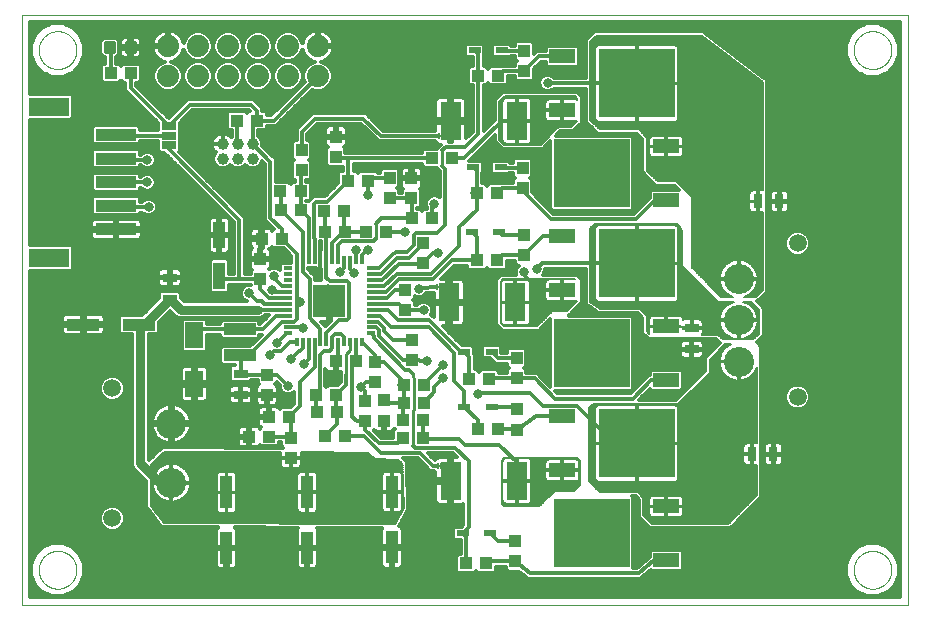
<source format=gtl>
G75*
%MOIN*%
%OFA0B0*%
%FSLAX25Y25*%
%IPPOS*%
%LPD*%
%AMOC8*
5,1,8,0,0,1.08239X$1,22.5*
%
%ADD10C,0.00000*%
%ADD11R,0.03937X0.04331*%
%ADD12R,0.03937X0.11024*%
%ADD13R,0.04331X0.03937*%
%ADD14R,0.03937X0.09055*%
%ADD15R,0.11024X0.03937*%
%ADD16R,0.04724X0.03150*%
%ADD17R,0.03150X0.04724*%
%ADD18R,0.06102X0.08661*%
%ADD19R,0.04232X0.01969*%
%ADD20C,0.01181*%
%ADD21R,0.13780X0.03937*%
%ADD22R,0.13780X0.06299*%
%ADD23R,0.05000X0.02500*%
%ADD24R,0.03150X0.01181*%
%ADD25R,0.01181X0.03150*%
%ADD26R,0.10630X0.10630*%
%ADD27R,0.10630X0.03937*%
%ADD28R,0.08661X0.04724*%
%ADD29R,0.25197X0.22835*%
%ADD30R,0.07087X0.12598*%
%ADD31R,0.00984X0.01969*%
%ADD32C,0.03937*%
%ADD33C,0.10039*%
%ADD34C,0.05906*%
%ADD35C,0.07400*%
%ADD36C,0.00984*%
%ADD37C,0.03150*%
%ADD38C,0.00600*%
%ADD39C,0.00591*%
%ADD40C,0.03150*%
D10*
X0076394Y0056709D02*
X0076394Y0253559D01*
X0371669Y0253559D01*
X0371669Y0056709D01*
X0076394Y0056709D01*
X0081906Y0068520D02*
X0081908Y0068678D01*
X0081914Y0068836D01*
X0081924Y0068994D01*
X0081938Y0069152D01*
X0081956Y0069309D01*
X0081977Y0069466D01*
X0082003Y0069622D01*
X0082033Y0069778D01*
X0082066Y0069933D01*
X0082104Y0070086D01*
X0082145Y0070239D01*
X0082190Y0070391D01*
X0082239Y0070542D01*
X0082292Y0070691D01*
X0082348Y0070839D01*
X0082408Y0070985D01*
X0082472Y0071130D01*
X0082540Y0071273D01*
X0082611Y0071415D01*
X0082685Y0071555D01*
X0082763Y0071692D01*
X0082845Y0071828D01*
X0082929Y0071962D01*
X0083018Y0072093D01*
X0083109Y0072222D01*
X0083204Y0072349D01*
X0083301Y0072474D01*
X0083402Y0072596D01*
X0083506Y0072715D01*
X0083613Y0072832D01*
X0083723Y0072946D01*
X0083836Y0073057D01*
X0083951Y0073166D01*
X0084069Y0073271D01*
X0084190Y0073373D01*
X0084313Y0073473D01*
X0084439Y0073569D01*
X0084567Y0073662D01*
X0084697Y0073752D01*
X0084830Y0073838D01*
X0084965Y0073922D01*
X0085101Y0074001D01*
X0085240Y0074078D01*
X0085381Y0074150D01*
X0085523Y0074220D01*
X0085667Y0074285D01*
X0085813Y0074347D01*
X0085960Y0074405D01*
X0086109Y0074460D01*
X0086259Y0074511D01*
X0086410Y0074558D01*
X0086562Y0074601D01*
X0086715Y0074640D01*
X0086870Y0074676D01*
X0087025Y0074707D01*
X0087181Y0074735D01*
X0087337Y0074759D01*
X0087494Y0074779D01*
X0087652Y0074795D01*
X0087809Y0074807D01*
X0087968Y0074815D01*
X0088126Y0074819D01*
X0088284Y0074819D01*
X0088442Y0074815D01*
X0088601Y0074807D01*
X0088758Y0074795D01*
X0088916Y0074779D01*
X0089073Y0074759D01*
X0089229Y0074735D01*
X0089385Y0074707D01*
X0089540Y0074676D01*
X0089695Y0074640D01*
X0089848Y0074601D01*
X0090000Y0074558D01*
X0090151Y0074511D01*
X0090301Y0074460D01*
X0090450Y0074405D01*
X0090597Y0074347D01*
X0090743Y0074285D01*
X0090887Y0074220D01*
X0091029Y0074150D01*
X0091170Y0074078D01*
X0091309Y0074001D01*
X0091445Y0073922D01*
X0091580Y0073838D01*
X0091713Y0073752D01*
X0091843Y0073662D01*
X0091971Y0073569D01*
X0092097Y0073473D01*
X0092220Y0073373D01*
X0092341Y0073271D01*
X0092459Y0073166D01*
X0092574Y0073057D01*
X0092687Y0072946D01*
X0092797Y0072832D01*
X0092904Y0072715D01*
X0093008Y0072596D01*
X0093109Y0072474D01*
X0093206Y0072349D01*
X0093301Y0072222D01*
X0093392Y0072093D01*
X0093481Y0071962D01*
X0093565Y0071828D01*
X0093647Y0071692D01*
X0093725Y0071555D01*
X0093799Y0071415D01*
X0093870Y0071273D01*
X0093938Y0071130D01*
X0094002Y0070985D01*
X0094062Y0070839D01*
X0094118Y0070691D01*
X0094171Y0070542D01*
X0094220Y0070391D01*
X0094265Y0070239D01*
X0094306Y0070086D01*
X0094344Y0069933D01*
X0094377Y0069778D01*
X0094407Y0069622D01*
X0094433Y0069466D01*
X0094454Y0069309D01*
X0094472Y0069152D01*
X0094486Y0068994D01*
X0094496Y0068836D01*
X0094502Y0068678D01*
X0094504Y0068520D01*
X0094502Y0068362D01*
X0094496Y0068204D01*
X0094486Y0068046D01*
X0094472Y0067888D01*
X0094454Y0067731D01*
X0094433Y0067574D01*
X0094407Y0067418D01*
X0094377Y0067262D01*
X0094344Y0067107D01*
X0094306Y0066954D01*
X0094265Y0066801D01*
X0094220Y0066649D01*
X0094171Y0066498D01*
X0094118Y0066349D01*
X0094062Y0066201D01*
X0094002Y0066055D01*
X0093938Y0065910D01*
X0093870Y0065767D01*
X0093799Y0065625D01*
X0093725Y0065485D01*
X0093647Y0065348D01*
X0093565Y0065212D01*
X0093481Y0065078D01*
X0093392Y0064947D01*
X0093301Y0064818D01*
X0093206Y0064691D01*
X0093109Y0064566D01*
X0093008Y0064444D01*
X0092904Y0064325D01*
X0092797Y0064208D01*
X0092687Y0064094D01*
X0092574Y0063983D01*
X0092459Y0063874D01*
X0092341Y0063769D01*
X0092220Y0063667D01*
X0092097Y0063567D01*
X0091971Y0063471D01*
X0091843Y0063378D01*
X0091713Y0063288D01*
X0091580Y0063202D01*
X0091445Y0063118D01*
X0091309Y0063039D01*
X0091170Y0062962D01*
X0091029Y0062890D01*
X0090887Y0062820D01*
X0090743Y0062755D01*
X0090597Y0062693D01*
X0090450Y0062635D01*
X0090301Y0062580D01*
X0090151Y0062529D01*
X0090000Y0062482D01*
X0089848Y0062439D01*
X0089695Y0062400D01*
X0089540Y0062364D01*
X0089385Y0062333D01*
X0089229Y0062305D01*
X0089073Y0062281D01*
X0088916Y0062261D01*
X0088758Y0062245D01*
X0088601Y0062233D01*
X0088442Y0062225D01*
X0088284Y0062221D01*
X0088126Y0062221D01*
X0087968Y0062225D01*
X0087809Y0062233D01*
X0087652Y0062245D01*
X0087494Y0062261D01*
X0087337Y0062281D01*
X0087181Y0062305D01*
X0087025Y0062333D01*
X0086870Y0062364D01*
X0086715Y0062400D01*
X0086562Y0062439D01*
X0086410Y0062482D01*
X0086259Y0062529D01*
X0086109Y0062580D01*
X0085960Y0062635D01*
X0085813Y0062693D01*
X0085667Y0062755D01*
X0085523Y0062820D01*
X0085381Y0062890D01*
X0085240Y0062962D01*
X0085101Y0063039D01*
X0084965Y0063118D01*
X0084830Y0063202D01*
X0084697Y0063288D01*
X0084567Y0063378D01*
X0084439Y0063471D01*
X0084313Y0063567D01*
X0084190Y0063667D01*
X0084069Y0063769D01*
X0083951Y0063874D01*
X0083836Y0063983D01*
X0083723Y0064094D01*
X0083613Y0064208D01*
X0083506Y0064325D01*
X0083402Y0064444D01*
X0083301Y0064566D01*
X0083204Y0064691D01*
X0083109Y0064818D01*
X0083018Y0064947D01*
X0082929Y0065078D01*
X0082845Y0065212D01*
X0082763Y0065348D01*
X0082685Y0065485D01*
X0082611Y0065625D01*
X0082540Y0065767D01*
X0082472Y0065910D01*
X0082408Y0066055D01*
X0082348Y0066201D01*
X0082292Y0066349D01*
X0082239Y0066498D01*
X0082190Y0066649D01*
X0082145Y0066801D01*
X0082104Y0066954D01*
X0082066Y0067107D01*
X0082033Y0067262D01*
X0082003Y0067418D01*
X0081977Y0067574D01*
X0081956Y0067731D01*
X0081938Y0067888D01*
X0081924Y0068046D01*
X0081914Y0068204D01*
X0081908Y0068362D01*
X0081906Y0068520D01*
X0081906Y0241748D02*
X0081908Y0241906D01*
X0081914Y0242064D01*
X0081924Y0242222D01*
X0081938Y0242380D01*
X0081956Y0242537D01*
X0081977Y0242694D01*
X0082003Y0242850D01*
X0082033Y0243006D01*
X0082066Y0243161D01*
X0082104Y0243314D01*
X0082145Y0243467D01*
X0082190Y0243619D01*
X0082239Y0243770D01*
X0082292Y0243919D01*
X0082348Y0244067D01*
X0082408Y0244213D01*
X0082472Y0244358D01*
X0082540Y0244501D01*
X0082611Y0244643D01*
X0082685Y0244783D01*
X0082763Y0244920D01*
X0082845Y0245056D01*
X0082929Y0245190D01*
X0083018Y0245321D01*
X0083109Y0245450D01*
X0083204Y0245577D01*
X0083301Y0245702D01*
X0083402Y0245824D01*
X0083506Y0245943D01*
X0083613Y0246060D01*
X0083723Y0246174D01*
X0083836Y0246285D01*
X0083951Y0246394D01*
X0084069Y0246499D01*
X0084190Y0246601D01*
X0084313Y0246701D01*
X0084439Y0246797D01*
X0084567Y0246890D01*
X0084697Y0246980D01*
X0084830Y0247066D01*
X0084965Y0247150D01*
X0085101Y0247229D01*
X0085240Y0247306D01*
X0085381Y0247378D01*
X0085523Y0247448D01*
X0085667Y0247513D01*
X0085813Y0247575D01*
X0085960Y0247633D01*
X0086109Y0247688D01*
X0086259Y0247739D01*
X0086410Y0247786D01*
X0086562Y0247829D01*
X0086715Y0247868D01*
X0086870Y0247904D01*
X0087025Y0247935D01*
X0087181Y0247963D01*
X0087337Y0247987D01*
X0087494Y0248007D01*
X0087652Y0248023D01*
X0087809Y0248035D01*
X0087968Y0248043D01*
X0088126Y0248047D01*
X0088284Y0248047D01*
X0088442Y0248043D01*
X0088601Y0248035D01*
X0088758Y0248023D01*
X0088916Y0248007D01*
X0089073Y0247987D01*
X0089229Y0247963D01*
X0089385Y0247935D01*
X0089540Y0247904D01*
X0089695Y0247868D01*
X0089848Y0247829D01*
X0090000Y0247786D01*
X0090151Y0247739D01*
X0090301Y0247688D01*
X0090450Y0247633D01*
X0090597Y0247575D01*
X0090743Y0247513D01*
X0090887Y0247448D01*
X0091029Y0247378D01*
X0091170Y0247306D01*
X0091309Y0247229D01*
X0091445Y0247150D01*
X0091580Y0247066D01*
X0091713Y0246980D01*
X0091843Y0246890D01*
X0091971Y0246797D01*
X0092097Y0246701D01*
X0092220Y0246601D01*
X0092341Y0246499D01*
X0092459Y0246394D01*
X0092574Y0246285D01*
X0092687Y0246174D01*
X0092797Y0246060D01*
X0092904Y0245943D01*
X0093008Y0245824D01*
X0093109Y0245702D01*
X0093206Y0245577D01*
X0093301Y0245450D01*
X0093392Y0245321D01*
X0093481Y0245190D01*
X0093565Y0245056D01*
X0093647Y0244920D01*
X0093725Y0244783D01*
X0093799Y0244643D01*
X0093870Y0244501D01*
X0093938Y0244358D01*
X0094002Y0244213D01*
X0094062Y0244067D01*
X0094118Y0243919D01*
X0094171Y0243770D01*
X0094220Y0243619D01*
X0094265Y0243467D01*
X0094306Y0243314D01*
X0094344Y0243161D01*
X0094377Y0243006D01*
X0094407Y0242850D01*
X0094433Y0242694D01*
X0094454Y0242537D01*
X0094472Y0242380D01*
X0094486Y0242222D01*
X0094496Y0242064D01*
X0094502Y0241906D01*
X0094504Y0241748D01*
X0094502Y0241590D01*
X0094496Y0241432D01*
X0094486Y0241274D01*
X0094472Y0241116D01*
X0094454Y0240959D01*
X0094433Y0240802D01*
X0094407Y0240646D01*
X0094377Y0240490D01*
X0094344Y0240335D01*
X0094306Y0240182D01*
X0094265Y0240029D01*
X0094220Y0239877D01*
X0094171Y0239726D01*
X0094118Y0239577D01*
X0094062Y0239429D01*
X0094002Y0239283D01*
X0093938Y0239138D01*
X0093870Y0238995D01*
X0093799Y0238853D01*
X0093725Y0238713D01*
X0093647Y0238576D01*
X0093565Y0238440D01*
X0093481Y0238306D01*
X0093392Y0238175D01*
X0093301Y0238046D01*
X0093206Y0237919D01*
X0093109Y0237794D01*
X0093008Y0237672D01*
X0092904Y0237553D01*
X0092797Y0237436D01*
X0092687Y0237322D01*
X0092574Y0237211D01*
X0092459Y0237102D01*
X0092341Y0236997D01*
X0092220Y0236895D01*
X0092097Y0236795D01*
X0091971Y0236699D01*
X0091843Y0236606D01*
X0091713Y0236516D01*
X0091580Y0236430D01*
X0091445Y0236346D01*
X0091309Y0236267D01*
X0091170Y0236190D01*
X0091029Y0236118D01*
X0090887Y0236048D01*
X0090743Y0235983D01*
X0090597Y0235921D01*
X0090450Y0235863D01*
X0090301Y0235808D01*
X0090151Y0235757D01*
X0090000Y0235710D01*
X0089848Y0235667D01*
X0089695Y0235628D01*
X0089540Y0235592D01*
X0089385Y0235561D01*
X0089229Y0235533D01*
X0089073Y0235509D01*
X0088916Y0235489D01*
X0088758Y0235473D01*
X0088601Y0235461D01*
X0088442Y0235453D01*
X0088284Y0235449D01*
X0088126Y0235449D01*
X0087968Y0235453D01*
X0087809Y0235461D01*
X0087652Y0235473D01*
X0087494Y0235489D01*
X0087337Y0235509D01*
X0087181Y0235533D01*
X0087025Y0235561D01*
X0086870Y0235592D01*
X0086715Y0235628D01*
X0086562Y0235667D01*
X0086410Y0235710D01*
X0086259Y0235757D01*
X0086109Y0235808D01*
X0085960Y0235863D01*
X0085813Y0235921D01*
X0085667Y0235983D01*
X0085523Y0236048D01*
X0085381Y0236118D01*
X0085240Y0236190D01*
X0085101Y0236267D01*
X0084965Y0236346D01*
X0084830Y0236430D01*
X0084697Y0236516D01*
X0084567Y0236606D01*
X0084439Y0236699D01*
X0084313Y0236795D01*
X0084190Y0236895D01*
X0084069Y0236997D01*
X0083951Y0237102D01*
X0083836Y0237211D01*
X0083723Y0237322D01*
X0083613Y0237436D01*
X0083506Y0237553D01*
X0083402Y0237672D01*
X0083301Y0237794D01*
X0083204Y0237919D01*
X0083109Y0238046D01*
X0083018Y0238175D01*
X0082929Y0238306D01*
X0082845Y0238440D01*
X0082763Y0238576D01*
X0082685Y0238713D01*
X0082611Y0238853D01*
X0082540Y0238995D01*
X0082472Y0239138D01*
X0082408Y0239283D01*
X0082348Y0239429D01*
X0082292Y0239577D01*
X0082239Y0239726D01*
X0082190Y0239877D01*
X0082145Y0240029D01*
X0082104Y0240182D01*
X0082066Y0240335D01*
X0082033Y0240490D01*
X0082003Y0240646D01*
X0081977Y0240802D01*
X0081956Y0240959D01*
X0081938Y0241116D01*
X0081924Y0241274D01*
X0081914Y0241432D01*
X0081908Y0241590D01*
X0081906Y0241748D01*
X0353559Y0241748D02*
X0353561Y0241906D01*
X0353567Y0242064D01*
X0353577Y0242222D01*
X0353591Y0242380D01*
X0353609Y0242537D01*
X0353630Y0242694D01*
X0353656Y0242850D01*
X0353686Y0243006D01*
X0353719Y0243161D01*
X0353757Y0243314D01*
X0353798Y0243467D01*
X0353843Y0243619D01*
X0353892Y0243770D01*
X0353945Y0243919D01*
X0354001Y0244067D01*
X0354061Y0244213D01*
X0354125Y0244358D01*
X0354193Y0244501D01*
X0354264Y0244643D01*
X0354338Y0244783D01*
X0354416Y0244920D01*
X0354498Y0245056D01*
X0354582Y0245190D01*
X0354671Y0245321D01*
X0354762Y0245450D01*
X0354857Y0245577D01*
X0354954Y0245702D01*
X0355055Y0245824D01*
X0355159Y0245943D01*
X0355266Y0246060D01*
X0355376Y0246174D01*
X0355489Y0246285D01*
X0355604Y0246394D01*
X0355722Y0246499D01*
X0355843Y0246601D01*
X0355966Y0246701D01*
X0356092Y0246797D01*
X0356220Y0246890D01*
X0356350Y0246980D01*
X0356483Y0247066D01*
X0356618Y0247150D01*
X0356754Y0247229D01*
X0356893Y0247306D01*
X0357034Y0247378D01*
X0357176Y0247448D01*
X0357320Y0247513D01*
X0357466Y0247575D01*
X0357613Y0247633D01*
X0357762Y0247688D01*
X0357912Y0247739D01*
X0358063Y0247786D01*
X0358215Y0247829D01*
X0358368Y0247868D01*
X0358523Y0247904D01*
X0358678Y0247935D01*
X0358834Y0247963D01*
X0358990Y0247987D01*
X0359147Y0248007D01*
X0359305Y0248023D01*
X0359462Y0248035D01*
X0359621Y0248043D01*
X0359779Y0248047D01*
X0359937Y0248047D01*
X0360095Y0248043D01*
X0360254Y0248035D01*
X0360411Y0248023D01*
X0360569Y0248007D01*
X0360726Y0247987D01*
X0360882Y0247963D01*
X0361038Y0247935D01*
X0361193Y0247904D01*
X0361348Y0247868D01*
X0361501Y0247829D01*
X0361653Y0247786D01*
X0361804Y0247739D01*
X0361954Y0247688D01*
X0362103Y0247633D01*
X0362250Y0247575D01*
X0362396Y0247513D01*
X0362540Y0247448D01*
X0362682Y0247378D01*
X0362823Y0247306D01*
X0362962Y0247229D01*
X0363098Y0247150D01*
X0363233Y0247066D01*
X0363366Y0246980D01*
X0363496Y0246890D01*
X0363624Y0246797D01*
X0363750Y0246701D01*
X0363873Y0246601D01*
X0363994Y0246499D01*
X0364112Y0246394D01*
X0364227Y0246285D01*
X0364340Y0246174D01*
X0364450Y0246060D01*
X0364557Y0245943D01*
X0364661Y0245824D01*
X0364762Y0245702D01*
X0364859Y0245577D01*
X0364954Y0245450D01*
X0365045Y0245321D01*
X0365134Y0245190D01*
X0365218Y0245056D01*
X0365300Y0244920D01*
X0365378Y0244783D01*
X0365452Y0244643D01*
X0365523Y0244501D01*
X0365591Y0244358D01*
X0365655Y0244213D01*
X0365715Y0244067D01*
X0365771Y0243919D01*
X0365824Y0243770D01*
X0365873Y0243619D01*
X0365918Y0243467D01*
X0365959Y0243314D01*
X0365997Y0243161D01*
X0366030Y0243006D01*
X0366060Y0242850D01*
X0366086Y0242694D01*
X0366107Y0242537D01*
X0366125Y0242380D01*
X0366139Y0242222D01*
X0366149Y0242064D01*
X0366155Y0241906D01*
X0366157Y0241748D01*
X0366155Y0241590D01*
X0366149Y0241432D01*
X0366139Y0241274D01*
X0366125Y0241116D01*
X0366107Y0240959D01*
X0366086Y0240802D01*
X0366060Y0240646D01*
X0366030Y0240490D01*
X0365997Y0240335D01*
X0365959Y0240182D01*
X0365918Y0240029D01*
X0365873Y0239877D01*
X0365824Y0239726D01*
X0365771Y0239577D01*
X0365715Y0239429D01*
X0365655Y0239283D01*
X0365591Y0239138D01*
X0365523Y0238995D01*
X0365452Y0238853D01*
X0365378Y0238713D01*
X0365300Y0238576D01*
X0365218Y0238440D01*
X0365134Y0238306D01*
X0365045Y0238175D01*
X0364954Y0238046D01*
X0364859Y0237919D01*
X0364762Y0237794D01*
X0364661Y0237672D01*
X0364557Y0237553D01*
X0364450Y0237436D01*
X0364340Y0237322D01*
X0364227Y0237211D01*
X0364112Y0237102D01*
X0363994Y0236997D01*
X0363873Y0236895D01*
X0363750Y0236795D01*
X0363624Y0236699D01*
X0363496Y0236606D01*
X0363366Y0236516D01*
X0363233Y0236430D01*
X0363098Y0236346D01*
X0362962Y0236267D01*
X0362823Y0236190D01*
X0362682Y0236118D01*
X0362540Y0236048D01*
X0362396Y0235983D01*
X0362250Y0235921D01*
X0362103Y0235863D01*
X0361954Y0235808D01*
X0361804Y0235757D01*
X0361653Y0235710D01*
X0361501Y0235667D01*
X0361348Y0235628D01*
X0361193Y0235592D01*
X0361038Y0235561D01*
X0360882Y0235533D01*
X0360726Y0235509D01*
X0360569Y0235489D01*
X0360411Y0235473D01*
X0360254Y0235461D01*
X0360095Y0235453D01*
X0359937Y0235449D01*
X0359779Y0235449D01*
X0359621Y0235453D01*
X0359462Y0235461D01*
X0359305Y0235473D01*
X0359147Y0235489D01*
X0358990Y0235509D01*
X0358834Y0235533D01*
X0358678Y0235561D01*
X0358523Y0235592D01*
X0358368Y0235628D01*
X0358215Y0235667D01*
X0358063Y0235710D01*
X0357912Y0235757D01*
X0357762Y0235808D01*
X0357613Y0235863D01*
X0357466Y0235921D01*
X0357320Y0235983D01*
X0357176Y0236048D01*
X0357034Y0236118D01*
X0356893Y0236190D01*
X0356754Y0236267D01*
X0356618Y0236346D01*
X0356483Y0236430D01*
X0356350Y0236516D01*
X0356220Y0236606D01*
X0356092Y0236699D01*
X0355966Y0236795D01*
X0355843Y0236895D01*
X0355722Y0236997D01*
X0355604Y0237102D01*
X0355489Y0237211D01*
X0355376Y0237322D01*
X0355266Y0237436D01*
X0355159Y0237553D01*
X0355055Y0237672D01*
X0354954Y0237794D01*
X0354857Y0237919D01*
X0354762Y0238046D01*
X0354671Y0238175D01*
X0354582Y0238306D01*
X0354498Y0238440D01*
X0354416Y0238576D01*
X0354338Y0238713D01*
X0354264Y0238853D01*
X0354193Y0238995D01*
X0354125Y0239138D01*
X0354061Y0239283D01*
X0354001Y0239429D01*
X0353945Y0239577D01*
X0353892Y0239726D01*
X0353843Y0239877D01*
X0353798Y0240029D01*
X0353757Y0240182D01*
X0353719Y0240335D01*
X0353686Y0240490D01*
X0353656Y0240646D01*
X0353630Y0240802D01*
X0353609Y0240959D01*
X0353591Y0241116D01*
X0353577Y0241274D01*
X0353567Y0241432D01*
X0353561Y0241590D01*
X0353559Y0241748D01*
X0353559Y0068520D02*
X0353561Y0068678D01*
X0353567Y0068836D01*
X0353577Y0068994D01*
X0353591Y0069152D01*
X0353609Y0069309D01*
X0353630Y0069466D01*
X0353656Y0069622D01*
X0353686Y0069778D01*
X0353719Y0069933D01*
X0353757Y0070086D01*
X0353798Y0070239D01*
X0353843Y0070391D01*
X0353892Y0070542D01*
X0353945Y0070691D01*
X0354001Y0070839D01*
X0354061Y0070985D01*
X0354125Y0071130D01*
X0354193Y0071273D01*
X0354264Y0071415D01*
X0354338Y0071555D01*
X0354416Y0071692D01*
X0354498Y0071828D01*
X0354582Y0071962D01*
X0354671Y0072093D01*
X0354762Y0072222D01*
X0354857Y0072349D01*
X0354954Y0072474D01*
X0355055Y0072596D01*
X0355159Y0072715D01*
X0355266Y0072832D01*
X0355376Y0072946D01*
X0355489Y0073057D01*
X0355604Y0073166D01*
X0355722Y0073271D01*
X0355843Y0073373D01*
X0355966Y0073473D01*
X0356092Y0073569D01*
X0356220Y0073662D01*
X0356350Y0073752D01*
X0356483Y0073838D01*
X0356618Y0073922D01*
X0356754Y0074001D01*
X0356893Y0074078D01*
X0357034Y0074150D01*
X0357176Y0074220D01*
X0357320Y0074285D01*
X0357466Y0074347D01*
X0357613Y0074405D01*
X0357762Y0074460D01*
X0357912Y0074511D01*
X0358063Y0074558D01*
X0358215Y0074601D01*
X0358368Y0074640D01*
X0358523Y0074676D01*
X0358678Y0074707D01*
X0358834Y0074735D01*
X0358990Y0074759D01*
X0359147Y0074779D01*
X0359305Y0074795D01*
X0359462Y0074807D01*
X0359621Y0074815D01*
X0359779Y0074819D01*
X0359937Y0074819D01*
X0360095Y0074815D01*
X0360254Y0074807D01*
X0360411Y0074795D01*
X0360569Y0074779D01*
X0360726Y0074759D01*
X0360882Y0074735D01*
X0361038Y0074707D01*
X0361193Y0074676D01*
X0361348Y0074640D01*
X0361501Y0074601D01*
X0361653Y0074558D01*
X0361804Y0074511D01*
X0361954Y0074460D01*
X0362103Y0074405D01*
X0362250Y0074347D01*
X0362396Y0074285D01*
X0362540Y0074220D01*
X0362682Y0074150D01*
X0362823Y0074078D01*
X0362962Y0074001D01*
X0363098Y0073922D01*
X0363233Y0073838D01*
X0363366Y0073752D01*
X0363496Y0073662D01*
X0363624Y0073569D01*
X0363750Y0073473D01*
X0363873Y0073373D01*
X0363994Y0073271D01*
X0364112Y0073166D01*
X0364227Y0073057D01*
X0364340Y0072946D01*
X0364450Y0072832D01*
X0364557Y0072715D01*
X0364661Y0072596D01*
X0364762Y0072474D01*
X0364859Y0072349D01*
X0364954Y0072222D01*
X0365045Y0072093D01*
X0365134Y0071962D01*
X0365218Y0071828D01*
X0365300Y0071692D01*
X0365378Y0071555D01*
X0365452Y0071415D01*
X0365523Y0071273D01*
X0365591Y0071130D01*
X0365655Y0070985D01*
X0365715Y0070839D01*
X0365771Y0070691D01*
X0365824Y0070542D01*
X0365873Y0070391D01*
X0365918Y0070239D01*
X0365959Y0070086D01*
X0365997Y0069933D01*
X0366030Y0069778D01*
X0366060Y0069622D01*
X0366086Y0069466D01*
X0366107Y0069309D01*
X0366125Y0069152D01*
X0366139Y0068994D01*
X0366149Y0068836D01*
X0366155Y0068678D01*
X0366157Y0068520D01*
X0366155Y0068362D01*
X0366149Y0068204D01*
X0366139Y0068046D01*
X0366125Y0067888D01*
X0366107Y0067731D01*
X0366086Y0067574D01*
X0366060Y0067418D01*
X0366030Y0067262D01*
X0365997Y0067107D01*
X0365959Y0066954D01*
X0365918Y0066801D01*
X0365873Y0066649D01*
X0365824Y0066498D01*
X0365771Y0066349D01*
X0365715Y0066201D01*
X0365655Y0066055D01*
X0365591Y0065910D01*
X0365523Y0065767D01*
X0365452Y0065625D01*
X0365378Y0065485D01*
X0365300Y0065348D01*
X0365218Y0065212D01*
X0365134Y0065078D01*
X0365045Y0064947D01*
X0364954Y0064818D01*
X0364859Y0064691D01*
X0364762Y0064566D01*
X0364661Y0064444D01*
X0364557Y0064325D01*
X0364450Y0064208D01*
X0364340Y0064094D01*
X0364227Y0063983D01*
X0364112Y0063874D01*
X0363994Y0063769D01*
X0363873Y0063667D01*
X0363750Y0063567D01*
X0363624Y0063471D01*
X0363496Y0063378D01*
X0363366Y0063288D01*
X0363233Y0063202D01*
X0363098Y0063118D01*
X0362962Y0063039D01*
X0362823Y0062962D01*
X0362682Y0062890D01*
X0362540Y0062820D01*
X0362396Y0062755D01*
X0362250Y0062693D01*
X0362103Y0062635D01*
X0361954Y0062580D01*
X0361804Y0062529D01*
X0361653Y0062482D01*
X0361501Y0062439D01*
X0361348Y0062400D01*
X0361193Y0062364D01*
X0361038Y0062333D01*
X0360882Y0062305D01*
X0360726Y0062281D01*
X0360569Y0062261D01*
X0360411Y0062245D01*
X0360254Y0062233D01*
X0360095Y0062225D01*
X0359937Y0062221D01*
X0359779Y0062221D01*
X0359621Y0062225D01*
X0359462Y0062233D01*
X0359305Y0062245D01*
X0359147Y0062261D01*
X0358990Y0062281D01*
X0358834Y0062305D01*
X0358678Y0062333D01*
X0358523Y0062364D01*
X0358368Y0062400D01*
X0358215Y0062439D01*
X0358063Y0062482D01*
X0357912Y0062529D01*
X0357762Y0062580D01*
X0357613Y0062635D01*
X0357466Y0062693D01*
X0357320Y0062755D01*
X0357176Y0062820D01*
X0357034Y0062890D01*
X0356893Y0062962D01*
X0356754Y0063039D01*
X0356618Y0063118D01*
X0356483Y0063202D01*
X0356350Y0063288D01*
X0356220Y0063378D01*
X0356092Y0063471D01*
X0355966Y0063567D01*
X0355843Y0063667D01*
X0355722Y0063769D01*
X0355604Y0063874D01*
X0355489Y0063983D01*
X0355376Y0064094D01*
X0355266Y0064208D01*
X0355159Y0064325D01*
X0355055Y0064444D01*
X0354954Y0064566D01*
X0354857Y0064691D01*
X0354762Y0064818D01*
X0354671Y0064947D01*
X0354582Y0065078D01*
X0354498Y0065212D01*
X0354416Y0065348D01*
X0354338Y0065485D01*
X0354264Y0065625D01*
X0354193Y0065767D01*
X0354125Y0065910D01*
X0354061Y0066055D01*
X0354001Y0066201D01*
X0353945Y0066349D01*
X0353892Y0066498D01*
X0353843Y0066649D01*
X0353798Y0066801D01*
X0353757Y0066954D01*
X0353719Y0067107D01*
X0353686Y0067262D01*
X0353656Y0067418D01*
X0353630Y0067574D01*
X0353609Y0067731D01*
X0353591Y0067888D01*
X0353577Y0068046D01*
X0353567Y0068204D01*
X0353561Y0068362D01*
X0353559Y0068520D01*
D11*
X0240776Y0071299D03*
X0240776Y0077992D03*
X0241276Y0115268D03*
X0241276Y0121961D03*
X0241276Y0132299D03*
X0241276Y0138992D03*
X0206472Y0138520D03*
X0206472Y0145213D03*
X0204110Y0155094D03*
X0204110Y0161787D03*
X0210094Y0170882D03*
X0210094Y0177575D03*
X0206157Y0192339D03*
X0206157Y0199031D03*
X0198992Y0198992D03*
X0198992Y0192299D03*
X0180961Y0206197D03*
X0180961Y0212890D03*
X0169543Y0208362D03*
X0169543Y0201669D03*
X0155764Y0172024D03*
X0155764Y0165331D03*
X0193953Y0137890D03*
X0193953Y0131197D03*
X0197024Y0124976D03*
X0190724Y0124661D03*
X0190724Y0117969D03*
X0197024Y0118283D03*
X0165921Y0112575D03*
X0165921Y0105882D03*
X0158047Y0126787D03*
X0158047Y0133480D03*
X0243776Y0173299D03*
X0243776Y0179992D03*
X0243276Y0195799D03*
X0243276Y0202492D03*
X0243776Y0234799D03*
X0243776Y0241492D03*
D12*
X0199701Y0094465D03*
X0171433Y0094386D03*
X0144504Y0094307D03*
X0144504Y0075803D03*
X0171433Y0075882D03*
X0199701Y0075961D03*
D13*
X0224429Y0070646D03*
X0231122Y0070646D03*
X0210134Y0112417D03*
X0203441Y0112417D03*
X0203402Y0118323D03*
X0210094Y0118323D03*
X0210252Y0124189D03*
X0203559Y0124189D03*
X0203598Y0130094D03*
X0210291Y0130094D03*
X0225429Y0132146D03*
X0232122Y0132146D03*
X0234878Y0115295D03*
X0228185Y0115295D03*
X0183913Y0113165D03*
X0177220Y0113165D03*
X0174622Y0121118D03*
X0174425Y0126906D03*
X0181118Y0126906D03*
X0181315Y0121118D03*
X0165370Y0119465D03*
X0158677Y0119465D03*
X0158795Y0112850D03*
X0152102Y0112850D03*
X0181000Y0138047D03*
X0187693Y0138047D03*
X0227929Y0171646D03*
X0234622Y0171646D03*
X0213087Y0185646D03*
X0206394Y0185646D03*
X0197614Y0181276D03*
X0190921Y0181276D03*
X0183874Y0181276D03*
X0177181Y0181276D03*
X0177024Y0188047D03*
X0183717Y0188047D03*
X0185134Y0198283D03*
X0191827Y0198283D03*
X0212969Y0205685D03*
X0219661Y0205685D03*
X0227929Y0194146D03*
X0234622Y0194146D03*
X0235122Y0233146D03*
X0228429Y0233146D03*
X0169189Y0194740D03*
X0162496Y0194740D03*
X0162575Y0188323D03*
X0169268Y0188323D03*
X0162929Y0178913D03*
X0156236Y0178913D03*
X0154701Y0218283D03*
X0148008Y0218283D03*
X0112575Y0234071D03*
X0105882Y0234071D03*
D14*
X0142102Y0180055D03*
X0142102Y0166571D03*
D15*
X0115291Y0150252D03*
X0096787Y0150252D03*
D16*
X0125646Y0158795D03*
X0125646Y0165882D03*
X0149189Y0133913D03*
X0149189Y0126827D03*
X0299583Y0142063D03*
X0299583Y0149150D03*
D17*
X0319701Y0107063D03*
X0326787Y0107063D03*
X0328795Y0191315D03*
X0321709Y0191315D03*
D18*
X0133835Y0146630D03*
X0133835Y0130488D03*
D19*
X0223701Y0122933D03*
X0232850Y0122933D03*
X0232850Y0141146D03*
X0223701Y0141146D03*
X0226201Y0181146D03*
X0235350Y0181146D03*
X0235850Y0202646D03*
X0226701Y0202646D03*
X0227201Y0241646D03*
X0236350Y0241646D03*
X0232350Y0080646D03*
X0223201Y0080646D03*
D20*
X0225213Y0082657D01*
X0225213Y0104740D01*
X0220694Y0109258D01*
X0207475Y0109258D01*
X0206875Y0109858D01*
X0206709Y0109858D01*
X0208991Y0107477D02*
X0213185Y0103283D01*
X0215154Y0103283D01*
X0213775Y0101502D02*
X0214118Y0101159D01*
X0214118Y0098736D01*
X0218661Y0098736D01*
X0218661Y0097555D01*
X0214118Y0097555D01*
X0214118Y0091637D01*
X0214227Y0091233D01*
X0214436Y0090870D01*
X0214732Y0090574D01*
X0215095Y0090364D01*
X0215499Y0090256D01*
X0218661Y0090256D01*
X0218661Y0097555D01*
X0219842Y0097555D01*
X0219842Y0090256D01*
X0223005Y0090256D01*
X0223409Y0090364D01*
X0223431Y0090377D01*
X0223431Y0083395D01*
X0222857Y0082820D01*
X0220591Y0082820D01*
X0219894Y0082123D01*
X0219894Y0079168D01*
X0220591Y0078471D01*
X0222648Y0078471D01*
X0222648Y0073805D01*
X0221771Y0073805D01*
X0221073Y0073107D01*
X0221073Y0068184D01*
X0221771Y0067487D01*
X0227088Y0067487D01*
X0227776Y0068175D01*
X0228464Y0067487D01*
X0233781Y0067487D01*
X0234478Y0068184D01*
X0234478Y0069518D01*
X0237617Y0069518D01*
X0237617Y0068641D01*
X0238314Y0067943D01*
X0242018Y0067943D01*
X0244321Y0066022D01*
X0244786Y0065557D01*
X0244878Y0065557D01*
X0244949Y0065498D01*
X0245604Y0065557D01*
X0281831Y0065557D01*
X0282493Y0065502D01*
X0282558Y0065557D01*
X0282643Y0065557D01*
X0283112Y0066027D01*
X0285947Y0068425D01*
X0286255Y0068117D01*
X0295903Y0068117D01*
X0296600Y0068814D01*
X0296600Y0074525D01*
X0295903Y0075222D01*
X0286255Y0075222D01*
X0285557Y0074525D01*
X0285557Y0072762D01*
X0281253Y0069120D01*
X0280065Y0069120D01*
X0280065Y0092556D01*
X0279607Y0093013D01*
X0280894Y0093013D01*
X0281990Y0091918D01*
X0281990Y0086013D01*
X0282863Y0085139D01*
X0285619Y0082383D01*
X0312444Y0082383D01*
X0313317Y0083257D01*
X0322766Y0092705D01*
X0322766Y0142759D01*
X0321893Y0143632D01*
X0321218Y0144307D01*
X0321585Y0144674D01*
X0323554Y0146642D01*
X0323554Y0155751D01*
X0322680Y0156624D01*
X0321331Y0157974D01*
X0321499Y0157974D01*
X0322372Y0158847D01*
X0324735Y0161209D01*
X0324735Y0230614D01*
X0324803Y0230703D01*
X0324735Y0231217D01*
X0324735Y0231736D01*
X0324655Y0231815D01*
X0324640Y0231927D01*
X0324228Y0232242D01*
X0323861Y0232609D01*
X0323749Y0232609D01*
X0304149Y0247596D01*
X0303783Y0247963D01*
X0303670Y0247963D01*
X0303580Y0248032D01*
X0303066Y0247963D01*
X0267115Y0247963D01*
X0266242Y0247090D01*
X0264273Y0245121D01*
X0264273Y0232427D01*
X0253799Y0232427D01*
X0253157Y0233069D01*
X0252141Y0233490D01*
X0251040Y0233490D01*
X0250024Y0233069D01*
X0249246Y0232291D01*
X0248825Y0231274D01*
X0248825Y0230174D01*
X0249246Y0229158D01*
X0250024Y0228380D01*
X0251040Y0227959D01*
X0252141Y0227959D01*
X0253157Y0228380D01*
X0253641Y0228865D01*
X0264273Y0228865D01*
X0264273Y0217902D01*
X0268296Y0213880D01*
X0281288Y0213880D01*
X0283171Y0211997D01*
X0283171Y0200973D01*
X0284044Y0200100D01*
X0287587Y0196557D01*
X0293887Y0196557D01*
X0295221Y0195222D01*
X0286255Y0195222D01*
X0285557Y0194525D01*
X0285557Y0192407D01*
X0280380Y0187230D01*
X0253509Y0187230D01*
X0246435Y0194305D01*
X0246435Y0198458D01*
X0245747Y0199146D01*
X0246435Y0199834D01*
X0246435Y0205151D01*
X0245737Y0205848D01*
X0240814Y0205848D01*
X0240117Y0205151D01*
X0240117Y0204273D01*
X0239007Y0204273D01*
X0238460Y0204820D01*
X0233241Y0204820D01*
X0232544Y0204123D01*
X0232544Y0201168D01*
X0233241Y0200471D01*
X0238460Y0200471D01*
X0238700Y0200711D01*
X0240117Y0200711D01*
X0240117Y0199834D01*
X0240805Y0199146D01*
X0240117Y0198458D01*
X0240117Y0197580D01*
X0235538Y0197580D01*
X0235262Y0197305D01*
X0231964Y0197305D01*
X0231276Y0196617D01*
X0230588Y0197305D01*
X0229710Y0197305D01*
X0229710Y0200871D01*
X0230007Y0201168D01*
X0230007Y0204123D01*
X0229310Y0204820D01*
X0225450Y0204820D01*
X0233958Y0213329D01*
X0233958Y0211209D01*
X0235533Y0209635D01*
X0236406Y0208761D01*
X0249846Y0208761D01*
X0252487Y0211402D01*
X0252487Y0188735D01*
X0253184Y0188038D01*
X0279367Y0188038D01*
X0280065Y0188735D01*
X0280065Y0212556D01*
X0279367Y0213254D01*
X0254338Y0213254D01*
X0255751Y0214667D01*
X0260082Y0214667D01*
X0262924Y0217509D01*
X0262924Y0226224D01*
X0262136Y0227011D01*
X0261263Y0227884D01*
X0236800Y0227884D01*
X0234831Y0225916D01*
X0233958Y0225043D01*
X0233958Y0218367D01*
X0230210Y0214619D01*
X0230210Y0229987D01*
X0231088Y0229987D01*
X0231776Y0230675D01*
X0232464Y0229987D01*
X0237781Y0229987D01*
X0238478Y0230684D01*
X0238478Y0233018D01*
X0240617Y0233018D01*
X0240617Y0232141D01*
X0241314Y0231443D01*
X0246237Y0231443D01*
X0246935Y0232141D01*
X0246935Y0235439D01*
X0249336Y0237841D01*
X0250951Y0237841D01*
X0250951Y0236767D01*
X0251649Y0236069D01*
X0261296Y0236069D01*
X0261994Y0236767D01*
X0261994Y0242477D01*
X0261296Y0243175D01*
X0251649Y0243175D01*
X0250951Y0242477D01*
X0250951Y0241403D01*
X0247861Y0241403D01*
X0246935Y0240477D01*
X0246935Y0244151D01*
X0246237Y0244848D01*
X0241314Y0244848D01*
X0240617Y0244151D01*
X0240617Y0243273D01*
X0239507Y0243273D01*
X0238960Y0243820D01*
X0233741Y0243820D01*
X0233044Y0243123D01*
X0233044Y0240168D01*
X0233741Y0239471D01*
X0238960Y0239471D01*
X0239200Y0239711D01*
X0240617Y0239711D01*
X0240617Y0238834D01*
X0241305Y0238146D01*
X0240617Y0237458D01*
X0240617Y0236580D01*
X0236038Y0236580D01*
X0235762Y0236305D01*
X0232464Y0236305D01*
X0231776Y0235617D01*
X0231088Y0236305D01*
X0230210Y0236305D01*
X0230210Y0239871D01*
X0230507Y0240168D01*
X0230507Y0243123D01*
X0229810Y0243820D01*
X0224591Y0243820D01*
X0223894Y0243123D01*
X0223894Y0240168D01*
X0224591Y0239471D01*
X0226648Y0239471D01*
X0226648Y0236305D01*
X0225771Y0236305D01*
X0225073Y0235607D01*
X0225073Y0230684D01*
X0225771Y0229987D01*
X0226648Y0229987D01*
X0226648Y0214600D01*
X0224386Y0212338D01*
X0224386Y0217555D01*
X0219843Y0217555D01*
X0219843Y0218736D01*
X0224386Y0218736D01*
X0224386Y0224654D01*
X0224277Y0225059D01*
X0224068Y0225421D01*
X0223772Y0225718D01*
X0223409Y0225927D01*
X0223005Y0226035D01*
X0219842Y0226035D01*
X0219842Y0218736D01*
X0218661Y0218736D01*
X0218661Y0217555D01*
X0214118Y0217555D01*
X0214118Y0215014D01*
X0214011Y0214907D01*
X0196698Y0214907D01*
X0191954Y0219651D01*
X0190911Y0220694D01*
X0173294Y0220694D01*
X0168963Y0216364D01*
X0167920Y0215320D01*
X0167920Y0211718D01*
X0167082Y0211718D01*
X0166384Y0211021D01*
X0166384Y0205704D01*
X0167072Y0205016D01*
X0166384Y0204328D01*
X0166384Y0199011D01*
X0167082Y0198313D01*
X0167408Y0198313D01*
X0167408Y0197899D01*
X0166530Y0197899D01*
X0165843Y0197211D01*
X0165155Y0197899D01*
X0160921Y0197899D01*
X0160921Y0205330D01*
X0159878Y0206373D01*
X0156400Y0209851D01*
X0156403Y0209860D01*
X0156403Y0211117D01*
X0155922Y0212278D01*
X0155034Y0213166D01*
X0155025Y0213170D01*
X0155025Y0215124D01*
X0157359Y0215124D01*
X0158057Y0215822D01*
X0158057Y0216502D01*
X0160950Y0216502D01*
X0173054Y0228606D01*
X0174043Y0228196D01*
X0175989Y0228196D01*
X0177786Y0228941D01*
X0179162Y0230316D01*
X0179906Y0232114D01*
X0179906Y0234059D01*
X0179162Y0235857D01*
X0177786Y0237233D01*
X0176151Y0237910D01*
X0176255Y0237926D01*
X0177047Y0238184D01*
X0177789Y0238562D01*
X0178462Y0239051D01*
X0179051Y0239640D01*
X0179541Y0240314D01*
X0179919Y0241056D01*
X0180176Y0241848D01*
X0180306Y0242670D01*
X0180306Y0242677D01*
X0175425Y0242677D01*
X0175425Y0243496D01*
X0174606Y0243496D01*
X0174606Y0248377D01*
X0174599Y0248377D01*
X0173777Y0248247D01*
X0172985Y0247990D01*
X0172243Y0247611D01*
X0171569Y0247122D01*
X0170980Y0246533D01*
X0170491Y0245859D01*
X0170113Y0245117D01*
X0169855Y0244325D01*
X0169839Y0244222D01*
X0169162Y0245857D01*
X0167786Y0247233D01*
X0165989Y0247977D01*
X0164043Y0247977D01*
X0162245Y0247233D01*
X0160870Y0245857D01*
X0160125Y0244059D01*
X0160125Y0242114D01*
X0160870Y0240316D01*
X0162245Y0238941D01*
X0164043Y0238196D01*
X0165989Y0238196D01*
X0167786Y0238941D01*
X0169162Y0240316D01*
X0169839Y0241951D01*
X0169855Y0241848D01*
X0170113Y0241056D01*
X0170491Y0240314D01*
X0170980Y0239640D01*
X0171569Y0239051D01*
X0172243Y0238562D01*
X0172985Y0238184D01*
X0173777Y0237926D01*
X0173881Y0237910D01*
X0172245Y0237233D01*
X0170870Y0235857D01*
X0170125Y0234059D01*
X0170125Y0232114D01*
X0170535Y0231125D01*
X0159475Y0220065D01*
X0158057Y0220065D01*
X0158057Y0220745D01*
X0157359Y0221443D01*
X0156482Y0221443D01*
X0156482Y0222289D01*
X0154474Y0224297D01*
X0153431Y0225340D01*
X0131629Y0225340D01*
X0125252Y0218963D01*
X0114356Y0229859D01*
X0114356Y0230912D01*
X0115233Y0230912D01*
X0115931Y0231609D01*
X0115931Y0236533D01*
X0115233Y0237230D01*
X0109916Y0237230D01*
X0109228Y0236542D01*
X0108540Y0237230D01*
X0107663Y0237230D01*
X0107663Y0239494D01*
X0107773Y0239494D01*
X0108817Y0240538D01*
X0108817Y0244769D01*
X0107773Y0245813D01*
X0103542Y0245813D01*
X0102498Y0244769D01*
X0102498Y0240538D01*
X0103542Y0239494D01*
X0104101Y0239494D01*
X0104101Y0237230D01*
X0103223Y0237230D01*
X0102526Y0236533D01*
X0102526Y0231609D01*
X0103223Y0230912D01*
X0108540Y0230912D01*
X0109228Y0231600D01*
X0109916Y0230912D01*
X0110794Y0230912D01*
X0110794Y0228384D01*
X0121561Y0217616D01*
X0121561Y0215025D01*
X0115813Y0215025D01*
X0115813Y0215942D01*
X0115115Y0216639D01*
X0100349Y0216639D01*
X0099652Y0215942D01*
X0099652Y0211019D01*
X0100349Y0210321D01*
X0115115Y0210321D01*
X0115813Y0211019D01*
X0115813Y0211463D01*
X0121561Y0211463D01*
X0121561Y0208301D01*
X0122259Y0207604D01*
X0123767Y0207604D01*
X0147054Y0184317D01*
X0147054Y0167112D01*
X0145261Y0167112D01*
X0145261Y0171592D01*
X0144564Y0172289D01*
X0139641Y0172289D01*
X0138943Y0171592D01*
X0138943Y0161550D01*
X0139641Y0160853D01*
X0144564Y0160853D01*
X0145261Y0161550D01*
X0145261Y0163550D01*
X0152605Y0163550D01*
X0152605Y0163382D01*
X0152534Y0163411D01*
X0151434Y0163411D01*
X0150418Y0162990D01*
X0149640Y0162212D01*
X0149219Y0161196D01*
X0149219Y0160096D01*
X0149640Y0159079D01*
X0150418Y0158301D01*
X0151246Y0157958D01*
X0130393Y0157958D01*
X0129198Y0159153D01*
X0129198Y0160863D01*
X0128501Y0161561D01*
X0122790Y0161561D01*
X0122093Y0160863D01*
X0122093Y0159153D01*
X0116351Y0153411D01*
X0109286Y0153411D01*
X0108589Y0152714D01*
X0108589Y0147790D01*
X0109286Y0147093D01*
X0112998Y0147093D01*
X0112998Y0103403D01*
X0113419Y0102386D01*
X0114197Y0101608D01*
X0117817Y0097989D01*
X0117817Y0089869D01*
X0117754Y0089344D01*
X0117817Y0089264D01*
X0117817Y0089162D01*
X0118190Y0088789D01*
X0122145Y0083756D01*
X0122144Y0083658D01*
X0122518Y0083280D01*
X0122847Y0082861D01*
X0122944Y0082850D01*
X0123013Y0082780D01*
X0123545Y0082778D01*
X0124073Y0082714D01*
X0124150Y0082775D01*
X0141727Y0082685D01*
X0141559Y0082588D01*
X0141263Y0082292D01*
X0141053Y0081929D01*
X0140945Y0081524D01*
X0140945Y0076197D01*
X0144110Y0076197D01*
X0144110Y0075409D01*
X0144898Y0075409D01*
X0144898Y0076197D01*
X0148063Y0076197D01*
X0148063Y0081524D01*
X0147955Y0081929D01*
X0147745Y0082292D01*
X0147449Y0082588D01*
X0147330Y0082656D01*
X0168370Y0082549D01*
X0168192Y0082370D01*
X0167982Y0082008D01*
X0167874Y0081603D01*
X0167874Y0076276D01*
X0171039Y0076276D01*
X0171039Y0075488D01*
X0167874Y0075488D01*
X0167874Y0070161D01*
X0167982Y0069756D01*
X0168192Y0069393D01*
X0168488Y0069097D01*
X0168851Y0068888D01*
X0169255Y0068780D01*
X0171039Y0068780D01*
X0171039Y0075488D01*
X0171827Y0075488D01*
X0171827Y0076276D01*
X0174992Y0076276D01*
X0174992Y0081603D01*
X0174884Y0082008D01*
X0174674Y0082370D01*
X0174527Y0082518D01*
X0196435Y0082406D01*
X0196250Y0082086D01*
X0196142Y0081682D01*
X0196142Y0076354D01*
X0199307Y0076354D01*
X0199307Y0075567D01*
X0196142Y0075567D01*
X0196142Y0070239D01*
X0196250Y0069835D01*
X0196460Y0069472D01*
X0196756Y0069176D01*
X0197118Y0068967D01*
X0197523Y0068858D01*
X0199307Y0068858D01*
X0199307Y0075567D01*
X0200094Y0075567D01*
X0200094Y0068858D01*
X0201879Y0068858D01*
X0202283Y0068967D01*
X0202646Y0069176D01*
X0202942Y0069472D01*
X0203151Y0069835D01*
X0203260Y0070239D01*
X0203260Y0075567D01*
X0200095Y0075567D01*
X0200095Y0076354D01*
X0203260Y0076354D01*
X0203260Y0081682D01*
X0203151Y0082086D01*
X0202942Y0082449D01*
X0202646Y0082745D01*
X0202283Y0082955D01*
X0202055Y0083016D01*
X0202291Y0083249D01*
X0202292Y0083495D01*
X0204777Y0088110D01*
X0205065Y0088414D01*
X0205060Y0088635D01*
X0205164Y0088829D01*
X0205044Y0089230D01*
X0204669Y0103473D01*
X0204728Y0103552D01*
X0204653Y0104078D01*
X0204639Y0104609D01*
X0204568Y0104677D01*
X0204554Y0104775D01*
X0204129Y0105093D01*
X0203743Y0105459D01*
X0203645Y0105456D01*
X0203325Y0105696D01*
X0208254Y0105696D01*
X0212447Y0101502D01*
X0213775Y0101502D01*
X0214118Y0100354D02*
X0204751Y0100354D01*
X0204782Y0099175D02*
X0214118Y0099175D01*
X0214118Y0096816D02*
X0204844Y0096816D01*
X0204813Y0097995D02*
X0218661Y0097995D01*
X0218661Y0098736D02*
X0218661Y0106035D01*
X0215499Y0106035D01*
X0215095Y0105927D01*
X0214732Y0105718D01*
X0214473Y0105458D01*
X0214168Y0105458D01*
X0213849Y0105139D01*
X0211510Y0107477D01*
X0219957Y0107477D01*
X0221398Y0106035D01*
X0219842Y0106035D01*
X0219842Y0098736D01*
X0218661Y0098736D01*
X0218661Y0099175D02*
X0219842Y0099175D01*
X0219842Y0100354D02*
X0218661Y0100354D01*
X0218661Y0101534D02*
X0219842Y0101534D01*
X0219842Y0102714D02*
X0218661Y0102714D01*
X0218661Y0103893D02*
X0219842Y0103893D01*
X0219842Y0105073D02*
X0218661Y0105073D01*
X0220002Y0107432D02*
X0211555Y0107432D01*
X0212735Y0106252D02*
X0221181Y0106252D01*
X0224031Y0110252D02*
X0222063Y0112220D01*
X0210331Y0112220D01*
X0210134Y0112417D01*
X0210134Y0118283D01*
X0210094Y0118323D01*
X0203402Y0118323D02*
X0203402Y0124031D01*
X0203559Y0124189D01*
X0197811Y0124189D01*
X0197024Y0124976D01*
X0190724Y0124661D02*
X0190724Y0128205D01*
X0189386Y0129543D01*
X0191039Y0131197D01*
X0193953Y0131197D01*
X0194031Y0137811D02*
X0193953Y0137890D01*
X0193953Y0140016D01*
X0189602Y0144366D01*
X0187634Y0144366D02*
X0187634Y0138106D01*
X0187693Y0138047D01*
X0186433Y0136787D01*
X0186433Y0119504D01*
X0187969Y0117969D01*
X0190724Y0117969D01*
X0190724Y0115213D01*
X0195291Y0110646D01*
X0201669Y0110646D01*
X0203441Y0112417D01*
X0200085Y0112427D02*
X0200085Y0114879D01*
X0200556Y0115350D01*
X0200448Y0115459D01*
X0200265Y0115141D01*
X0199969Y0114845D01*
X0199606Y0114636D01*
X0199202Y0114528D01*
X0197417Y0114528D01*
X0197417Y0117890D01*
X0196630Y0117890D01*
X0196630Y0114528D01*
X0194846Y0114528D01*
X0194441Y0114636D01*
X0194078Y0114845D01*
X0193782Y0115141D01*
X0193758Y0115184D01*
X0193515Y0114941D01*
X0196029Y0112427D01*
X0200085Y0112427D01*
X0200085Y0113330D02*
X0195126Y0113330D01*
X0193946Y0114510D02*
X0200085Y0114510D01*
X0197417Y0115689D02*
X0196630Y0115689D01*
X0196630Y0116869D02*
X0197417Y0116869D01*
X0190253Y0113165D02*
X0195941Y0107477D01*
X0208991Y0107477D01*
X0208877Y0105073D02*
X0204156Y0105073D01*
X0204680Y0103893D02*
X0210056Y0103893D01*
X0211236Y0102714D02*
X0204689Y0102714D01*
X0204720Y0101534D02*
X0212416Y0101534D01*
X0214118Y0095636D02*
X0204875Y0095636D01*
X0204906Y0094456D02*
X0214118Y0094456D01*
X0214118Y0093277D02*
X0204937Y0093277D01*
X0204968Y0092097D02*
X0214118Y0092097D01*
X0214408Y0090917D02*
X0204999Y0090917D01*
X0205030Y0089738D02*
X0223431Y0089738D01*
X0223431Y0088558D02*
X0205062Y0088558D01*
X0204383Y0087379D02*
X0223431Y0087379D01*
X0223431Y0086199D02*
X0203748Y0086199D01*
X0203113Y0085019D02*
X0223431Y0085019D01*
X0223431Y0083840D02*
X0202478Y0083840D01*
X0202731Y0082660D02*
X0220431Y0082660D01*
X0219894Y0081481D02*
X0203260Y0081481D01*
X0203260Y0080301D02*
X0219894Y0080301D01*
X0219941Y0079121D02*
X0203260Y0079121D01*
X0203260Y0077942D02*
X0222648Y0077942D01*
X0222648Y0076762D02*
X0203260Y0076762D01*
X0203260Y0074403D02*
X0222648Y0074403D01*
X0222648Y0075582D02*
X0200095Y0075582D01*
X0199307Y0075582D02*
X0171827Y0075582D01*
X0171827Y0075488D02*
X0174992Y0075488D01*
X0174992Y0070161D01*
X0174884Y0069756D01*
X0174674Y0069393D01*
X0174378Y0069097D01*
X0174016Y0068888D01*
X0173611Y0068780D01*
X0171827Y0068780D01*
X0171827Y0075488D01*
X0171039Y0075582D02*
X0144898Y0075582D01*
X0144898Y0075409D02*
X0148063Y0075409D01*
X0148063Y0070082D01*
X0147955Y0069677D01*
X0147745Y0069315D01*
X0147449Y0069019D01*
X0147086Y0068809D01*
X0146682Y0068701D01*
X0144898Y0068701D01*
X0144898Y0075409D01*
X0144110Y0075409D02*
X0144110Y0068701D01*
X0142326Y0068701D01*
X0141921Y0068809D01*
X0141559Y0069019D01*
X0141263Y0069315D01*
X0141053Y0069677D01*
X0140945Y0070082D01*
X0140945Y0075409D01*
X0144110Y0075409D01*
X0144110Y0075582D02*
X0093714Y0075582D01*
X0093240Y0076056D02*
X0089973Y0077409D01*
X0086436Y0077409D01*
X0083169Y0076056D01*
X0080668Y0073555D01*
X0079315Y0070288D01*
X0079315Y0066751D01*
X0080668Y0063484D01*
X0083169Y0060983D01*
X0086436Y0059630D01*
X0089973Y0059630D01*
X0093240Y0060983D01*
X0095741Y0063484D01*
X0097094Y0066751D01*
X0097094Y0070288D01*
X0095741Y0073555D01*
X0093240Y0076056D01*
X0091536Y0076762D02*
X0140945Y0076762D01*
X0140945Y0077942D02*
X0078984Y0077942D01*
X0078984Y0079121D02*
X0140945Y0079121D01*
X0140945Y0080301D02*
X0078984Y0080301D01*
X0078984Y0081481D02*
X0140945Y0081481D01*
X0141684Y0082660D02*
X0109228Y0082660D01*
X0108780Y0082212D02*
X0109946Y0083377D01*
X0110576Y0084900D01*
X0110576Y0086549D01*
X0109946Y0088071D01*
X0108780Y0089237D01*
X0107257Y0089868D01*
X0105609Y0089868D01*
X0104086Y0089237D01*
X0102921Y0088071D01*
X0102290Y0086549D01*
X0102290Y0084900D01*
X0102921Y0083377D01*
X0104086Y0082212D01*
X0105609Y0081581D01*
X0107257Y0081581D01*
X0108780Y0082212D01*
X0110137Y0083840D02*
X0122078Y0083840D01*
X0121152Y0085019D02*
X0110576Y0085019D01*
X0110576Y0086199D02*
X0120225Y0086199D01*
X0119298Y0087379D02*
X0110233Y0087379D01*
X0109459Y0088558D02*
X0118371Y0088558D01*
X0117801Y0089738D02*
X0107571Y0089738D01*
X0105295Y0089738D02*
X0078984Y0089738D01*
X0078984Y0090917D02*
X0117817Y0090917D01*
X0117817Y0092097D02*
X0078984Y0092097D01*
X0078984Y0093277D02*
X0117817Y0093277D01*
X0117817Y0094456D02*
X0078984Y0094456D01*
X0078984Y0095636D02*
X0117817Y0095636D01*
X0117817Y0096816D02*
X0078984Y0096816D01*
X0078984Y0097995D02*
X0117811Y0097995D01*
X0116631Y0099175D02*
X0078984Y0099175D01*
X0078984Y0100354D02*
X0115451Y0100354D01*
X0114272Y0101534D02*
X0078984Y0101534D01*
X0078984Y0102714D02*
X0113284Y0102714D01*
X0112998Y0103893D02*
X0078984Y0103893D01*
X0078984Y0105073D02*
X0112998Y0105073D01*
X0112998Y0106252D02*
X0078984Y0106252D01*
X0078984Y0107432D02*
X0112998Y0107432D01*
X0112998Y0108612D02*
X0078984Y0108612D01*
X0078984Y0109791D02*
X0112998Y0109791D01*
X0112998Y0110971D02*
X0078984Y0110971D01*
X0078984Y0112151D02*
X0112998Y0112151D01*
X0112998Y0113330D02*
X0078984Y0113330D01*
X0078984Y0114510D02*
X0112998Y0114510D01*
X0112998Y0115689D02*
X0078984Y0115689D01*
X0078984Y0116869D02*
X0112998Y0116869D01*
X0112998Y0118049D02*
X0078984Y0118049D01*
X0078984Y0119228D02*
X0112998Y0119228D01*
X0112998Y0120408D02*
X0078984Y0120408D01*
X0078984Y0121587D02*
X0112998Y0121587D01*
X0112998Y0122767D02*
X0078984Y0122767D01*
X0078984Y0123947D02*
X0112998Y0123947D01*
X0112998Y0125126D02*
X0107832Y0125126D01*
X0107257Y0124888D02*
X0108780Y0125519D01*
X0109946Y0126684D01*
X0110576Y0128207D01*
X0110576Y0129856D01*
X0109946Y0131378D01*
X0108780Y0132544D01*
X0107257Y0133175D01*
X0105609Y0133175D01*
X0104086Y0132544D01*
X0102921Y0131378D01*
X0102290Y0129856D01*
X0102290Y0128207D01*
X0102921Y0126684D01*
X0104086Y0125519D01*
X0105609Y0124888D01*
X0107257Y0124888D01*
X0105034Y0125126D02*
X0078984Y0125126D01*
X0078984Y0126306D02*
X0103299Y0126306D01*
X0102589Y0127485D02*
X0078984Y0127485D01*
X0078984Y0128665D02*
X0102290Y0128665D01*
X0102290Y0129845D02*
X0078984Y0129845D01*
X0078984Y0131024D02*
X0102774Y0131024D01*
X0103746Y0132204D02*
X0078984Y0132204D01*
X0078984Y0133384D02*
X0112998Y0133384D01*
X0112998Y0134563D02*
X0078984Y0134563D01*
X0078984Y0135743D02*
X0112998Y0135743D01*
X0112998Y0136922D02*
X0078984Y0136922D01*
X0078984Y0138102D02*
X0112998Y0138102D01*
X0112998Y0139282D02*
X0078984Y0139282D01*
X0078984Y0140461D02*
X0112998Y0140461D01*
X0112998Y0141641D02*
X0078984Y0141641D01*
X0078984Y0142820D02*
X0112998Y0142820D01*
X0112998Y0144000D02*
X0078984Y0144000D01*
X0078984Y0145180D02*
X0112998Y0145180D01*
X0112998Y0146359D02*
X0078984Y0146359D01*
X0078984Y0147539D02*
X0089869Y0147539D01*
X0089793Y0147670D02*
X0090003Y0147307D01*
X0090299Y0147011D01*
X0090662Y0146801D01*
X0091066Y0146693D01*
X0096394Y0146693D01*
X0096394Y0149858D01*
X0097181Y0149858D01*
X0097181Y0146693D01*
X0102509Y0146693D01*
X0102913Y0146801D01*
X0103276Y0147011D01*
X0103572Y0147307D01*
X0103781Y0147670D01*
X0103890Y0148074D01*
X0103890Y0149858D01*
X0097181Y0149858D01*
X0097181Y0150646D01*
X0096394Y0150646D01*
X0096394Y0153811D01*
X0091066Y0153811D01*
X0090662Y0153703D01*
X0090299Y0153493D01*
X0090003Y0153197D01*
X0089793Y0152834D01*
X0089685Y0152430D01*
X0089685Y0150646D01*
X0096394Y0150646D01*
X0096394Y0149858D01*
X0089685Y0149858D01*
X0089685Y0148074D01*
X0089793Y0147670D01*
X0089685Y0148719D02*
X0078984Y0148719D01*
X0078984Y0149898D02*
X0096394Y0149898D01*
X0097181Y0149898D02*
X0108589Y0149898D01*
X0108589Y0148719D02*
X0103890Y0148719D01*
X0103706Y0147539D02*
X0108840Y0147539D01*
X0108589Y0151078D02*
X0103890Y0151078D01*
X0103890Y0150646D02*
X0103890Y0152430D01*
X0103781Y0152834D01*
X0103572Y0153197D01*
X0103276Y0153493D01*
X0102913Y0153703D01*
X0102509Y0153811D01*
X0097181Y0153811D01*
X0097181Y0150646D01*
X0103890Y0150646D01*
X0103890Y0152257D02*
X0108589Y0152257D01*
X0103332Y0153437D02*
X0116377Y0153437D01*
X0117556Y0154617D02*
X0078984Y0154617D01*
X0078984Y0155796D02*
X0118736Y0155796D01*
X0119915Y0156976D02*
X0078984Y0156976D01*
X0078984Y0158155D02*
X0121095Y0158155D01*
X0122093Y0159335D02*
X0078984Y0159335D01*
X0078984Y0160515D02*
X0122093Y0160515D01*
X0122670Y0162825D02*
X0123074Y0162717D01*
X0125449Y0162717D01*
X0125449Y0165685D01*
X0125843Y0165685D01*
X0125843Y0166079D01*
X0129598Y0166079D01*
X0129598Y0167666D01*
X0129490Y0168071D01*
X0129281Y0168433D01*
X0128984Y0168729D01*
X0128622Y0168939D01*
X0128217Y0169047D01*
X0125843Y0169047D01*
X0125843Y0166079D01*
X0125449Y0166079D01*
X0125449Y0169047D01*
X0123074Y0169047D01*
X0122670Y0168939D01*
X0122307Y0168729D01*
X0122011Y0168433D01*
X0121801Y0168071D01*
X0121693Y0167666D01*
X0121693Y0166079D01*
X0125449Y0166079D01*
X0125449Y0165685D01*
X0121693Y0165685D01*
X0121693Y0164098D01*
X0121801Y0163693D01*
X0122011Y0163330D01*
X0122307Y0163034D01*
X0122670Y0162825D01*
X0122585Y0162874D02*
X0078984Y0162874D01*
X0078984Y0164054D02*
X0121705Y0164054D01*
X0121693Y0165233D02*
X0078984Y0165233D01*
X0078984Y0166413D02*
X0121693Y0166413D01*
X0121693Y0167592D02*
X0078984Y0167592D01*
X0078984Y0168195D02*
X0092674Y0168195D01*
X0093372Y0168893D01*
X0093372Y0176178D01*
X0092674Y0176876D01*
X0078984Y0176876D01*
X0078984Y0218589D01*
X0092674Y0218589D01*
X0093372Y0219286D01*
X0093372Y0226572D01*
X0092674Y0227269D01*
X0078984Y0227269D01*
X0078984Y0250969D01*
X0369079Y0250969D01*
X0369079Y0059299D01*
X0078984Y0059299D01*
X0078984Y0168195D01*
X0078984Y0161694D02*
X0138943Y0161694D01*
X0138943Y0162874D02*
X0128707Y0162874D01*
X0128622Y0162825D02*
X0128984Y0163034D01*
X0129281Y0163330D01*
X0129490Y0163693D01*
X0129598Y0164098D01*
X0129598Y0165685D01*
X0125843Y0165685D01*
X0125843Y0162717D01*
X0128217Y0162717D01*
X0128622Y0162825D01*
X0129587Y0164054D02*
X0138943Y0164054D01*
X0138943Y0165233D02*
X0129598Y0165233D01*
X0129598Y0166413D02*
X0138943Y0166413D01*
X0138943Y0167592D02*
X0129598Y0167592D01*
X0128911Y0168772D02*
X0138943Y0168772D01*
X0138943Y0169952D02*
X0093372Y0169952D01*
X0093372Y0171131D02*
X0138943Y0171131D01*
X0139520Y0174045D02*
X0139924Y0173937D01*
X0141709Y0173937D01*
X0141709Y0179661D01*
X0142496Y0179661D01*
X0142496Y0173937D01*
X0144280Y0173937D01*
X0144685Y0174045D01*
X0145047Y0174255D01*
X0145344Y0174551D01*
X0145553Y0174914D01*
X0145661Y0175318D01*
X0145661Y0179661D01*
X0142496Y0179661D01*
X0142496Y0180449D01*
X0141709Y0180449D01*
X0141709Y0186173D01*
X0139924Y0186173D01*
X0139520Y0186065D01*
X0139157Y0185855D01*
X0138861Y0185559D01*
X0138652Y0185197D01*
X0138543Y0184792D01*
X0138543Y0180449D01*
X0141709Y0180449D01*
X0141709Y0179661D01*
X0138543Y0179661D01*
X0138543Y0175318D01*
X0138652Y0174914D01*
X0138861Y0174551D01*
X0139157Y0174255D01*
X0139520Y0174045D01*
X0138792Y0174670D02*
X0093372Y0174670D01*
X0093372Y0173490D02*
X0147054Y0173490D01*
X0147054Y0172311D02*
X0093372Y0172311D01*
X0093372Y0175850D02*
X0138543Y0175850D01*
X0138543Y0177029D02*
X0078984Y0177029D01*
X0078984Y0178209D02*
X0138543Y0178209D01*
X0138543Y0179388D02*
X0116096Y0179388D01*
X0116104Y0179402D02*
X0116213Y0179806D01*
X0116213Y0181591D01*
X0108126Y0181591D01*
X0108126Y0182378D01*
X0107339Y0182378D01*
X0107339Y0185543D01*
X0100633Y0185543D01*
X0100229Y0185435D01*
X0099866Y0185226D01*
X0099570Y0184929D01*
X0099360Y0184567D01*
X0099252Y0184162D01*
X0099252Y0182378D01*
X0107338Y0182378D01*
X0107338Y0181591D01*
X0099252Y0181591D01*
X0099252Y0179806D01*
X0099360Y0179402D01*
X0099570Y0179039D01*
X0099866Y0178743D01*
X0100229Y0178534D01*
X0100633Y0178425D01*
X0107339Y0178425D01*
X0107339Y0181590D01*
X0108126Y0181590D01*
X0108126Y0178425D01*
X0114831Y0178425D01*
X0115236Y0178534D01*
X0115599Y0178743D01*
X0115895Y0179039D01*
X0116104Y0179402D01*
X0116213Y0180568D02*
X0138543Y0180568D01*
X0138543Y0181748D02*
X0108126Y0181748D01*
X0108126Y0182378D02*
X0116213Y0182378D01*
X0116213Y0184162D01*
X0116104Y0184567D01*
X0115895Y0184929D01*
X0115599Y0185226D01*
X0115236Y0185435D01*
X0114831Y0185543D01*
X0108126Y0185543D01*
X0108126Y0182378D01*
X0108126Y0182927D02*
X0107339Y0182927D01*
X0107338Y0181748D02*
X0078984Y0181748D01*
X0078984Y0182927D02*
X0099252Y0182927D01*
X0099252Y0184107D02*
X0078984Y0184107D01*
X0078984Y0185287D02*
X0099972Y0185287D01*
X0100349Y0186699D02*
X0115115Y0186699D01*
X0115813Y0187397D01*
X0115813Y0187605D01*
X0116390Y0187605D01*
X0116953Y0187041D01*
X0117970Y0186620D01*
X0119070Y0186620D01*
X0120086Y0187041D01*
X0120864Y0187819D01*
X0121285Y0188836D01*
X0121285Y0189936D01*
X0120864Y0190952D01*
X0120086Y0191730D01*
X0119070Y0192151D01*
X0117970Y0192151D01*
X0116953Y0191730D01*
X0116390Y0191167D01*
X0115813Y0191167D01*
X0115813Y0192320D01*
X0115115Y0193017D01*
X0100349Y0193017D01*
X0099652Y0192320D01*
X0099652Y0187397D01*
X0100349Y0186699D01*
X0099652Y0187646D02*
X0078984Y0187646D01*
X0078984Y0188825D02*
X0099652Y0188825D01*
X0099652Y0190005D02*
X0078984Y0190005D01*
X0078984Y0191185D02*
X0099652Y0191185D01*
X0099696Y0192364D02*
X0078984Y0192364D01*
X0078984Y0193544D02*
X0137827Y0193544D01*
X0136647Y0194723D02*
X0115265Y0194723D01*
X0115115Y0194573D02*
X0115813Y0195271D01*
X0115813Y0195872D01*
X0115996Y0195872D01*
X0116560Y0195309D01*
X0117576Y0194888D01*
X0118676Y0194888D01*
X0119692Y0195309D01*
X0120470Y0196087D01*
X0120891Y0197103D01*
X0120891Y0198204D01*
X0120470Y0199220D01*
X0119692Y0199998D01*
X0118676Y0200419D01*
X0117576Y0200419D01*
X0116560Y0199998D01*
X0115996Y0199435D01*
X0115813Y0199435D01*
X0115813Y0200194D01*
X0115115Y0200891D01*
X0100349Y0200891D01*
X0099652Y0200194D01*
X0099652Y0195271D01*
X0100349Y0194573D01*
X0115115Y0194573D01*
X0115768Y0192364D02*
X0139007Y0192364D01*
X0140186Y0191185D02*
X0120632Y0191185D01*
X0121256Y0190005D02*
X0141366Y0190005D01*
X0142546Y0188825D02*
X0121281Y0188825D01*
X0120690Y0187646D02*
X0143725Y0187646D01*
X0144280Y0186173D02*
X0142496Y0186173D01*
X0142496Y0180449D01*
X0145661Y0180449D01*
X0145661Y0184792D01*
X0145553Y0185197D01*
X0145344Y0185559D01*
X0145047Y0185855D01*
X0144685Y0186065D01*
X0144280Y0186173D01*
X0144905Y0186466D02*
X0078984Y0186466D01*
X0078984Y0180568D02*
X0099252Y0180568D01*
X0099368Y0179388D02*
X0078984Y0179388D01*
X0093251Y0168772D02*
X0122380Y0168772D01*
X0125449Y0168772D02*
X0125843Y0168772D01*
X0125843Y0167592D02*
X0125449Y0167592D01*
X0125449Y0166413D02*
X0125843Y0166413D01*
X0125843Y0165233D02*
X0125449Y0165233D01*
X0125449Y0164054D02*
X0125843Y0164054D01*
X0125843Y0162874D02*
X0125449Y0162874D01*
X0129198Y0160515D02*
X0149219Y0160515D01*
X0149425Y0161694D02*
X0145261Y0161694D01*
X0145261Y0162874D02*
X0150302Y0162874D01*
X0149228Y0165331D02*
X0148835Y0165724D01*
X0148835Y0185055D01*
X0125252Y0208638D01*
X0125252Y0210044D01*
X0125252Y0213244D02*
X0107969Y0213244D01*
X0107732Y0213480D01*
X0115813Y0211238D02*
X0121561Y0211238D01*
X0121561Y0210058D02*
X0078984Y0210058D01*
X0078984Y0208879D02*
X0121561Y0208879D01*
X0122163Y0207699D02*
X0119159Y0207699D01*
X0118676Y0207899D02*
X0117576Y0207899D01*
X0116560Y0207478D01*
X0115996Y0206915D01*
X0115813Y0206915D01*
X0115813Y0208068D01*
X0115115Y0208765D01*
X0100349Y0208765D01*
X0099652Y0208068D01*
X0099652Y0203145D01*
X0100349Y0202447D01*
X0115115Y0202447D01*
X0115813Y0203145D01*
X0115813Y0203353D01*
X0115996Y0203353D01*
X0116560Y0202790D01*
X0117576Y0202369D01*
X0118676Y0202369D01*
X0119692Y0202790D01*
X0120470Y0203567D01*
X0120891Y0204584D01*
X0120891Y0205684D01*
X0120470Y0206700D01*
X0119692Y0207478D01*
X0118676Y0207899D01*
X0117093Y0207699D02*
X0115813Y0207699D01*
X0118126Y0205134D02*
X0108205Y0205134D01*
X0107732Y0205606D01*
X0115649Y0202981D02*
X0116368Y0202981D01*
X0115385Y0200622D02*
X0130749Y0200622D01*
X0129570Y0201801D02*
X0078984Y0201801D01*
X0078984Y0200622D02*
X0100080Y0200622D01*
X0099652Y0199442D02*
X0078984Y0199442D01*
X0078984Y0198262D02*
X0099652Y0198262D01*
X0099652Y0197083D02*
X0078984Y0197083D01*
X0078984Y0195903D02*
X0099652Y0195903D01*
X0100199Y0194723D02*
X0078984Y0194723D01*
X0078984Y0202981D02*
X0099816Y0202981D01*
X0099652Y0204160D02*
X0078984Y0204160D01*
X0078984Y0205340D02*
X0099652Y0205340D01*
X0099652Y0206520D02*
X0078984Y0206520D01*
X0078984Y0207699D02*
X0099652Y0207699D01*
X0099652Y0211238D02*
X0078984Y0211238D01*
X0078984Y0212418D02*
X0099652Y0212418D01*
X0099652Y0213597D02*
X0078984Y0213597D01*
X0078984Y0214777D02*
X0099652Y0214777D01*
X0099667Y0215957D02*
X0078984Y0215957D01*
X0078984Y0217136D02*
X0121561Y0217136D01*
X0121561Y0215957D02*
X0115798Y0215957D01*
X0119682Y0219495D02*
X0093372Y0219495D01*
X0093372Y0220675D02*
X0118502Y0220675D01*
X0117323Y0221855D02*
X0093372Y0221855D01*
X0093372Y0223034D02*
X0116143Y0223034D01*
X0114963Y0224214D02*
X0093372Y0224214D01*
X0093372Y0225393D02*
X0113784Y0225393D01*
X0112604Y0226573D02*
X0093370Y0226573D01*
X0102844Y0231291D02*
X0078984Y0231291D01*
X0078984Y0230112D02*
X0110794Y0230112D01*
X0110794Y0228932D02*
X0078984Y0228932D01*
X0078984Y0227753D02*
X0111425Y0227753D01*
X0112575Y0229121D02*
X0125252Y0216444D01*
X0132367Y0223559D01*
X0152693Y0223559D01*
X0154701Y0221551D01*
X0154701Y0218283D01*
X0160213Y0218283D01*
X0175016Y0233087D01*
X0179566Y0231291D02*
X0225073Y0231291D01*
X0225073Y0232471D02*
X0179906Y0232471D01*
X0179906Y0233651D02*
X0225073Y0233651D01*
X0225073Y0234830D02*
X0179587Y0234830D01*
X0179009Y0236010D02*
X0225476Y0236010D01*
X0226648Y0237190D02*
X0177829Y0237190D01*
X0177411Y0238369D02*
X0226648Y0238369D01*
X0224514Y0239549D02*
X0178960Y0239549D01*
X0179752Y0240728D02*
X0223894Y0240728D01*
X0223894Y0241908D02*
X0180186Y0241908D01*
X0180306Y0243496D02*
X0180306Y0243503D01*
X0180176Y0244325D01*
X0179919Y0245117D01*
X0179541Y0245859D01*
X0179051Y0246533D01*
X0178462Y0247122D01*
X0177789Y0247611D01*
X0177047Y0247990D01*
X0176255Y0248247D01*
X0175432Y0248377D01*
X0175425Y0248377D01*
X0175425Y0243496D01*
X0180306Y0243496D01*
X0180185Y0244267D02*
X0240733Y0244267D01*
X0243776Y0241492D02*
X0236504Y0241492D01*
X0236350Y0241646D01*
X0233044Y0241908D02*
X0230507Y0241908D01*
X0230507Y0240728D02*
X0233044Y0240728D01*
X0233663Y0239549D02*
X0230210Y0239549D01*
X0230210Y0238369D02*
X0241081Y0238369D01*
X0240617Y0237190D02*
X0230210Y0237190D01*
X0231382Y0236010D02*
X0232169Y0236010D01*
X0235122Y0233146D02*
X0236776Y0234799D01*
X0243776Y0234799D01*
X0248598Y0239622D01*
X0256472Y0239622D01*
X0261994Y0239549D02*
X0264273Y0239549D01*
X0264273Y0240728D02*
X0261994Y0240728D01*
X0261994Y0241908D02*
X0264273Y0241908D01*
X0264273Y0243088D02*
X0261383Y0243088D01*
X0264273Y0244267D02*
X0246818Y0244267D01*
X0246935Y0243088D02*
X0251561Y0243088D01*
X0250951Y0241908D02*
X0246935Y0241908D01*
X0246935Y0240728D02*
X0247186Y0240728D01*
X0248685Y0237190D02*
X0250951Y0237190D01*
X0247505Y0236010D02*
X0264273Y0236010D01*
X0264273Y0237190D02*
X0261994Y0237190D01*
X0261994Y0238369D02*
X0264273Y0238369D01*
X0264273Y0234830D02*
X0246935Y0234830D01*
X0246935Y0233651D02*
X0264273Y0233651D01*
X0264273Y0232471D02*
X0253755Y0232471D01*
X0251669Y0230646D02*
X0251591Y0230724D01*
X0251669Y0230646D02*
X0281276Y0230646D01*
X0264273Y0227753D02*
X0261395Y0227753D01*
X0262574Y0226573D02*
X0264273Y0226573D01*
X0264273Y0225393D02*
X0262924Y0225393D01*
X0262924Y0224214D02*
X0264273Y0224214D01*
X0264273Y0223034D02*
X0262924Y0223034D01*
X0262924Y0221855D02*
X0264273Y0221855D01*
X0264273Y0220675D02*
X0262924Y0220675D01*
X0262924Y0219495D02*
X0264273Y0219495D01*
X0264273Y0218316D02*
X0262924Y0218316D01*
X0262551Y0217136D02*
X0265039Y0217136D01*
X0266219Y0215957D02*
X0261372Y0215957D01*
X0260192Y0214777D02*
X0267399Y0214777D01*
X0254682Y0213597D02*
X0281570Y0213597D01*
X0282750Y0212418D02*
X0280065Y0212418D01*
X0280065Y0211238D02*
X0283171Y0211238D01*
X0283171Y0210058D02*
X0280065Y0210058D01*
X0280065Y0208879D02*
X0283171Y0208879D01*
X0283171Y0207699D02*
X0280065Y0207699D01*
X0280065Y0206520D02*
X0283171Y0206520D01*
X0283171Y0205340D02*
X0280065Y0205340D01*
X0280065Y0204160D02*
X0283171Y0204160D01*
X0283171Y0202981D02*
X0280065Y0202981D01*
X0280065Y0201801D02*
X0283171Y0201801D01*
X0283522Y0200622D02*
X0280065Y0200622D01*
X0280065Y0199442D02*
X0284702Y0199442D01*
X0285882Y0198262D02*
X0280065Y0198262D01*
X0280065Y0197083D02*
X0287061Y0197083D01*
X0285756Y0194723D02*
X0280065Y0194723D01*
X0280065Y0193544D02*
X0285557Y0193544D01*
X0285515Y0192364D02*
X0280065Y0192364D01*
X0280065Y0191185D02*
X0284335Y0191185D01*
X0283155Y0190005D02*
X0280065Y0190005D01*
X0280065Y0188825D02*
X0281976Y0188825D01*
X0280796Y0187646D02*
X0253094Y0187646D01*
X0252487Y0188825D02*
X0251914Y0188825D01*
X0252487Y0190005D02*
X0250734Y0190005D01*
X0249555Y0191185D02*
X0252487Y0191185D01*
X0252487Y0192364D02*
X0248375Y0192364D01*
X0247195Y0193544D02*
X0252487Y0193544D01*
X0252487Y0194723D02*
X0246435Y0194723D01*
X0246435Y0195903D02*
X0252487Y0195903D01*
X0252487Y0197083D02*
X0246435Y0197083D01*
X0246435Y0198262D02*
X0252487Y0198262D01*
X0252487Y0199442D02*
X0246043Y0199442D01*
X0246435Y0200622D02*
X0252487Y0200622D01*
X0252487Y0201801D02*
X0246435Y0201801D01*
X0246435Y0202981D02*
X0252487Y0202981D01*
X0252487Y0204160D02*
X0246435Y0204160D01*
X0246245Y0205340D02*
X0252487Y0205340D01*
X0252487Y0206520D02*
X0227149Y0206520D01*
X0228328Y0207699D02*
X0252487Y0207699D01*
X0252487Y0208879D02*
X0249963Y0208879D01*
X0251143Y0210058D02*
X0252487Y0210058D01*
X0252487Y0211238D02*
X0252322Y0211238D01*
X0243276Y0202492D02*
X0236004Y0202492D01*
X0235850Y0202646D01*
X0232544Y0202981D02*
X0230007Y0202981D01*
X0230007Y0201801D02*
X0232544Y0201801D01*
X0233090Y0200622D02*
X0229710Y0200622D01*
X0229710Y0199442D02*
X0240508Y0199442D01*
X0240117Y0200622D02*
X0238610Y0200622D01*
X0240117Y0198262D02*
X0229710Y0198262D01*
X0230810Y0197083D02*
X0231742Y0197083D01*
X0234622Y0194146D02*
X0236276Y0195799D01*
X0243276Y0195799D01*
X0243276Y0194945D01*
X0252772Y0185449D01*
X0281118Y0185449D01*
X0287339Y0191669D01*
X0291079Y0191669D01*
X0294540Y0195903D02*
X0280065Y0195903D01*
X0268126Y0200409D02*
X0267890Y0200646D01*
X0266276Y0200646D01*
X0240306Y0205340D02*
X0225969Y0205340D01*
X0223795Y0205685D02*
X0236256Y0218146D01*
X0241299Y0218146D01*
X0233907Y0218316D02*
X0230210Y0218316D01*
X0230210Y0219495D02*
X0233958Y0219495D01*
X0233958Y0220675D02*
X0230210Y0220675D01*
X0230210Y0221855D02*
X0233958Y0221855D01*
X0233958Y0223034D02*
X0230210Y0223034D01*
X0230210Y0224214D02*
X0233958Y0224214D01*
X0234309Y0225393D02*
X0230210Y0225393D01*
X0230210Y0226573D02*
X0235489Y0226573D01*
X0236668Y0227753D02*
X0230210Y0227753D01*
X0230210Y0228932D02*
X0249472Y0228932D01*
X0248851Y0230112D02*
X0237906Y0230112D01*
X0238478Y0231291D02*
X0248832Y0231291D01*
X0249426Y0232471D02*
X0246935Y0232471D01*
X0240617Y0232471D02*
X0238478Y0232471D01*
X0232338Y0230112D02*
X0231213Y0230112D01*
X0228429Y0233146D02*
X0228429Y0213862D01*
X0224031Y0209465D01*
X0217623Y0209465D01*
X0216497Y0208338D01*
X0214716Y0208844D02*
X0210310Y0208844D01*
X0209613Y0208147D01*
X0209613Y0207466D01*
X0184120Y0207466D01*
X0184120Y0208855D01*
X0183663Y0209312D01*
X0183906Y0209452D01*
X0184202Y0209748D01*
X0184411Y0210110D01*
X0184520Y0210515D01*
X0184520Y0212496D01*
X0181354Y0212496D01*
X0181354Y0213283D01*
X0184520Y0213283D01*
X0184520Y0215265D01*
X0184411Y0215669D01*
X0184202Y0216032D01*
X0183906Y0216328D01*
X0183543Y0216537D01*
X0183139Y0216646D01*
X0181354Y0216646D01*
X0181354Y0213284D01*
X0180567Y0213284D01*
X0180567Y0216646D01*
X0178783Y0216646D01*
X0178378Y0216537D01*
X0178016Y0216328D01*
X0177719Y0216032D01*
X0177510Y0215669D01*
X0177402Y0215265D01*
X0177402Y0213283D01*
X0180567Y0213283D01*
X0180567Y0212496D01*
X0177402Y0212496D01*
X0177402Y0210515D01*
X0177510Y0210110D01*
X0177719Y0209748D01*
X0178016Y0209452D01*
X0178258Y0209312D01*
X0177802Y0208855D01*
X0177802Y0203538D01*
X0178499Y0202841D01*
X0183353Y0202841D01*
X0183353Y0201443D01*
X0182475Y0201443D01*
X0181778Y0200745D01*
X0181778Y0197446D01*
X0177319Y0192987D01*
X0173627Y0192987D01*
X0172930Y0192290D01*
X0172930Y0192290D01*
X0172024Y0191384D01*
X0171926Y0191482D01*
X0171049Y0191482D01*
X0171049Y0191581D01*
X0171847Y0191581D01*
X0172545Y0192279D01*
X0172545Y0197202D01*
X0171847Y0197899D01*
X0170970Y0197899D01*
X0170970Y0198313D01*
X0172005Y0198313D01*
X0172702Y0199011D01*
X0172702Y0204328D01*
X0172014Y0205016D01*
X0172702Y0205704D01*
X0172702Y0211021D01*
X0172005Y0211718D01*
X0171482Y0211718D01*
X0171482Y0213845D01*
X0174769Y0217132D01*
X0189435Y0217132D01*
X0195223Y0211345D01*
X0214011Y0211345D01*
X0214368Y0210988D01*
X0214436Y0210870D01*
X0214732Y0210574D01*
X0215095Y0210364D01*
X0215499Y0210256D01*
X0215896Y0210256D01*
X0214716Y0209076D01*
X0214716Y0208844D01*
X0214716Y0208879D02*
X0184096Y0208879D01*
X0184120Y0207699D02*
X0209613Y0207699D01*
X0209613Y0203904D02*
X0186915Y0203904D01*
X0186915Y0201443D01*
X0187792Y0201443D01*
X0188480Y0200755D01*
X0189168Y0201443D01*
X0194485Y0201443D01*
X0195155Y0200773D01*
X0195833Y0200773D01*
X0195833Y0201651D01*
X0196530Y0202348D01*
X0201454Y0202348D01*
X0202151Y0201651D01*
X0202151Y0196334D01*
X0201463Y0195646D01*
X0202151Y0194958D01*
X0202151Y0194120D01*
X0202998Y0194120D01*
X0202998Y0194997D01*
X0203455Y0195453D01*
X0203212Y0195593D01*
X0202916Y0195890D01*
X0202707Y0196252D01*
X0202598Y0196657D01*
X0202598Y0198638D01*
X0205764Y0198638D01*
X0205764Y0199425D01*
X0202598Y0199425D01*
X0202598Y0201406D01*
X0202707Y0201811D01*
X0202916Y0202173D01*
X0203212Y0202470D01*
X0203575Y0202679D01*
X0203980Y0202787D01*
X0205764Y0202787D01*
X0205764Y0199425D01*
X0206551Y0199425D01*
X0206551Y0202787D01*
X0208335Y0202787D01*
X0208740Y0202679D01*
X0209103Y0202470D01*
X0209399Y0202173D01*
X0209608Y0201811D01*
X0209717Y0201406D01*
X0209717Y0199425D01*
X0206551Y0199425D01*
X0206551Y0198638D01*
X0209717Y0198638D01*
X0209717Y0196657D01*
X0209608Y0196252D01*
X0209399Y0195890D01*
X0209103Y0195593D01*
X0208860Y0195453D01*
X0209317Y0194997D01*
X0209317Y0189680D01*
X0208619Y0188983D01*
X0208175Y0188983D01*
X0208175Y0188805D01*
X0209052Y0188805D01*
X0209740Y0188117D01*
X0210428Y0188805D01*
X0211306Y0188805D01*
X0211306Y0189352D01*
X0211030Y0190017D01*
X0211030Y0191117D01*
X0211451Y0192133D01*
X0212229Y0192911D01*
X0213245Y0193332D01*
X0214345Y0193332D01*
X0215362Y0192911D01*
X0215557Y0192715D01*
X0215557Y0201453D01*
X0214534Y0202476D01*
X0214534Y0202526D01*
X0210310Y0202526D01*
X0209613Y0203223D01*
X0209613Y0203904D01*
X0209855Y0202981D02*
X0186915Y0202981D01*
X0186915Y0201801D02*
X0195984Y0201801D01*
X0198992Y0198992D02*
X0192535Y0198992D01*
X0191827Y0198283D01*
X0191748Y0198205D01*
X0191748Y0193323D01*
X0198992Y0192299D02*
X0199031Y0192339D01*
X0206157Y0192339D01*
X0206394Y0192102D01*
X0206394Y0185646D01*
X0196167Y0185646D01*
X0194268Y0183747D01*
X0197614Y0181276D02*
X0197772Y0181118D01*
X0203953Y0181118D01*
X0206935Y0180233D02*
X0207633Y0180931D01*
X0214789Y0180931D01*
X0217339Y0183480D01*
X0217339Y0202190D01*
X0216315Y0203214D01*
X0215209Y0201801D02*
X0209611Y0201801D01*
X0209717Y0200622D02*
X0215557Y0200622D01*
X0215557Y0199442D02*
X0209717Y0199442D01*
X0209717Y0198262D02*
X0215557Y0198262D01*
X0215557Y0197083D02*
X0209717Y0197083D01*
X0209407Y0195903D02*
X0215557Y0195903D01*
X0215557Y0194723D02*
X0209317Y0194723D01*
X0209317Y0193544D02*
X0215557Y0193544D01*
X0213795Y0190567D02*
X0213087Y0189701D01*
X0213087Y0185646D01*
X0211306Y0188825D02*
X0208175Y0188825D01*
X0209317Y0190005D02*
X0211035Y0190005D01*
X0211058Y0191185D02*
X0209317Y0191185D01*
X0209317Y0192364D02*
X0211682Y0192364D01*
X0206551Y0199442D02*
X0205764Y0199442D01*
X0205764Y0200622D02*
X0206551Y0200622D01*
X0206551Y0201801D02*
X0205764Y0201801D01*
X0202704Y0201801D02*
X0202001Y0201801D01*
X0202151Y0200622D02*
X0202598Y0200622D01*
X0202598Y0199442D02*
X0202151Y0199442D01*
X0202151Y0198262D02*
X0202598Y0198262D01*
X0202598Y0197083D02*
X0202151Y0197083D01*
X0201721Y0195903D02*
X0202908Y0195903D01*
X0202998Y0194723D02*
X0202151Y0194723D01*
X0212969Y0205685D02*
X0184661Y0205685D01*
X0185134Y0205213D01*
X0185134Y0198283D01*
X0178057Y0191206D01*
X0174365Y0191206D01*
X0173668Y0190509D01*
X0173668Y0178971D01*
X0173854Y0178785D01*
X0173854Y0171925D01*
X0171886Y0171925D02*
X0171886Y0185705D01*
X0169268Y0188323D01*
X0169268Y0194661D01*
X0169189Y0194740D01*
X0169189Y0201315D01*
X0169543Y0201669D01*
X0166384Y0201801D02*
X0160921Y0201801D01*
X0160921Y0200622D02*
X0166384Y0200622D01*
X0166384Y0199442D02*
X0160921Y0199442D01*
X0160921Y0198262D02*
X0167408Y0198262D01*
X0170970Y0198262D02*
X0181778Y0198262D01*
X0181778Y0199442D02*
X0172702Y0199442D01*
X0172702Y0200622D02*
X0181778Y0200622D01*
X0183353Y0201801D02*
X0172702Y0201801D01*
X0172702Y0202981D02*
X0178359Y0202981D01*
X0177802Y0204160D02*
X0172702Y0204160D01*
X0172339Y0205340D02*
X0177802Y0205340D01*
X0177802Y0206520D02*
X0172702Y0206520D01*
X0172702Y0207699D02*
X0177802Y0207699D01*
X0177825Y0208879D02*
X0172702Y0208879D01*
X0172702Y0210058D02*
X0177540Y0210058D01*
X0177402Y0211238D02*
X0172485Y0211238D01*
X0171482Y0212418D02*
X0177402Y0212418D01*
X0177402Y0213597D02*
X0171482Y0213597D01*
X0172414Y0214777D02*
X0177402Y0214777D01*
X0177676Y0215957D02*
X0173593Y0215957D01*
X0174031Y0218913D02*
X0169701Y0214583D01*
X0169701Y0208520D01*
X0169543Y0208362D01*
X0166384Y0208879D02*
X0157372Y0208879D01*
X0156403Y0210058D02*
X0166384Y0210058D01*
X0166602Y0211238D02*
X0156353Y0211238D01*
X0155782Y0212418D02*
X0167920Y0212418D01*
X0167920Y0213597D02*
X0155025Y0213597D01*
X0155025Y0214777D02*
X0167920Y0214777D01*
X0168556Y0215957D02*
X0158057Y0215957D01*
X0161584Y0217136D02*
X0169735Y0217136D01*
X0170915Y0218316D02*
X0162764Y0218316D01*
X0163943Y0219495D02*
X0172095Y0219495D01*
X0173274Y0220675D02*
X0165123Y0220675D01*
X0166303Y0221855D02*
X0214118Y0221855D01*
X0214118Y0223034D02*
X0167482Y0223034D01*
X0168662Y0224214D02*
X0214118Y0224214D01*
X0214118Y0224654D02*
X0214118Y0218736D01*
X0218661Y0218736D01*
X0218661Y0226035D01*
X0215499Y0226035D01*
X0215095Y0225927D01*
X0214732Y0225718D01*
X0214436Y0225421D01*
X0214227Y0225059D01*
X0214118Y0224654D01*
X0214420Y0225393D02*
X0169841Y0225393D01*
X0171021Y0226573D02*
X0226648Y0226573D01*
X0226648Y0225393D02*
X0224084Y0225393D01*
X0224386Y0224214D02*
X0226648Y0224214D01*
X0226648Y0223034D02*
X0224386Y0223034D01*
X0224386Y0221855D02*
X0226648Y0221855D01*
X0226648Y0220675D02*
X0224386Y0220675D01*
X0224386Y0219495D02*
X0226648Y0219495D01*
X0226648Y0218316D02*
X0219843Y0218316D01*
X0219842Y0217555D02*
X0218661Y0217555D01*
X0218661Y0211246D01*
X0219842Y0211246D01*
X0219842Y0217555D01*
X0219842Y0217136D02*
X0218661Y0217136D01*
X0218661Y0215957D02*
X0219842Y0215957D01*
X0219842Y0214777D02*
X0218661Y0214777D01*
X0218661Y0213597D02*
X0219842Y0213597D01*
X0219842Y0212418D02*
X0218661Y0212418D01*
X0215390Y0213126D02*
X0195961Y0213126D01*
X0190173Y0218913D01*
X0174031Y0218913D01*
X0180567Y0215957D02*
X0181354Y0215957D01*
X0181354Y0214777D02*
X0180567Y0214777D01*
X0180567Y0213597D02*
X0181354Y0213597D01*
X0184520Y0213597D02*
X0192970Y0213597D01*
X0191791Y0214777D02*
X0184520Y0214777D01*
X0184245Y0215957D02*
X0190611Y0215957D01*
X0193290Y0218316D02*
X0218661Y0218316D01*
X0218661Y0219495D02*
X0219842Y0219495D01*
X0219842Y0220675D02*
X0218661Y0220675D01*
X0218661Y0221855D02*
X0219842Y0221855D01*
X0219842Y0223034D02*
X0218661Y0223034D01*
X0218661Y0224214D02*
X0219842Y0224214D01*
X0219842Y0225393D02*
X0218661Y0225393D01*
X0214118Y0220675D02*
X0190930Y0220675D01*
X0192110Y0219495D02*
X0214118Y0219495D01*
X0214118Y0217136D02*
X0194469Y0217136D01*
X0195649Y0215957D02*
X0214118Y0215957D01*
X0214118Y0211238D02*
X0184520Y0211238D01*
X0184520Y0212418D02*
X0194150Y0212418D01*
X0184381Y0210058D02*
X0215698Y0210058D01*
X0219661Y0205685D02*
X0223795Y0205685D01*
X0226701Y0202646D02*
X0227929Y0201417D01*
X0227929Y0194146D01*
X0227929Y0188559D01*
X0222063Y0182693D01*
X0222063Y0176600D01*
X0212674Y0167211D01*
X0201197Y0167211D01*
X0197053Y0163067D01*
X0192555Y0163067D01*
X0192555Y0165035D02*
X0196503Y0165035D01*
X0202034Y0170567D01*
X0209780Y0170567D01*
X0210094Y0170882D01*
X0213244Y0174031D01*
X0214976Y0174031D01*
X0210094Y0177575D02*
X0208717Y0176197D01*
X0208717Y0175883D01*
X0205182Y0172348D01*
X0202046Y0172348D01*
X0201319Y0172357D01*
X0201309Y0172348D01*
X0201297Y0172348D01*
X0200777Y0171840D01*
X0195940Y0167004D01*
X0192555Y0167004D01*
X0192555Y0168972D02*
X0195377Y0168972D01*
X0200024Y0173620D01*
X0200546Y0174129D01*
X0200572Y0174129D01*
X0200581Y0174138D01*
X0200858Y0174416D01*
X0204731Y0174416D01*
X0206935Y0176620D01*
X0206935Y0180233D01*
X0200603Y0174147D02*
X0200603Y0174147D01*
X0200603Y0174147D01*
X0200603Y0174147D01*
X0200593Y0174138D01*
X0200603Y0174147D01*
X0200593Y0174138D02*
X0200581Y0174138D01*
X0200593Y0174138D01*
X0194165Y0178701D02*
X0193580Y0178117D01*
X0182919Y0178117D01*
X0181728Y0176926D01*
X0181728Y0171925D01*
X0179760Y0171925D02*
X0179760Y0177476D01*
X0183717Y0181433D01*
X0183874Y0181276D01*
X0190921Y0181276D01*
X0183717Y0181433D02*
X0183717Y0188047D01*
X0177181Y0187890D02*
X0177181Y0181276D01*
X0177791Y0180665D01*
X0177791Y0171925D01*
X0177791Y0170882D01*
X0177791Y0169878D01*
X0177791Y0165941D01*
X0178756Y0164976D01*
X0179081Y0164651D01*
X0184584Y0164651D01*
X0185281Y0163954D01*
X0185281Y0152338D01*
X0184584Y0151640D01*
X0181955Y0151640D01*
X0177791Y0147476D01*
X0177791Y0144366D01*
X0175823Y0144366D02*
X0175823Y0148785D01*
X0172270Y0152338D01*
X0172270Y0165557D01*
X0169917Y0167909D01*
X0169917Y0171925D01*
X0169917Y0180980D01*
X0162575Y0188323D01*
X0162575Y0194661D01*
X0162496Y0194740D01*
X0157359Y0194723D02*
X0141685Y0194723D01*
X0142865Y0193544D02*
X0157359Y0193544D01*
X0157359Y0192364D02*
X0144044Y0192364D01*
X0145224Y0191185D02*
X0157359Y0191185D01*
X0157359Y0190005D02*
X0146404Y0190005D01*
X0147583Y0188825D02*
X0157359Y0188825D01*
X0157359Y0187646D02*
X0148763Y0187646D01*
X0149942Y0186466D02*
X0157359Y0186466D01*
X0157359Y0185287D02*
X0150616Y0185287D01*
X0150616Y0185793D02*
X0128525Y0207884D01*
X0128943Y0208301D01*
X0128943Y0217616D01*
X0133105Y0221778D01*
X0151955Y0221778D01*
X0152291Y0221443D01*
X0152042Y0221443D01*
X0151354Y0220755D01*
X0150666Y0221443D01*
X0145349Y0221443D01*
X0144652Y0220745D01*
X0144652Y0215822D01*
X0145349Y0215124D01*
X0146227Y0215124D01*
X0146227Y0212938D01*
X0146023Y0212735D01*
X0146009Y0212757D01*
X0145513Y0213253D01*
X0144930Y0213642D01*
X0144282Y0213910D01*
X0143595Y0214047D01*
X0143244Y0214047D01*
X0142894Y0214047D01*
X0142206Y0213910D01*
X0141558Y0213642D01*
X0140975Y0213253D01*
X0140480Y0212757D01*
X0140090Y0212174D01*
X0139822Y0211526D01*
X0139685Y0210839D01*
X0139685Y0210488D01*
X0139685Y0210138D01*
X0139822Y0209450D01*
X0140090Y0208802D01*
X0140480Y0208219D01*
X0140975Y0207724D01*
X0140997Y0207709D01*
X0140566Y0207278D01*
X0140085Y0206117D01*
X0140085Y0204860D01*
X0140566Y0203699D01*
X0141455Y0202810D01*
X0142616Y0202329D01*
X0143872Y0202329D01*
X0145034Y0202810D01*
X0145744Y0203521D01*
X0146455Y0202810D01*
X0147616Y0202329D01*
X0148872Y0202329D01*
X0150034Y0202810D01*
X0150744Y0203521D01*
X0151455Y0202810D01*
X0152616Y0202329D01*
X0153872Y0202329D01*
X0155034Y0202810D01*
X0155922Y0203699D01*
X0156389Y0204825D01*
X0157359Y0203854D01*
X0157359Y0185202D01*
X0158402Y0184159D01*
X0160489Y0182072D01*
X0160271Y0182072D01*
X0159814Y0181616D01*
X0159674Y0181859D01*
X0159378Y0182155D01*
X0159016Y0182364D01*
X0158611Y0182472D01*
X0156630Y0182472D01*
X0156630Y0179307D01*
X0155842Y0179307D01*
X0155842Y0178520D01*
X0152480Y0178520D01*
X0152480Y0176735D01*
X0152589Y0176331D01*
X0152798Y0175968D01*
X0153094Y0175672D01*
X0153139Y0175646D01*
X0152819Y0175462D01*
X0152523Y0175166D01*
X0152313Y0174803D01*
X0152205Y0174398D01*
X0152205Y0172417D01*
X0155370Y0172417D01*
X0155370Y0171630D01*
X0152205Y0171630D01*
X0152205Y0169649D01*
X0152313Y0169244D01*
X0152523Y0168882D01*
X0152819Y0168586D01*
X0153061Y0168446D01*
X0152605Y0167989D01*
X0152605Y0167112D01*
X0150616Y0167112D01*
X0150616Y0185793D01*
X0150616Y0184107D02*
X0158454Y0184107D01*
X0159634Y0182927D02*
X0150616Y0182927D01*
X0150616Y0181748D02*
X0152734Y0181748D01*
X0152798Y0181859D02*
X0152589Y0181496D01*
X0152480Y0181091D01*
X0152480Y0179307D01*
X0155842Y0179307D01*
X0155842Y0182472D01*
X0153861Y0182472D01*
X0153457Y0182364D01*
X0153094Y0182155D01*
X0152798Y0181859D01*
X0152480Y0180568D02*
X0150616Y0180568D01*
X0150616Y0179388D02*
X0152480Y0179388D01*
X0152480Y0178209D02*
X0150616Y0178209D01*
X0150616Y0177029D02*
X0152480Y0177029D01*
X0152917Y0175850D02*
X0150616Y0175850D01*
X0150616Y0174670D02*
X0152278Y0174670D01*
X0152205Y0173490D02*
X0150616Y0173490D01*
X0150616Y0172311D02*
X0155370Y0172311D01*
X0155370Y0172417D02*
X0155370Y0175354D01*
X0155842Y0175354D01*
X0155842Y0178520D01*
X0156630Y0178520D01*
X0156630Y0175780D01*
X0156157Y0175780D01*
X0156157Y0172417D01*
X0155370Y0172417D01*
X0156158Y0172417D02*
X0159323Y0172417D01*
X0159323Y0174398D01*
X0159214Y0174803D01*
X0159005Y0175166D01*
X0158773Y0175398D01*
X0159016Y0175463D01*
X0159378Y0175672D01*
X0159674Y0175968D01*
X0159814Y0176211D01*
X0160271Y0175754D01*
X0163569Y0175754D01*
X0166168Y0173156D01*
X0166168Y0170754D01*
X0162928Y0170754D01*
X0162231Y0170056D01*
X0162231Y0168286D01*
X0161858Y0168659D01*
X0160841Y0169080D01*
X0159741Y0169080D01*
X0158824Y0168700D01*
X0159005Y0168882D01*
X0159214Y0169244D01*
X0159323Y0169649D01*
X0159323Y0171630D01*
X0156158Y0171630D01*
X0156158Y0172417D01*
X0156158Y0172311D02*
X0166168Y0172311D01*
X0166168Y0171131D02*
X0159323Y0171131D01*
X0159323Y0169952D02*
X0162231Y0169952D01*
X0162231Y0168772D02*
X0161586Y0168772D01*
X0158997Y0168772D02*
X0158895Y0168772D01*
X0160291Y0166315D02*
X0160291Y0165764D01*
X0162988Y0163067D01*
X0164996Y0163067D01*
X0164996Y0161098D02*
X0160783Y0161098D01*
X0159819Y0161945D01*
X0158618Y0159130D02*
X0155764Y0161984D01*
X0155764Y0165331D01*
X0149228Y0165331D01*
X0143343Y0165331D01*
X0142102Y0166571D01*
X0145261Y0167592D02*
X0147054Y0167592D01*
X0147054Y0168772D02*
X0145261Y0168772D01*
X0145261Y0169952D02*
X0147054Y0169952D01*
X0147054Y0171131D02*
X0145261Y0171131D01*
X0145412Y0174670D02*
X0147054Y0174670D01*
X0147054Y0175850D02*
X0145661Y0175850D01*
X0145661Y0177029D02*
X0147054Y0177029D01*
X0147054Y0178209D02*
X0145661Y0178209D01*
X0145661Y0179388D02*
X0147054Y0179388D01*
X0147054Y0180568D02*
X0145661Y0180568D01*
X0145661Y0181748D02*
X0147054Y0181748D01*
X0147054Y0182927D02*
X0145661Y0182927D01*
X0145661Y0184107D02*
X0147054Y0184107D01*
X0146084Y0185287D02*
X0145501Y0185287D01*
X0142496Y0185287D02*
X0141709Y0185287D01*
X0141709Y0184107D02*
X0142496Y0184107D01*
X0142496Y0182927D02*
X0141709Y0182927D01*
X0141709Y0181748D02*
X0142496Y0181748D01*
X0142496Y0180568D02*
X0141709Y0180568D01*
X0141709Y0179388D02*
X0142496Y0179388D01*
X0142496Y0178209D02*
X0141709Y0178209D01*
X0141709Y0177029D02*
X0142496Y0177029D01*
X0142496Y0175850D02*
X0141709Y0175850D01*
X0141709Y0174670D02*
X0142496Y0174670D01*
X0150616Y0171131D02*
X0152205Y0171131D01*
X0152205Y0169952D02*
X0150616Y0169952D01*
X0150616Y0168772D02*
X0152632Y0168772D01*
X0152605Y0167592D02*
X0150616Y0167592D01*
X0151984Y0160646D02*
X0154672Y0157958D01*
X0156279Y0157958D01*
X0157076Y0157161D01*
X0164996Y0157161D01*
X0164996Y0155193D02*
X0157949Y0155193D01*
X0157890Y0155134D01*
X0157949Y0155193D02*
X0155134Y0155193D01*
X0157204Y0153353D02*
X0156700Y0152849D01*
X0155684Y0152428D01*
X0128698Y0152428D01*
X0127682Y0152849D01*
X0125646Y0154884D01*
X0121994Y0151233D01*
X0121994Y0147790D01*
X0121296Y0147093D01*
X0118529Y0147093D01*
X0118529Y0105098D01*
X0118634Y0104994D01*
X0118690Y0105050D01*
X0122151Y0108511D01*
X0122151Y0108516D01*
X0122587Y0108947D01*
X0123020Y0109380D01*
X0123025Y0109380D01*
X0123029Y0109384D01*
X0123642Y0109380D01*
X0124255Y0109380D01*
X0124259Y0109377D01*
X0163372Y0109151D01*
X0163450Y0109228D01*
X0162762Y0109916D01*
X0162762Y0111069D01*
X0162151Y0111069D01*
X0162151Y0110389D01*
X0161454Y0109691D01*
X0156137Y0109691D01*
X0155680Y0110148D01*
X0155540Y0109905D01*
X0155244Y0109609D01*
X0154882Y0109400D01*
X0154477Y0109291D01*
X0152496Y0109291D01*
X0152496Y0112457D01*
X0151709Y0112457D01*
X0151709Y0109291D01*
X0149728Y0109291D01*
X0149323Y0109400D01*
X0148960Y0109609D01*
X0148664Y0109905D01*
X0148455Y0110268D01*
X0148346Y0110672D01*
X0148346Y0112457D01*
X0151709Y0112457D01*
X0151709Y0113244D01*
X0151709Y0116409D01*
X0149728Y0116409D01*
X0149323Y0116301D01*
X0148960Y0116092D01*
X0148664Y0115796D01*
X0148455Y0115433D01*
X0148346Y0115028D01*
X0148346Y0113244D01*
X0151709Y0113244D01*
X0152496Y0113244D01*
X0152496Y0116409D01*
X0154477Y0116409D01*
X0154882Y0116301D01*
X0155244Y0116092D01*
X0155540Y0115796D01*
X0155680Y0115553D01*
X0156090Y0115962D01*
X0155898Y0116014D01*
X0155535Y0116223D01*
X0155239Y0116519D01*
X0155030Y0116882D01*
X0154921Y0117287D01*
X0154921Y0119071D01*
X0158283Y0119071D01*
X0158283Y0119858D01*
X0154921Y0119858D01*
X0154921Y0121642D01*
X0155030Y0122047D01*
X0155239Y0122410D01*
X0155535Y0122706D01*
X0155898Y0122915D01*
X0156302Y0123024D01*
X0158283Y0123024D01*
X0158283Y0119858D01*
X0159071Y0119858D01*
X0159071Y0123024D01*
X0161052Y0123024D01*
X0161456Y0122915D01*
X0161819Y0122706D01*
X0162115Y0122410D01*
X0162255Y0122167D01*
X0162712Y0122624D01*
X0166010Y0122624D01*
X0167132Y0123746D01*
X0167132Y0127946D01*
X0166582Y0127396D01*
X0165566Y0126975D01*
X0164466Y0126975D01*
X0163449Y0127396D01*
X0162671Y0128174D01*
X0162250Y0129190D01*
X0162250Y0129987D01*
X0161206Y0131031D01*
X0161206Y0130822D01*
X0160750Y0130365D01*
X0160992Y0130226D01*
X0161288Y0129929D01*
X0161498Y0129567D01*
X0161606Y0129162D01*
X0161606Y0127181D01*
X0158441Y0127181D01*
X0158441Y0126394D01*
X0161606Y0126394D01*
X0161606Y0124413D01*
X0161498Y0124008D01*
X0161288Y0123645D01*
X0160992Y0123349D01*
X0160630Y0123140D01*
X0160225Y0123031D01*
X0158441Y0123031D01*
X0158441Y0126394D01*
X0157654Y0126394D01*
X0157654Y0123031D01*
X0155869Y0123031D01*
X0155465Y0123140D01*
X0155102Y0123349D01*
X0154806Y0123645D01*
X0154597Y0124008D01*
X0154488Y0124413D01*
X0154488Y0126394D01*
X0157653Y0126394D01*
X0157653Y0127181D01*
X0154488Y0127181D01*
X0154488Y0129162D01*
X0154597Y0129567D01*
X0154806Y0129929D01*
X0155102Y0130226D01*
X0155345Y0130365D01*
X0154888Y0130822D01*
X0154888Y0131699D01*
X0152595Y0131699D01*
X0152044Y0131148D01*
X0146334Y0131148D01*
X0145636Y0131845D01*
X0145636Y0135981D01*
X0146334Y0136679D01*
X0147408Y0136679D01*
X0147408Y0136857D01*
X0143184Y0136857D01*
X0142487Y0137554D01*
X0142487Y0142477D01*
X0143184Y0143175D01*
X0152467Y0143175D01*
X0156188Y0146896D01*
X0155498Y0146896D01*
X0155498Y0146216D01*
X0154800Y0145518D01*
X0143184Y0145518D01*
X0142487Y0146216D01*
X0142487Y0146896D01*
X0138076Y0146896D01*
X0138076Y0141806D01*
X0137379Y0141109D01*
X0130290Y0141109D01*
X0129593Y0141806D01*
X0129593Y0151454D01*
X0130290Y0152151D01*
X0137379Y0152151D01*
X0138076Y0151454D01*
X0138076Y0150458D01*
X0142487Y0150458D01*
X0142487Y0151139D01*
X0143184Y0151836D01*
X0154800Y0151836D01*
X0155498Y0151139D01*
X0155498Y0150458D01*
X0155813Y0150458D01*
X0158767Y0153412D01*
X0158687Y0153412D01*
X0158628Y0153353D01*
X0157204Y0153353D01*
X0157613Y0152257D02*
X0123019Y0152257D01*
X0121994Y0151078D02*
X0129593Y0151078D01*
X0129593Y0149898D02*
X0121994Y0149898D01*
X0121994Y0148719D02*
X0129593Y0148719D01*
X0129593Y0147539D02*
X0121742Y0147539D01*
X0118529Y0146359D02*
X0129593Y0146359D01*
X0129593Y0145180D02*
X0118529Y0145180D01*
X0118529Y0144000D02*
X0129593Y0144000D01*
X0129593Y0142820D02*
X0118529Y0142820D01*
X0118529Y0141641D02*
X0129758Y0141641D01*
X0133835Y0146630D02*
X0135882Y0148677D01*
X0148992Y0148677D01*
X0156551Y0148677D01*
X0161098Y0153224D01*
X0164996Y0153224D01*
X0164996Y0151256D02*
X0167004Y0151256D01*
X0167949Y0152201D01*
X0167949Y0157732D01*
X0168992Y0157732D01*
X0167949Y0157732D02*
X0167949Y0171925D01*
X0167949Y0173894D01*
X0162929Y0178913D01*
X0162929Y0182151D01*
X0159140Y0185940D01*
X0159140Y0204592D01*
X0153244Y0210488D01*
X0153244Y0216827D01*
X0154701Y0218283D01*
X0156482Y0221855D02*
X0161265Y0221855D01*
X0162444Y0223034D02*
X0155737Y0223034D01*
X0154557Y0224214D02*
X0163624Y0224214D01*
X0164804Y0225393D02*
X0118821Y0225393D01*
X0117642Y0226573D02*
X0165983Y0226573D01*
X0165989Y0228196D02*
X0164043Y0228196D01*
X0162245Y0228941D01*
X0160870Y0230316D01*
X0160125Y0232114D01*
X0160125Y0234059D01*
X0160870Y0235857D01*
X0162245Y0237233D01*
X0164043Y0237977D01*
X0165989Y0237977D01*
X0167786Y0237233D01*
X0169162Y0235857D01*
X0169906Y0234059D01*
X0169906Y0232114D01*
X0169162Y0230316D01*
X0167786Y0228941D01*
X0165989Y0228196D01*
X0167163Y0227753D02*
X0116462Y0227753D01*
X0115283Y0228932D02*
X0122266Y0228932D01*
X0122245Y0228941D02*
X0124043Y0228196D01*
X0125989Y0228196D01*
X0127786Y0228941D01*
X0129162Y0230316D01*
X0129906Y0232114D01*
X0129906Y0234059D01*
X0129162Y0235857D01*
X0127786Y0237233D01*
X0126151Y0237910D01*
X0126255Y0237926D01*
X0127047Y0238184D01*
X0127789Y0238562D01*
X0128462Y0239051D01*
X0129051Y0239640D01*
X0129541Y0240314D01*
X0129919Y0241056D01*
X0130176Y0241848D01*
X0130192Y0241951D01*
X0130870Y0240316D01*
X0132245Y0238941D01*
X0134043Y0238196D01*
X0135989Y0238196D01*
X0137786Y0238941D01*
X0139162Y0240316D01*
X0139906Y0242114D01*
X0139906Y0244059D01*
X0139162Y0245857D01*
X0137786Y0247233D01*
X0135989Y0247977D01*
X0134043Y0247977D01*
X0132245Y0247233D01*
X0130870Y0245857D01*
X0130192Y0244222D01*
X0130176Y0244325D01*
X0129919Y0245117D01*
X0129541Y0245859D01*
X0129051Y0246533D01*
X0128462Y0247122D01*
X0127789Y0247611D01*
X0127047Y0247990D01*
X0126255Y0248247D01*
X0125432Y0248377D01*
X0125425Y0248377D01*
X0125425Y0243496D01*
X0124606Y0243496D01*
X0124606Y0242677D01*
X0119725Y0242677D01*
X0119725Y0242670D01*
X0119855Y0241848D01*
X0120113Y0241056D01*
X0120491Y0240314D01*
X0120980Y0239640D01*
X0121569Y0239051D01*
X0122243Y0238562D01*
X0122985Y0238184D01*
X0123777Y0237926D01*
X0123881Y0237910D01*
X0122245Y0237233D01*
X0120870Y0235857D01*
X0120125Y0234059D01*
X0120125Y0232114D01*
X0120870Y0230316D01*
X0122245Y0228941D01*
X0121074Y0230112D02*
X0114356Y0230112D01*
X0115613Y0231291D02*
X0120466Y0231291D01*
X0120125Y0232471D02*
X0115931Y0232471D01*
X0115931Y0233651D02*
X0120125Y0233651D01*
X0120445Y0234830D02*
X0115931Y0234830D01*
X0115931Y0236010D02*
X0121023Y0236010D01*
X0122202Y0237190D02*
X0115274Y0237190D01*
X0114783Y0239243D02*
X0115280Y0239530D01*
X0115686Y0239936D01*
X0115973Y0240434D01*
X0116122Y0240988D01*
X0116122Y0242260D01*
X0112957Y0242260D01*
X0112957Y0243047D01*
X0116122Y0243047D01*
X0116122Y0244319D01*
X0115973Y0244873D01*
X0115686Y0245371D01*
X0115280Y0245777D01*
X0114783Y0246064D01*
X0114228Y0246213D01*
X0112957Y0246213D01*
X0112957Y0243047D01*
X0112169Y0243047D01*
X0112169Y0242260D01*
X0109004Y0242260D01*
X0109004Y0240988D01*
X0109153Y0240434D01*
X0109440Y0239936D01*
X0109846Y0239530D01*
X0110343Y0239243D01*
X0110898Y0239094D01*
X0112169Y0239094D01*
X0112169Y0242260D01*
X0112957Y0242260D01*
X0112957Y0239094D01*
X0114228Y0239094D01*
X0114783Y0239243D01*
X0115299Y0239549D02*
X0121072Y0239549D01*
X0120280Y0240728D02*
X0116052Y0240728D01*
X0116122Y0241908D02*
X0119846Y0241908D01*
X0119725Y0243496D02*
X0124606Y0243496D01*
X0124606Y0248377D01*
X0124599Y0248377D01*
X0123777Y0248247D01*
X0122985Y0247990D01*
X0122243Y0247611D01*
X0121569Y0247122D01*
X0120980Y0246533D01*
X0120491Y0245859D01*
X0120113Y0245117D01*
X0119855Y0244325D01*
X0119725Y0243503D01*
X0119725Y0243496D01*
X0119846Y0244267D02*
X0116122Y0244267D01*
X0116122Y0243088D02*
X0124606Y0243088D01*
X0124606Y0244267D02*
X0125425Y0244267D01*
X0125425Y0245447D02*
X0124606Y0245447D01*
X0124606Y0246626D02*
X0125425Y0246626D01*
X0125425Y0247806D02*
X0124606Y0247806D01*
X0122625Y0247806D02*
X0094719Y0247806D01*
X0095741Y0246784D02*
X0093240Y0249284D01*
X0089973Y0250638D01*
X0086436Y0250638D01*
X0083169Y0249284D01*
X0080668Y0246784D01*
X0079315Y0243516D01*
X0079315Y0239980D01*
X0080668Y0236712D01*
X0083169Y0234212D01*
X0086436Y0232858D01*
X0089973Y0232858D01*
X0093240Y0234212D01*
X0095741Y0236712D01*
X0097094Y0239980D01*
X0097094Y0243516D01*
X0095741Y0246784D01*
X0095806Y0246626D02*
X0121074Y0246626D01*
X0120281Y0245447D02*
X0115610Y0245447D01*
X0112957Y0245447D02*
X0112169Y0245447D01*
X0112169Y0246213D02*
X0110898Y0246213D01*
X0110343Y0246064D01*
X0109846Y0245777D01*
X0109440Y0245371D01*
X0109153Y0244873D01*
X0109004Y0244319D01*
X0109004Y0243047D01*
X0112169Y0243047D01*
X0112169Y0246213D01*
X0112169Y0244267D02*
X0112957Y0244267D01*
X0112957Y0243088D02*
X0112169Y0243088D01*
X0111185Y0244032D02*
X0111185Y0241276D01*
X0111185Y0244032D02*
X0113941Y0244032D01*
X0113941Y0241276D01*
X0111185Y0241276D01*
X0111185Y0242456D02*
X0113941Y0242456D01*
X0113941Y0243636D02*
X0111185Y0243636D01*
X0112169Y0241908D02*
X0112957Y0241908D01*
X0112957Y0240728D02*
X0112169Y0240728D01*
X0112169Y0239549D02*
X0112957Y0239549D01*
X0109827Y0239549D02*
X0107827Y0239549D01*
X0107663Y0238369D02*
X0122621Y0238369D01*
X0127411Y0238369D02*
X0133625Y0238369D01*
X0134043Y0237977D02*
X0132245Y0237233D01*
X0130870Y0235857D01*
X0130125Y0234059D01*
X0130125Y0232114D01*
X0130870Y0230316D01*
X0132245Y0228941D01*
X0134043Y0228196D01*
X0135989Y0228196D01*
X0137786Y0228941D01*
X0139162Y0230316D01*
X0139906Y0232114D01*
X0139906Y0234059D01*
X0139162Y0235857D01*
X0137786Y0237233D01*
X0135989Y0237977D01*
X0134043Y0237977D01*
X0132202Y0237190D02*
X0127829Y0237190D01*
X0129009Y0236010D02*
X0131023Y0236010D01*
X0130445Y0234830D02*
X0129587Y0234830D01*
X0129906Y0233651D02*
X0130125Y0233651D01*
X0130125Y0232471D02*
X0129906Y0232471D01*
X0129566Y0231291D02*
X0130466Y0231291D01*
X0131074Y0230112D02*
X0128957Y0230112D01*
X0127766Y0228932D02*
X0132266Y0228932D01*
X0130503Y0224214D02*
X0120001Y0224214D01*
X0121181Y0223034D02*
X0129323Y0223034D01*
X0128144Y0221855D02*
X0122360Y0221855D01*
X0123540Y0220675D02*
X0126964Y0220675D01*
X0125784Y0219495D02*
X0124720Y0219495D01*
X0120861Y0218316D02*
X0078984Y0218316D01*
X0078984Y0232471D02*
X0102526Y0232471D01*
X0102526Y0233651D02*
X0091886Y0233651D01*
X0093859Y0234830D02*
X0102526Y0234830D01*
X0102526Y0236010D02*
X0095039Y0236010D01*
X0095939Y0237190D02*
X0103183Y0237190D01*
X0104101Y0238369D02*
X0096427Y0238369D01*
X0096916Y0239549D02*
X0103487Y0239549D01*
X0102498Y0240728D02*
X0097094Y0240728D01*
X0097094Y0241908D02*
X0102498Y0241908D01*
X0102498Y0243088D02*
X0097094Y0243088D01*
X0096783Y0244267D02*
X0102498Y0244267D01*
X0103176Y0245447D02*
X0096295Y0245447D01*
X0093539Y0248986D02*
X0354524Y0248986D01*
X0354823Y0249284D02*
X0352322Y0246784D01*
X0350969Y0243516D01*
X0350969Y0239980D01*
X0352322Y0236712D01*
X0354823Y0234212D01*
X0358090Y0232858D01*
X0361627Y0232858D01*
X0364894Y0234212D01*
X0367395Y0236712D01*
X0368748Y0239980D01*
X0368748Y0243516D01*
X0367395Y0246784D01*
X0364894Y0249284D01*
X0361627Y0250638D01*
X0358090Y0250638D01*
X0354823Y0249284D01*
X0353344Y0247806D02*
X0303940Y0247806D01*
X0305418Y0246626D02*
X0352257Y0246626D01*
X0351768Y0245447D02*
X0306960Y0245447D01*
X0308503Y0244267D02*
X0351280Y0244267D01*
X0350969Y0243088D02*
X0310045Y0243088D01*
X0311588Y0241908D02*
X0350969Y0241908D01*
X0350969Y0240728D02*
X0313131Y0240728D01*
X0314673Y0239549D02*
X0351147Y0239549D01*
X0351636Y0238369D02*
X0316216Y0238369D01*
X0317758Y0237190D02*
X0352124Y0237190D01*
X0353024Y0236010D02*
X0319301Y0236010D01*
X0320843Y0234830D02*
X0354204Y0234830D01*
X0356177Y0233651D02*
X0322386Y0233651D01*
X0323999Y0232471D02*
X0369079Y0232471D01*
X0369079Y0231291D02*
X0324735Y0231291D01*
X0324735Y0230112D02*
X0369079Y0230112D01*
X0369079Y0228932D02*
X0324735Y0228932D01*
X0324735Y0227753D02*
X0369079Y0227753D01*
X0369079Y0226573D02*
X0324735Y0226573D01*
X0324735Y0225393D02*
X0369079Y0225393D01*
X0369079Y0224214D02*
X0324735Y0224214D01*
X0324735Y0223034D02*
X0369079Y0223034D01*
X0369079Y0221855D02*
X0324735Y0221855D01*
X0324735Y0220675D02*
X0369079Y0220675D01*
X0369079Y0219495D02*
X0324735Y0219495D01*
X0324735Y0218316D02*
X0369079Y0218316D01*
X0369079Y0217136D02*
X0324735Y0217136D01*
X0324735Y0215957D02*
X0369079Y0215957D01*
X0369079Y0214777D02*
X0324735Y0214777D01*
X0324735Y0213597D02*
X0369079Y0213597D01*
X0369079Y0212418D02*
X0324735Y0212418D01*
X0324735Y0211238D02*
X0369079Y0211238D01*
X0369079Y0210058D02*
X0324735Y0210058D01*
X0324735Y0208879D02*
X0369079Y0208879D01*
X0369079Y0207699D02*
X0324735Y0207699D01*
X0324735Y0206520D02*
X0369079Y0206520D01*
X0369079Y0205340D02*
X0324735Y0205340D01*
X0324735Y0204160D02*
X0369079Y0204160D01*
X0369079Y0202981D02*
X0324735Y0202981D01*
X0324735Y0201801D02*
X0369079Y0201801D01*
X0369079Y0200622D02*
X0324735Y0200622D01*
X0324735Y0199442D02*
X0369079Y0199442D01*
X0369079Y0198262D02*
X0324735Y0198262D01*
X0324735Y0197083D02*
X0369079Y0197083D01*
X0369079Y0195903D02*
X0324735Y0195903D01*
X0324735Y0194723D02*
X0326017Y0194723D01*
X0325948Y0194654D02*
X0325738Y0194291D01*
X0325630Y0193887D01*
X0325630Y0191512D01*
X0328598Y0191512D01*
X0328598Y0191118D01*
X0325630Y0191118D01*
X0325630Y0188743D01*
X0325738Y0188339D01*
X0325948Y0187976D01*
X0326244Y0187680D01*
X0326607Y0187471D01*
X0327011Y0187362D01*
X0328598Y0187362D01*
X0328598Y0191118D01*
X0328992Y0191118D01*
X0328992Y0187362D01*
X0330579Y0187362D01*
X0330984Y0187471D01*
X0331347Y0187680D01*
X0331643Y0187976D01*
X0331852Y0188339D01*
X0331961Y0188743D01*
X0331961Y0191118D01*
X0328992Y0191118D01*
X0328992Y0191512D01*
X0328598Y0191512D01*
X0328598Y0195268D01*
X0327011Y0195268D01*
X0326607Y0195159D01*
X0326244Y0194950D01*
X0325948Y0194654D01*
X0325630Y0193544D02*
X0324735Y0193544D01*
X0324735Y0192364D02*
X0325630Y0192364D01*
X0324735Y0191185D02*
X0328598Y0191185D01*
X0328992Y0191185D02*
X0369079Y0191185D01*
X0369079Y0192364D02*
X0331961Y0192364D01*
X0331961Y0191512D02*
X0331961Y0193887D01*
X0331852Y0194291D01*
X0331643Y0194654D01*
X0331347Y0194950D01*
X0330984Y0195159D01*
X0330579Y0195268D01*
X0328992Y0195268D01*
X0328992Y0191512D01*
X0331961Y0191512D01*
X0331961Y0190005D02*
X0369079Y0190005D01*
X0369079Y0188825D02*
X0331961Y0188825D01*
X0331287Y0187646D02*
X0369079Y0187646D01*
X0369079Y0186466D02*
X0324735Y0186466D01*
X0324735Y0185287D02*
X0369079Y0185287D01*
X0369079Y0184107D02*
X0324735Y0184107D01*
X0324735Y0182927D02*
X0369079Y0182927D01*
X0369079Y0181748D02*
X0324735Y0181748D01*
X0324735Y0180568D02*
X0332307Y0180568D01*
X0332551Y0180812D02*
X0331385Y0179646D01*
X0330754Y0178123D01*
X0330754Y0176475D01*
X0331385Y0174952D01*
X0332551Y0173787D01*
X0334073Y0173156D01*
X0335722Y0173156D01*
X0337245Y0173787D01*
X0338410Y0174952D01*
X0339041Y0176475D01*
X0339041Y0178123D01*
X0338410Y0179646D01*
X0337245Y0180812D01*
X0335722Y0181443D01*
X0334073Y0181443D01*
X0332551Y0180812D01*
X0331278Y0179388D02*
X0324735Y0179388D01*
X0324735Y0178209D02*
X0330790Y0178209D01*
X0330754Y0177029D02*
X0324735Y0177029D01*
X0324735Y0175850D02*
X0331013Y0175850D01*
X0331667Y0174670D02*
X0324735Y0174670D01*
X0324735Y0173490D02*
X0333266Y0173490D01*
X0336529Y0173490D02*
X0369079Y0173490D01*
X0369079Y0172311D02*
X0324735Y0172311D01*
X0324735Y0171131D02*
X0369079Y0171131D01*
X0369079Y0169952D02*
X0324735Y0169952D01*
X0324735Y0168772D02*
X0369079Y0168772D01*
X0369079Y0167592D02*
X0324735Y0167592D01*
X0324735Y0166413D02*
X0369079Y0166413D01*
X0369079Y0165233D02*
X0324735Y0165233D01*
X0324735Y0164054D02*
X0369079Y0164054D01*
X0369079Y0162874D02*
X0324735Y0162874D01*
X0324735Y0161694D02*
X0369079Y0161694D01*
X0369079Y0160515D02*
X0324040Y0160515D01*
X0322860Y0159335D02*
X0369079Y0159335D01*
X0369079Y0158155D02*
X0321681Y0158155D01*
X0322329Y0156976D02*
X0369079Y0156976D01*
X0369079Y0155796D02*
X0323509Y0155796D01*
X0323554Y0154617D02*
X0369079Y0154617D01*
X0369079Y0153437D02*
X0323554Y0153437D01*
X0323554Y0152257D02*
X0369079Y0152257D01*
X0369079Y0151078D02*
X0323554Y0151078D01*
X0323554Y0149898D02*
X0369079Y0149898D01*
X0369079Y0148719D02*
X0323554Y0148719D01*
X0323554Y0147539D02*
X0369079Y0147539D01*
X0369079Y0146359D02*
X0323270Y0146359D01*
X0322091Y0145180D02*
X0369079Y0145180D01*
X0369079Y0144000D02*
X0321525Y0144000D01*
X0321893Y0143632D02*
X0321893Y0143632D01*
X0322705Y0142820D02*
X0369079Y0142820D01*
X0369079Y0141641D02*
X0322766Y0141641D01*
X0322766Y0140461D02*
X0369079Y0140461D01*
X0369079Y0139282D02*
X0322766Y0139282D01*
X0322766Y0138102D02*
X0369079Y0138102D01*
X0369079Y0136922D02*
X0322766Y0136922D01*
X0322766Y0135743D02*
X0369079Y0135743D01*
X0369079Y0134563D02*
X0322766Y0134563D01*
X0322766Y0133384D02*
X0369079Y0133384D01*
X0369079Y0132204D02*
X0322766Y0132204D01*
X0322766Y0131024D02*
X0369079Y0131024D01*
X0369079Y0129845D02*
X0336728Y0129845D01*
X0337245Y0129631D02*
X0335722Y0130261D01*
X0334073Y0130261D01*
X0332551Y0129631D01*
X0331385Y0128465D01*
X0330754Y0126942D01*
X0330754Y0125294D01*
X0331385Y0123771D01*
X0332551Y0122606D01*
X0334073Y0121975D01*
X0335722Y0121975D01*
X0337245Y0122606D01*
X0338410Y0123771D01*
X0339041Y0125294D01*
X0339041Y0126942D01*
X0338410Y0128465D01*
X0337245Y0129631D01*
X0338210Y0128665D02*
X0369079Y0128665D01*
X0369079Y0127485D02*
X0338816Y0127485D01*
X0339041Y0126306D02*
X0369079Y0126306D01*
X0369079Y0125126D02*
X0338971Y0125126D01*
X0338483Y0123947D02*
X0369079Y0123947D01*
X0369079Y0122767D02*
X0337406Y0122767D01*
X0332389Y0122767D02*
X0322766Y0122767D01*
X0322766Y0121587D02*
X0369079Y0121587D01*
X0369079Y0120408D02*
X0322766Y0120408D01*
X0322766Y0119228D02*
X0369079Y0119228D01*
X0369079Y0118049D02*
X0322766Y0118049D01*
X0322766Y0116869D02*
X0369079Y0116869D01*
X0369079Y0115689D02*
X0322766Y0115689D01*
X0322766Y0114510D02*
X0369079Y0114510D01*
X0369079Y0113330D02*
X0322766Y0113330D01*
X0322766Y0112151D02*
X0369079Y0112151D01*
X0369079Y0110971D02*
X0328739Y0110971D01*
X0328572Y0111016D02*
X0326984Y0111016D01*
X0326984Y0107260D01*
X0326591Y0107260D01*
X0326591Y0111016D01*
X0325003Y0111016D01*
X0324599Y0110907D01*
X0324236Y0110698D01*
X0323940Y0110402D01*
X0323730Y0110039D01*
X0323622Y0109635D01*
X0323622Y0107260D01*
X0326590Y0107260D01*
X0326590Y0106866D01*
X0323622Y0106866D01*
X0323622Y0104491D01*
X0323730Y0104087D01*
X0323940Y0103724D01*
X0324236Y0103428D01*
X0324599Y0103219D01*
X0325003Y0103110D01*
X0326591Y0103110D01*
X0326591Y0106866D01*
X0326984Y0106866D01*
X0326984Y0103110D01*
X0328572Y0103110D01*
X0328976Y0103219D01*
X0329339Y0103428D01*
X0329635Y0103724D01*
X0329844Y0104087D01*
X0329953Y0104491D01*
X0329953Y0106866D01*
X0326984Y0106866D01*
X0326984Y0107260D01*
X0329953Y0107260D01*
X0329953Y0109635D01*
X0329844Y0110039D01*
X0329635Y0110402D01*
X0329339Y0110698D01*
X0328976Y0110907D01*
X0328572Y0111016D01*
X0326984Y0110971D02*
X0326591Y0110971D01*
X0326591Y0109791D02*
X0326984Y0109791D01*
X0326984Y0108612D02*
X0326591Y0108612D01*
X0326591Y0107432D02*
X0326984Y0107432D01*
X0326984Y0106252D02*
X0326591Y0106252D01*
X0326591Y0105073D02*
X0326984Y0105073D01*
X0326984Y0103893D02*
X0326591Y0103893D01*
X0323842Y0103893D02*
X0322766Y0103893D01*
X0322766Y0102714D02*
X0369079Y0102714D01*
X0369079Y0103893D02*
X0329733Y0103893D01*
X0329953Y0105073D02*
X0369079Y0105073D01*
X0369079Y0106252D02*
X0329953Y0106252D01*
X0329953Y0107432D02*
X0369079Y0107432D01*
X0369079Y0108612D02*
X0329953Y0108612D01*
X0329911Y0109791D02*
X0369079Y0109791D01*
X0369079Y0101534D02*
X0322766Y0101534D01*
X0322766Y0100354D02*
X0369079Y0100354D01*
X0369079Y0099175D02*
X0322766Y0099175D01*
X0322766Y0097995D02*
X0369079Y0097995D01*
X0369079Y0096816D02*
X0322766Y0096816D01*
X0322766Y0095636D02*
X0369079Y0095636D01*
X0369079Y0094456D02*
X0322766Y0094456D01*
X0322766Y0093277D02*
X0369079Y0093277D01*
X0369079Y0092097D02*
X0322158Y0092097D01*
X0320978Y0090917D02*
X0369079Y0090917D01*
X0369079Y0089738D02*
X0319799Y0089738D01*
X0318619Y0088558D02*
X0369079Y0088558D01*
X0369079Y0087379D02*
X0317439Y0087379D01*
X0316260Y0086199D02*
X0369079Y0086199D01*
X0369079Y0085019D02*
X0315080Y0085019D01*
X0313900Y0083840D02*
X0369079Y0083840D01*
X0369079Y0082660D02*
X0312721Y0082660D01*
X0296600Y0074403D02*
X0353169Y0074403D01*
X0352322Y0073555D02*
X0350969Y0070288D01*
X0350969Y0066751D01*
X0352322Y0063484D01*
X0354823Y0060983D01*
X0358090Y0059630D01*
X0361627Y0059630D01*
X0364894Y0060983D01*
X0367395Y0063484D01*
X0368748Y0066751D01*
X0368748Y0070288D01*
X0367395Y0073555D01*
X0364894Y0076056D01*
X0361627Y0077409D01*
X0358090Y0077409D01*
X0354823Y0076056D01*
X0352322Y0073555D01*
X0352184Y0073223D02*
X0296600Y0073223D01*
X0296600Y0072044D02*
X0351696Y0072044D01*
X0351207Y0070864D02*
X0296600Y0070864D01*
X0296600Y0069684D02*
X0350969Y0069684D01*
X0350969Y0068505D02*
X0296291Y0068505D01*
X0291079Y0071669D02*
X0287024Y0071669D01*
X0281906Y0067339D01*
X0245524Y0067339D01*
X0240776Y0071299D01*
X0231776Y0071299D01*
X0231122Y0070646D01*
X0234478Y0068505D02*
X0237752Y0068505D01*
X0242759Y0067325D02*
X0097094Y0067325D01*
X0097094Y0068505D02*
X0221073Y0068505D01*
X0221073Y0069684D02*
X0203065Y0069684D01*
X0203260Y0070864D02*
X0221073Y0070864D01*
X0221073Y0072044D02*
X0203260Y0072044D01*
X0203260Y0073223D02*
X0221189Y0073223D01*
X0224429Y0070646D02*
X0224429Y0079417D01*
X0223201Y0080646D01*
X0232350Y0080646D02*
X0235004Y0077992D01*
X0240776Y0077992D01*
X0244173Y0066146D02*
X0096844Y0066146D01*
X0096355Y0064966D02*
X0351708Y0064966D01*
X0351219Y0066146D02*
X0283253Y0066146D01*
X0284647Y0067325D02*
X0350969Y0067325D01*
X0352197Y0063786D02*
X0095866Y0063786D01*
X0094864Y0062607D02*
X0353199Y0062607D01*
X0354379Y0061427D02*
X0093684Y0061427D01*
X0091464Y0060248D02*
X0356599Y0060248D01*
X0363118Y0060248D02*
X0369079Y0060248D01*
X0369079Y0061427D02*
X0365338Y0061427D01*
X0366517Y0062607D02*
X0369079Y0062607D01*
X0369079Y0063786D02*
X0367520Y0063786D01*
X0368008Y0064966D02*
X0369079Y0064966D01*
X0369079Y0066146D02*
X0368497Y0066146D01*
X0368748Y0067325D02*
X0369079Y0067325D01*
X0369079Y0068505D02*
X0368748Y0068505D01*
X0368748Y0069684D02*
X0369079Y0069684D01*
X0369079Y0070864D02*
X0368509Y0070864D01*
X0368021Y0072044D02*
X0369079Y0072044D01*
X0369079Y0073223D02*
X0367532Y0073223D01*
X0366547Y0074403D02*
X0369079Y0074403D01*
X0369079Y0075582D02*
X0365367Y0075582D01*
X0363189Y0076762D02*
X0369079Y0076762D01*
X0369079Y0077942D02*
X0280065Y0077942D01*
X0280065Y0079121D02*
X0369079Y0079121D01*
X0369079Y0080301D02*
X0280065Y0080301D01*
X0280065Y0081481D02*
X0369079Y0081481D01*
X0356527Y0076762D02*
X0280065Y0076762D01*
X0280065Y0075582D02*
X0354349Y0075582D01*
X0323622Y0105073D02*
X0322766Y0105073D01*
X0322766Y0106252D02*
X0323622Y0106252D01*
X0323622Y0107432D02*
X0322766Y0107432D01*
X0322766Y0108612D02*
X0323622Y0108612D01*
X0323664Y0109791D02*
X0322766Y0109791D01*
X0322766Y0110971D02*
X0324836Y0110971D01*
X0322766Y0123947D02*
X0331312Y0123947D01*
X0330824Y0125126D02*
X0322766Y0125126D01*
X0322766Y0126306D02*
X0330754Y0126306D01*
X0330979Y0127485D02*
X0322766Y0127485D01*
X0322766Y0128665D02*
X0331585Y0128665D01*
X0333067Y0129845D02*
X0322766Y0129845D01*
X0308821Y0144000D02*
X0303494Y0144000D01*
X0303535Y0143847D02*
X0303427Y0144252D01*
X0303218Y0144614D01*
X0302921Y0144911D01*
X0302559Y0145120D01*
X0302154Y0145228D01*
X0299780Y0145228D01*
X0299780Y0142260D01*
X0303535Y0142260D01*
X0303535Y0143847D01*
X0303535Y0142820D02*
X0307642Y0142820D01*
X0306462Y0141641D02*
X0303535Y0141641D01*
X0303535Y0141866D02*
X0303535Y0140279D01*
X0303427Y0139874D01*
X0303218Y0139512D01*
X0302921Y0139215D01*
X0302559Y0139006D01*
X0302154Y0138898D01*
X0299780Y0138898D01*
X0299780Y0141866D01*
X0299780Y0142260D01*
X0299386Y0142260D01*
X0299386Y0145228D01*
X0297011Y0145228D01*
X0296607Y0145120D01*
X0296244Y0144911D01*
X0295948Y0144614D01*
X0295738Y0144252D01*
X0295630Y0143847D01*
X0295630Y0142260D01*
X0299386Y0142260D01*
X0299386Y0141866D01*
X0299780Y0141866D01*
X0303535Y0141866D01*
X0303535Y0140461D02*
X0305282Y0140461D01*
X0304103Y0139282D02*
X0302988Y0139282D01*
X0304037Y0139216D02*
X0304037Y0134885D01*
X0294280Y0125128D01*
X0281978Y0125128D01*
X0285610Y0128761D01*
X0286255Y0128117D01*
X0295903Y0128117D01*
X0296600Y0128814D01*
X0296600Y0134525D01*
X0295903Y0135222D01*
X0286255Y0135222D01*
X0285557Y0134525D01*
X0285557Y0133450D01*
X0285262Y0133450D01*
X0279199Y0127387D01*
X0254691Y0127387D01*
X0254040Y0128038D01*
X0279367Y0128038D01*
X0280065Y0128735D01*
X0280065Y0152556D01*
X0279367Y0153254D01*
X0258511Y0153254D01*
X0262924Y0157666D01*
X0262924Y0165200D01*
X0262136Y0165987D01*
X0261263Y0166861D01*
X0249905Y0166861D01*
X0250392Y0167347D01*
X0250813Y0168363D01*
X0250813Y0168865D01*
X0264273Y0168865D01*
X0264273Y0158387D01*
X0264201Y0158290D01*
X0264273Y0157784D01*
X0264273Y0157272D01*
X0264358Y0157187D01*
X0264376Y0157068D01*
X0264785Y0156761D01*
X0265146Y0156399D01*
X0265267Y0156399D01*
X0267934Y0154399D01*
X0268296Y0154037D01*
X0268417Y0154037D01*
X0268513Y0153965D01*
X0269019Y0154037D01*
X0281682Y0154037D01*
X0283171Y0152548D01*
X0283171Y0147430D01*
X0284044Y0146557D01*
X0285225Y0145376D01*
X0307666Y0145376D01*
X0308931Y0144110D01*
X0304037Y0139216D01*
X0304037Y0138102D02*
X0280065Y0138102D01*
X0280065Y0136922D02*
X0304037Y0136922D01*
X0304037Y0135743D02*
X0280065Y0135743D01*
X0280065Y0134563D02*
X0285596Y0134563D01*
X0285195Y0133384D02*
X0280065Y0133384D01*
X0280065Y0132204D02*
X0284016Y0132204D01*
X0282836Y0131024D02*
X0280065Y0131024D01*
X0280065Y0129845D02*
X0281657Y0129845D01*
X0280477Y0128665D02*
X0279994Y0128665D01*
X0279297Y0127485D02*
X0254592Y0127485D01*
X0253953Y0125606D02*
X0247260Y0132299D01*
X0241276Y0132299D01*
X0232276Y0132299D01*
X0232122Y0132146D01*
X0235478Y0134080D02*
X0235478Y0134607D01*
X0234781Y0135305D01*
X0229464Y0135305D01*
X0228776Y0134617D01*
X0228088Y0135305D01*
X0227210Y0135305D01*
X0227210Y0140155D01*
X0227007Y0140358D01*
X0227007Y0142623D01*
X0226310Y0143320D01*
X0223009Y0143320D01*
X0216574Y0149756D01*
X0218161Y0149756D01*
X0218161Y0157055D01*
X0213618Y0157055D01*
X0213618Y0152712D01*
X0212810Y0153520D01*
X0212549Y0153520D01*
X0212596Y0153567D01*
X0213017Y0154584D01*
X0213017Y0155684D01*
X0212596Y0156700D01*
X0211818Y0157478D01*
X0210802Y0157899D01*
X0209702Y0157899D01*
X0208686Y0157478D01*
X0208083Y0156876D01*
X0207269Y0156876D01*
X0207269Y0157753D01*
X0206581Y0158441D01*
X0207269Y0159129D01*
X0207269Y0159810D01*
X0208127Y0159455D01*
X0209227Y0159455D01*
X0210244Y0159876D01*
X0211022Y0160654D01*
X0211040Y0160699D01*
X0213228Y0160951D01*
X0213460Y0160951D01*
X0213618Y0160793D01*
X0213618Y0158236D01*
X0218161Y0158236D01*
X0218161Y0157055D01*
X0219342Y0157055D01*
X0219342Y0149756D01*
X0222505Y0149756D01*
X0222909Y0149864D01*
X0223272Y0150074D01*
X0223568Y0150370D01*
X0223777Y0150733D01*
X0223886Y0151137D01*
X0223886Y0157055D01*
X0219343Y0157055D01*
X0219343Y0158236D01*
X0223886Y0158236D01*
X0223886Y0164154D01*
X0223777Y0164559D01*
X0223568Y0164921D01*
X0223272Y0165218D01*
X0222909Y0165427D01*
X0222505Y0165535D01*
X0219342Y0165535D01*
X0219342Y0158236D01*
X0218161Y0158236D01*
X0218161Y0165535D01*
X0216036Y0165535D01*
X0220366Y0169865D01*
X0224573Y0169865D01*
X0224573Y0169184D01*
X0225271Y0168487D01*
X0230588Y0168487D01*
X0231276Y0169175D01*
X0231964Y0168487D01*
X0237281Y0168487D01*
X0237978Y0169184D01*
X0237978Y0171518D01*
X0240617Y0171518D01*
X0240617Y0170641D01*
X0241314Y0169943D01*
X0242017Y0169943D01*
X0241372Y0169299D01*
X0240951Y0168282D01*
X0240951Y0167182D01*
X0241084Y0166861D01*
X0236013Y0166861D01*
X0235225Y0166073D01*
X0234352Y0165200D01*
X0234352Y0150186D01*
X0235533Y0149005D01*
X0236406Y0148131D01*
X0248665Y0148131D01*
X0252487Y0151953D01*
X0252487Y0129591D01*
X0247998Y0134080D01*
X0244435Y0134080D01*
X0244435Y0134958D01*
X0243747Y0135646D01*
X0244435Y0136334D01*
X0244435Y0141651D01*
X0243737Y0142348D01*
X0238814Y0142348D01*
X0238117Y0141651D01*
X0238117Y0140773D01*
X0236157Y0140773D01*
X0236157Y0142623D01*
X0235460Y0143320D01*
X0230241Y0143320D01*
X0229544Y0142623D01*
X0229544Y0139668D01*
X0230241Y0138971D01*
X0232506Y0138971D01*
X0234266Y0137211D01*
X0238117Y0137211D01*
X0238117Y0136334D01*
X0238805Y0135646D01*
X0238117Y0134958D01*
X0238117Y0134080D01*
X0235478Y0134080D01*
X0235478Y0134563D02*
X0238117Y0134563D01*
X0238707Y0135743D02*
X0227210Y0135743D01*
X0227210Y0136922D02*
X0238117Y0136922D01*
X0235004Y0138992D02*
X0232850Y0141146D01*
X0235004Y0138992D02*
X0241276Y0138992D01*
X0244435Y0139282D02*
X0252487Y0139282D01*
X0252487Y0140461D02*
X0244435Y0140461D01*
X0244435Y0141641D02*
X0252487Y0141641D01*
X0252487Y0142820D02*
X0235960Y0142820D01*
X0236157Y0141641D02*
X0238117Y0141641D01*
X0233375Y0138102D02*
X0227210Y0138102D01*
X0227210Y0139282D02*
X0229930Y0139282D01*
X0229544Y0140461D02*
X0227007Y0140461D01*
X0227007Y0141641D02*
X0229544Y0141641D01*
X0229741Y0142820D02*
X0226810Y0142820D01*
X0223701Y0141146D02*
X0225429Y0139417D01*
X0225429Y0132146D01*
X0223701Y0128056D02*
X0220394Y0131363D01*
X0220394Y0140898D01*
X0211945Y0149347D01*
X0199504Y0149347D01*
X0195626Y0153224D01*
X0192555Y0153224D01*
X0192555Y0151256D02*
X0194986Y0151256D01*
X0197102Y0149140D01*
X0197102Y0148206D01*
X0200094Y0145213D01*
X0206472Y0145213D01*
X0206472Y0138520D02*
X0203244Y0138520D01*
X0195320Y0146443D01*
X0195320Y0148403D01*
X0194436Y0149287D01*
X0192555Y0149287D01*
X0192555Y0147319D02*
X0193539Y0146335D01*
X0193539Y0145635D01*
X0204011Y0135164D01*
X0205419Y0135164D01*
X0206709Y0133874D01*
X0203598Y0131079D02*
X0196866Y0137811D01*
X0194031Y0137811D01*
X0184435Y0133372D02*
X0184435Y0130223D01*
X0181118Y0126906D01*
X0181118Y0121315D01*
X0181315Y0121118D01*
X0181315Y0117260D01*
X0177220Y0113165D01*
X0183913Y0113165D02*
X0190253Y0113165D01*
X0203559Y0124189D02*
X0203559Y0128520D01*
X0201984Y0130094D01*
X0203598Y0130094D01*
X0203598Y0131079D01*
X0210291Y0130370D02*
X0216551Y0136630D01*
X0211433Y0138205D02*
X0206315Y0138362D01*
X0206472Y0138520D01*
X0210291Y0130370D02*
X0210291Y0130094D01*
X0213647Y0129395D02*
X0216551Y0132299D01*
X0213647Y0129395D02*
X0213647Y0127633D01*
X0210252Y0124238D01*
X0210252Y0124189D01*
X0223701Y0122933D02*
X0228185Y0118449D01*
X0228185Y0115295D01*
X0224031Y0110252D02*
X0235449Y0110252D01*
X0241299Y0104402D01*
X0241299Y0098146D01*
X0219842Y0096816D02*
X0218661Y0096816D01*
X0218661Y0095636D02*
X0219842Y0095636D01*
X0219842Y0094456D02*
X0218661Y0094456D01*
X0218661Y0093277D02*
X0219842Y0093277D01*
X0219842Y0092097D02*
X0218661Y0092097D01*
X0218661Y0090917D02*
X0219842Y0090917D01*
X0200094Y0074403D02*
X0199307Y0074403D01*
X0199307Y0073223D02*
X0200094Y0073223D01*
X0200094Y0072044D02*
X0199307Y0072044D01*
X0199307Y0070864D02*
X0200094Y0070864D01*
X0200094Y0069684D02*
X0199307Y0069684D01*
X0196337Y0069684D02*
X0174842Y0069684D01*
X0174992Y0070864D02*
X0196142Y0070864D01*
X0196142Y0072044D02*
X0174992Y0072044D01*
X0174992Y0073223D02*
X0196142Y0073223D01*
X0196142Y0074403D02*
X0174992Y0074403D01*
X0174992Y0076762D02*
X0196142Y0076762D01*
X0196142Y0077942D02*
X0174992Y0077942D01*
X0174992Y0079121D02*
X0196142Y0079121D01*
X0196142Y0080301D02*
X0174992Y0080301D01*
X0174992Y0081481D02*
X0196142Y0081481D01*
X0171827Y0074403D02*
X0171039Y0074403D01*
X0171039Y0073223D02*
X0171827Y0073223D01*
X0171827Y0072044D02*
X0171039Y0072044D01*
X0171039Y0070864D02*
X0171827Y0070864D01*
X0171827Y0069684D02*
X0171039Y0069684D01*
X0168024Y0069684D02*
X0147956Y0069684D01*
X0148063Y0070864D02*
X0167874Y0070864D01*
X0167874Y0072044D02*
X0148063Y0072044D01*
X0148063Y0073223D02*
X0167874Y0073223D01*
X0167874Y0074403D02*
X0148063Y0074403D01*
X0148063Y0076762D02*
X0167874Y0076762D01*
X0167874Y0077942D02*
X0148063Y0077942D01*
X0148063Y0079121D02*
X0167874Y0079121D01*
X0167874Y0080301D02*
X0148063Y0080301D01*
X0148063Y0081481D02*
X0167874Y0081481D01*
X0144898Y0074403D02*
X0144110Y0074403D01*
X0144110Y0073223D02*
X0144898Y0073223D01*
X0144898Y0072044D02*
X0144110Y0072044D01*
X0144110Y0070864D02*
X0144898Y0070864D01*
X0144898Y0069684D02*
X0144110Y0069684D01*
X0141051Y0069684D02*
X0097094Y0069684D01*
X0096856Y0070864D02*
X0140945Y0070864D01*
X0140945Y0072044D02*
X0096367Y0072044D01*
X0095879Y0073223D02*
X0140945Y0073223D01*
X0140945Y0074403D02*
X0094894Y0074403D01*
X0084874Y0076762D02*
X0078984Y0076762D01*
X0078984Y0075582D02*
X0082695Y0075582D01*
X0081516Y0074403D02*
X0078984Y0074403D01*
X0078984Y0073223D02*
X0080531Y0073223D01*
X0080042Y0072044D02*
X0078984Y0072044D01*
X0078984Y0070864D02*
X0079554Y0070864D01*
X0079315Y0069684D02*
X0078984Y0069684D01*
X0078984Y0068505D02*
X0079315Y0068505D01*
X0079315Y0067325D02*
X0078984Y0067325D01*
X0078984Y0066146D02*
X0079566Y0066146D01*
X0080055Y0064966D02*
X0078984Y0064966D01*
X0078984Y0063786D02*
X0080543Y0063786D01*
X0081546Y0062607D02*
X0078984Y0062607D01*
X0078984Y0061427D02*
X0082725Y0061427D01*
X0084945Y0060248D02*
X0078984Y0060248D01*
X0078984Y0082660D02*
X0103638Y0082660D01*
X0102729Y0083840D02*
X0078984Y0083840D01*
X0078984Y0085019D02*
X0102290Y0085019D01*
X0102290Y0086199D02*
X0078984Y0086199D01*
X0078984Y0087379D02*
X0102634Y0087379D01*
X0103407Y0088558D02*
X0078984Y0088558D01*
X0118554Y0105073D02*
X0118713Y0105073D01*
X0118529Y0106252D02*
X0119893Y0106252D01*
X0121072Y0107432D02*
X0118529Y0107432D01*
X0118529Y0108612D02*
X0122248Y0108612D01*
X0123188Y0111279D02*
X0123989Y0110948D01*
X0124826Y0110723D01*
X0125528Y0110631D01*
X0125528Y0116630D01*
X0126709Y0116630D01*
X0126709Y0117811D01*
X0132708Y0117811D01*
X0132615Y0118513D01*
X0132391Y0119350D01*
X0132059Y0120150D01*
X0131626Y0120901D01*
X0131099Y0121588D01*
X0130486Y0122201D01*
X0129798Y0122728D01*
X0129048Y0123162D01*
X0128247Y0123493D01*
X0127410Y0123718D01*
X0126709Y0123810D01*
X0126709Y0117811D01*
X0125528Y0117811D01*
X0125528Y0123810D01*
X0124826Y0123718D01*
X0123989Y0123493D01*
X0123188Y0123162D01*
X0122438Y0122728D01*
X0121750Y0122201D01*
X0121138Y0121588D01*
X0120610Y0120901D01*
X0120177Y0120150D01*
X0119845Y0119350D01*
X0119621Y0118513D01*
X0119529Y0117811D01*
X0125527Y0117811D01*
X0125527Y0116630D01*
X0119529Y0116630D01*
X0119621Y0115928D01*
X0119845Y0115091D01*
X0120177Y0114291D01*
X0120610Y0113540D01*
X0121138Y0112853D01*
X0121750Y0112240D01*
X0122438Y0111712D01*
X0123188Y0111279D01*
X0123933Y0110971D02*
X0118529Y0110971D01*
X0118529Y0112151D02*
X0121867Y0112151D01*
X0120771Y0113330D02*
X0118529Y0113330D01*
X0118529Y0114510D02*
X0120086Y0114510D01*
X0119685Y0115689D02*
X0118529Y0115689D01*
X0118529Y0116869D02*
X0125527Y0116869D01*
X0125528Y0118049D02*
X0126709Y0118049D01*
X0126709Y0119228D02*
X0125528Y0119228D01*
X0125528Y0120408D02*
X0126709Y0120408D01*
X0126709Y0121587D02*
X0125528Y0121587D01*
X0125528Y0122767D02*
X0126709Y0122767D01*
X0129732Y0122767D02*
X0155641Y0122767D01*
X0154921Y0121587D02*
X0131099Y0121587D01*
X0131911Y0120408D02*
X0154921Y0120408D01*
X0154921Y0118049D02*
X0132676Y0118049D01*
X0132424Y0119228D02*
X0158283Y0119228D01*
X0158283Y0120408D02*
X0159071Y0120408D01*
X0159071Y0121587D02*
X0158283Y0121587D01*
X0158283Y0122767D02*
X0159071Y0122767D01*
X0158441Y0123947D02*
X0157654Y0123947D01*
X0157654Y0125126D02*
X0158441Y0125126D01*
X0158441Y0126306D02*
X0157654Y0126306D01*
X0154488Y0126306D02*
X0153142Y0126306D01*
X0153142Y0126630D02*
X0153142Y0125043D01*
X0153033Y0124638D01*
X0152824Y0124275D01*
X0152528Y0123979D01*
X0152165Y0123770D01*
X0151761Y0123661D01*
X0149386Y0123661D01*
X0149386Y0126630D01*
X0149386Y0127024D01*
X0148992Y0127024D01*
X0148992Y0129992D01*
X0146617Y0129992D01*
X0146213Y0129884D01*
X0145850Y0129674D01*
X0145554Y0129378D01*
X0145345Y0129016D01*
X0145236Y0128611D01*
X0145236Y0127024D01*
X0148992Y0127024D01*
X0148992Y0126630D01*
X0145236Y0126630D01*
X0145236Y0125043D01*
X0145345Y0124638D01*
X0145554Y0124275D01*
X0145850Y0123979D01*
X0146213Y0123770D01*
X0146617Y0123661D01*
X0148992Y0123661D01*
X0148992Y0126630D01*
X0149386Y0126630D01*
X0153142Y0126630D01*
X0153142Y0127024D02*
X0149386Y0127024D01*
X0149386Y0129992D01*
X0151761Y0129992D01*
X0152165Y0129884D01*
X0152528Y0129674D01*
X0152824Y0129378D01*
X0153033Y0129016D01*
X0153142Y0128611D01*
X0153142Y0127024D01*
X0153142Y0127485D02*
X0154488Y0127485D01*
X0154488Y0128665D02*
X0153127Y0128665D01*
X0152233Y0129845D02*
X0154757Y0129845D01*
X0154888Y0131024D02*
X0134425Y0131024D01*
X0134425Y0131079D02*
X0138476Y0131079D01*
X0138476Y0135028D01*
X0138368Y0135433D01*
X0138159Y0135796D01*
X0137862Y0136092D01*
X0137500Y0136301D01*
X0137095Y0136409D01*
X0134425Y0136409D01*
X0134425Y0131079D01*
X0133244Y0131079D01*
X0133244Y0136409D01*
X0130574Y0136409D01*
X0130170Y0136301D01*
X0129807Y0136092D01*
X0129511Y0135796D01*
X0129301Y0135433D01*
X0129193Y0135028D01*
X0129193Y0131079D01*
X0133244Y0131079D01*
X0133244Y0129898D01*
X0129193Y0129898D01*
X0129193Y0125948D01*
X0129301Y0125544D01*
X0129511Y0125181D01*
X0129807Y0124885D01*
X0130170Y0124675D01*
X0130574Y0124567D01*
X0133244Y0124567D01*
X0133244Y0129898D01*
X0134425Y0129898D01*
X0134425Y0131079D01*
X0134425Y0132204D02*
X0133244Y0132204D01*
X0133244Y0133384D02*
X0134425Y0133384D01*
X0134425Y0134563D02*
X0133244Y0134563D01*
X0133244Y0135743D02*
X0134425Y0135743D01*
X0138189Y0135743D02*
X0145636Y0135743D01*
X0145636Y0134563D02*
X0138476Y0134563D01*
X0138476Y0133384D02*
X0145636Y0133384D01*
X0145636Y0132204D02*
X0138476Y0132204D01*
X0138476Y0129898D02*
X0138476Y0125948D01*
X0138368Y0125544D01*
X0138159Y0125181D01*
X0137862Y0124885D01*
X0137500Y0124675D01*
X0137095Y0124567D01*
X0134425Y0124567D01*
X0134425Y0129898D01*
X0138476Y0129898D01*
X0138476Y0129845D02*
X0146145Y0129845D01*
X0145251Y0128665D02*
X0138476Y0128665D01*
X0138476Y0127485D02*
X0145236Y0127485D01*
X0145236Y0126306D02*
X0138476Y0126306D01*
X0138104Y0125126D02*
X0145236Y0125126D01*
X0145907Y0123947D02*
X0118529Y0123947D01*
X0118529Y0125126D02*
X0129565Y0125126D01*
X0129193Y0126306D02*
X0118529Y0126306D01*
X0118529Y0127485D02*
X0129193Y0127485D01*
X0129193Y0128665D02*
X0118529Y0128665D01*
X0118529Y0129845D02*
X0129193Y0129845D01*
X0129193Y0132204D02*
X0118529Y0132204D01*
X0118529Y0133384D02*
X0129193Y0133384D01*
X0129193Y0134563D02*
X0118529Y0134563D01*
X0118529Y0135743D02*
X0129480Y0135743D01*
X0133244Y0131024D02*
X0118529Y0131024D01*
X0112998Y0131024D02*
X0110092Y0131024D01*
X0110576Y0129845D02*
X0112998Y0129845D01*
X0112998Y0128665D02*
X0110576Y0128665D01*
X0110277Y0127485D02*
X0112998Y0127485D01*
X0112998Y0126306D02*
X0109567Y0126306D01*
X0109120Y0132204D02*
X0112998Y0132204D01*
X0118529Y0136922D02*
X0143118Y0136922D01*
X0142487Y0138102D02*
X0118529Y0138102D01*
X0118529Y0139282D02*
X0142487Y0139282D01*
X0142487Y0140461D02*
X0118529Y0140461D01*
X0133244Y0129845D02*
X0134425Y0129845D01*
X0134425Y0128665D02*
X0133244Y0128665D01*
X0133244Y0127485D02*
X0134425Y0127485D01*
X0134425Y0126306D02*
X0133244Y0126306D01*
X0133244Y0125126D02*
X0134425Y0125126D01*
X0132708Y0116630D02*
X0126709Y0116630D01*
X0126709Y0110631D01*
X0127410Y0110723D01*
X0128247Y0110948D01*
X0129048Y0111279D01*
X0129798Y0111712D01*
X0130486Y0112240D01*
X0131099Y0112853D01*
X0131626Y0113540D01*
X0132059Y0114291D01*
X0132391Y0115091D01*
X0132615Y0115928D01*
X0132708Y0116630D01*
X0132551Y0115689D02*
X0148603Y0115689D01*
X0148346Y0114510D02*
X0132150Y0114510D01*
X0131465Y0113330D02*
X0148346Y0113330D01*
X0148346Y0112151D02*
X0130369Y0112151D01*
X0128304Y0110971D02*
X0148346Y0110971D01*
X0148778Y0109791D02*
X0118529Y0109791D01*
X0125528Y0110971D02*
X0126709Y0110971D01*
X0126709Y0112151D02*
X0125528Y0112151D01*
X0125528Y0113330D02*
X0126709Y0113330D01*
X0126709Y0114510D02*
X0125528Y0114510D01*
X0125528Y0115689D02*
X0126709Y0115689D01*
X0126709Y0116869D02*
X0155037Y0116869D01*
X0155602Y0115689D02*
X0155817Y0115689D01*
X0152496Y0115689D02*
X0151709Y0115689D01*
X0151709Y0114510D02*
X0152496Y0114510D01*
X0152496Y0113330D02*
X0151709Y0113330D01*
X0151709Y0112151D02*
X0152496Y0112151D01*
X0152496Y0110971D02*
X0151709Y0110971D01*
X0151709Y0109791D02*
X0152496Y0109791D01*
X0155426Y0109791D02*
X0156037Y0109791D01*
X0158795Y0112850D02*
X0165646Y0112850D01*
X0165921Y0112575D01*
X0165921Y0118913D01*
X0165370Y0119465D01*
X0168913Y0123008D01*
X0168913Y0131118D01*
X0173854Y0136059D01*
X0173854Y0144366D01*
X0171886Y0144366D02*
X0171886Y0138736D01*
X0170331Y0137181D01*
X0165921Y0138795D02*
X0168727Y0141601D01*
X0169033Y0141601D01*
X0169917Y0142486D01*
X0169917Y0144366D01*
X0167949Y0144366D02*
X0165600Y0144366D01*
X0162579Y0141345D01*
X0160243Y0141345D01*
X0159071Y0140173D01*
X0161433Y0144110D02*
X0164642Y0147319D01*
X0164996Y0147319D01*
X0164996Y0149287D02*
X0170035Y0149287D01*
X0170094Y0149228D01*
X0164996Y0151256D02*
X0163067Y0151256D01*
X0151197Y0139386D01*
X0149622Y0139386D01*
X0149189Y0138953D01*
X0149189Y0133913D01*
X0149622Y0133480D01*
X0158047Y0133480D01*
X0161276Y0133480D01*
X0165016Y0129740D01*
X0162468Y0128665D02*
X0161606Y0128665D01*
X0161606Y0127485D02*
X0163360Y0127485D01*
X0161606Y0126306D02*
X0167132Y0126306D01*
X0167132Y0127485D02*
X0166672Y0127485D01*
X0167132Y0125126D02*
X0161606Y0125126D01*
X0161462Y0123947D02*
X0167132Y0123947D01*
X0166154Y0122767D02*
X0161713Y0122767D01*
X0154632Y0123947D02*
X0152471Y0123947D01*
X0153142Y0125126D02*
X0154488Y0125126D01*
X0149386Y0125126D02*
X0148992Y0125126D01*
X0148992Y0123947D02*
X0149386Y0123947D01*
X0149386Y0126306D02*
X0148992Y0126306D01*
X0148992Y0127485D02*
X0149386Y0127485D01*
X0149386Y0128665D02*
X0148992Y0128665D01*
X0148992Y0129845D02*
X0149386Y0129845D01*
X0158047Y0133480D02*
X0159425Y0132102D01*
X0161206Y0131024D02*
X0161213Y0131024D01*
X0161337Y0129845D02*
X0162250Y0129845D01*
X0174425Y0126906D02*
X0175635Y0128116D01*
X0175635Y0140202D01*
X0177034Y0141601D01*
X0178875Y0141601D01*
X0179760Y0142486D01*
X0179760Y0144366D01*
X0179760Y0146247D01*
X0180645Y0147131D01*
X0182812Y0147131D01*
X0183697Y0146247D01*
X0183697Y0144366D01*
X0181728Y0144366D02*
X0181728Y0138776D01*
X0181000Y0138047D01*
X0181394Y0137653D02*
X0181394Y0134488D01*
X0182753Y0134488D01*
X0182753Y0134209D01*
X0182654Y0134110D01*
X0182654Y0130961D01*
X0181758Y0130065D01*
X0178460Y0130065D01*
X0177772Y0129377D01*
X0177417Y0129732D01*
X0177417Y0135354D01*
X0177562Y0135102D01*
X0177858Y0134806D01*
X0178221Y0134597D01*
X0178625Y0134488D01*
X0180606Y0134488D01*
X0180606Y0137653D01*
X0181394Y0137653D01*
X0181394Y0136922D02*
X0180606Y0136922D01*
X0180606Y0135743D02*
X0181394Y0135743D01*
X0181394Y0134563D02*
X0180606Y0134563D01*
X0178345Y0134563D02*
X0177417Y0134563D01*
X0177417Y0133384D02*
X0182654Y0133384D01*
X0182654Y0132204D02*
X0177417Y0132204D01*
X0177417Y0131024D02*
X0182654Y0131024D01*
X0178240Y0129845D02*
X0177417Y0129845D01*
X0174425Y0126906D02*
X0174425Y0123677D01*
X0174622Y0121118D01*
X0162762Y0110971D02*
X0162151Y0110971D01*
X0161554Y0109791D02*
X0162887Y0109791D01*
X0122505Y0122767D02*
X0118529Y0122767D01*
X0118529Y0121587D02*
X0121137Y0121587D01*
X0120325Y0120408D02*
X0118529Y0120408D01*
X0118529Y0119228D02*
X0119813Y0119228D01*
X0119560Y0118049D02*
X0118529Y0118049D01*
X0148992Y0140016D02*
X0149622Y0139386D01*
X0153292Y0144000D02*
X0138076Y0144000D01*
X0138076Y0142820D02*
X0142830Y0142820D01*
X0142487Y0141641D02*
X0137911Y0141641D01*
X0138076Y0145180D02*
X0154472Y0145180D01*
X0155498Y0146359D02*
X0155651Y0146359D01*
X0155498Y0151078D02*
X0156433Y0151078D01*
X0150770Y0158155D02*
X0130196Y0158155D01*
X0129198Y0159335D02*
X0149534Y0159335D01*
X0158618Y0159130D02*
X0164996Y0159130D01*
X0174051Y0158736D02*
X0178185Y0158736D01*
X0178185Y0157555D01*
X0179366Y0157555D01*
X0179366Y0151570D01*
X0177461Y0149665D01*
X0175886Y0151240D01*
X0178185Y0151240D01*
X0178185Y0157555D01*
X0174051Y0157555D01*
X0174051Y0158736D01*
X0174051Y0158155D02*
X0178185Y0158155D01*
X0178185Y0158736D02*
X0178185Y0163028D01*
X0178343Y0162870D01*
X0179366Y0162870D01*
X0179366Y0158736D01*
X0183500Y0158736D01*
X0183500Y0157555D01*
X0179366Y0157555D01*
X0179366Y0158736D01*
X0178185Y0158736D01*
X0178185Y0159335D02*
X0179366Y0159335D01*
X0179366Y0158155D02*
X0183500Y0158155D01*
X0179366Y0156976D02*
X0178185Y0156976D01*
X0178185Y0155796D02*
X0179366Y0155796D01*
X0179366Y0154617D02*
X0178185Y0154617D01*
X0178185Y0153437D02*
X0179366Y0153437D01*
X0179366Y0152257D02*
X0178185Y0152257D01*
X0178874Y0151078D02*
X0176049Y0151078D01*
X0177228Y0149898D02*
X0177694Y0149898D01*
X0192555Y0155193D02*
X0198194Y0155193D01*
X0201649Y0151739D01*
X0212072Y0151739D01*
X0222665Y0141146D01*
X0223701Y0141146D01*
X0222330Y0144000D02*
X0252487Y0144000D01*
X0252487Y0145180D02*
X0221150Y0145180D01*
X0219971Y0146359D02*
X0252487Y0146359D01*
X0252487Y0147539D02*
X0218791Y0147539D01*
X0217611Y0148719D02*
X0235819Y0148719D01*
X0234640Y0149898D02*
X0222968Y0149898D01*
X0223870Y0151078D02*
X0234352Y0151078D01*
X0234352Y0152257D02*
X0223886Y0152257D01*
X0223886Y0153437D02*
X0234352Y0153437D01*
X0234352Y0154617D02*
X0223886Y0154617D01*
X0223886Y0155796D02*
X0234352Y0155796D01*
X0234352Y0156976D02*
X0223886Y0156976D01*
X0223886Y0159335D02*
X0234352Y0159335D01*
X0234352Y0158155D02*
X0219343Y0158155D01*
X0219342Y0156976D02*
X0218161Y0156976D01*
X0218161Y0158155D02*
X0206867Y0158155D01*
X0207269Y0156976D02*
X0208183Y0156976D01*
X0207269Y0159335D02*
X0213618Y0159335D01*
X0213618Y0160515D02*
X0210882Y0160515D01*
X0208677Y0162220D02*
X0213126Y0162732D01*
X0214839Y0162732D01*
X0213412Y0165430D02*
X0219628Y0171646D01*
X0227929Y0171646D01*
X0227929Y0179417D01*
X0226201Y0181146D01*
X0235350Y0181146D02*
X0236504Y0179992D01*
X0243776Y0179992D01*
X0250098Y0179622D02*
X0243776Y0173299D01*
X0236276Y0173299D01*
X0234622Y0171646D01*
X0237978Y0171131D02*
X0240617Y0171131D01*
X0241306Y0169952D02*
X0237978Y0169952D01*
X0237566Y0168772D02*
X0241154Y0168772D01*
X0240951Y0167592D02*
X0218093Y0167592D01*
X0216914Y0166413D02*
X0235565Y0166413D01*
X0234385Y0165233D02*
X0223245Y0165233D01*
X0223886Y0164054D02*
X0234352Y0164054D01*
X0234352Y0162874D02*
X0223886Y0162874D01*
X0223886Y0161694D02*
X0234352Y0161694D01*
X0234352Y0160515D02*
X0223886Y0160515D01*
X0219342Y0160515D02*
X0218161Y0160515D01*
X0218161Y0161694D02*
X0219342Y0161694D01*
X0219342Y0162874D02*
X0218161Y0162874D01*
X0218161Y0164054D02*
X0219342Y0164054D01*
X0219342Y0165233D02*
X0218161Y0165233D01*
X0219273Y0168772D02*
X0224985Y0168772D01*
X0230873Y0168772D02*
X0231678Y0168772D01*
X0243717Y0167732D02*
X0243717Y0166945D01*
X0248047Y0162614D01*
X0250493Y0167592D02*
X0264273Y0167592D01*
X0264273Y0166413D02*
X0261711Y0166413D01*
X0262891Y0165233D02*
X0264273Y0165233D01*
X0264273Y0164054D02*
X0262924Y0164054D01*
X0262924Y0162874D02*
X0264273Y0162874D01*
X0264273Y0161694D02*
X0262924Y0161694D01*
X0262924Y0160515D02*
X0264273Y0160515D01*
X0264273Y0159335D02*
X0262924Y0159335D01*
X0262924Y0158155D02*
X0264220Y0158155D01*
X0264498Y0156976D02*
X0262233Y0156976D01*
X0261054Y0155796D02*
X0266071Y0155796D01*
X0267644Y0154617D02*
X0259874Y0154617D01*
X0258695Y0153437D02*
X0282282Y0153437D01*
X0283171Y0152257D02*
X0280065Y0152257D01*
X0280065Y0151078D02*
X0283171Y0151078D01*
X0283171Y0149898D02*
X0280065Y0149898D01*
X0280065Y0148719D02*
X0283171Y0148719D01*
X0283171Y0147539D02*
X0280065Y0147539D01*
X0280065Y0146359D02*
X0284241Y0146359D01*
X0280065Y0145180D02*
X0296830Y0145180D01*
X0295671Y0144000D02*
X0280065Y0144000D01*
X0280065Y0142820D02*
X0295630Y0142820D01*
X0295630Y0141866D02*
X0295630Y0140279D01*
X0295738Y0139874D01*
X0295948Y0139512D01*
X0296244Y0139215D01*
X0296607Y0139006D01*
X0297011Y0138898D01*
X0299386Y0138898D01*
X0299386Y0141866D01*
X0295630Y0141866D01*
X0295630Y0141641D02*
X0280065Y0141641D01*
X0280065Y0140461D02*
X0295630Y0140461D01*
X0296178Y0139282D02*
X0280065Y0139282D01*
X0286000Y0131669D02*
X0279937Y0125606D01*
X0253953Y0125606D01*
X0250085Y0123175D02*
X0261296Y0123175D01*
X0273825Y0110646D01*
X0281276Y0110646D01*
X0283155Y0126306D02*
X0295458Y0126306D01*
X0296637Y0127485D02*
X0284335Y0127485D01*
X0285515Y0128665D02*
X0285706Y0128665D01*
X0286000Y0131669D02*
X0291079Y0131669D01*
X0296600Y0132204D02*
X0301356Y0132204D01*
X0302535Y0133384D02*
X0296600Y0133384D01*
X0296561Y0134563D02*
X0303715Y0134563D01*
X0300176Y0131024D02*
X0296600Y0131024D01*
X0296600Y0129845D02*
X0298997Y0129845D01*
X0297817Y0128665D02*
X0296451Y0128665D01*
X0299386Y0139282D02*
X0299780Y0139282D01*
X0299780Y0140461D02*
X0299386Y0140461D01*
X0299386Y0141641D02*
X0299780Y0141641D01*
X0299780Y0142820D02*
X0299386Y0142820D01*
X0299386Y0144000D02*
X0299780Y0144000D01*
X0299780Y0145180D02*
X0299386Y0145180D01*
X0302336Y0145180D02*
X0307862Y0145180D01*
X0281276Y0170646D02*
X0249780Y0170646D01*
X0248047Y0168913D01*
X0250813Y0168772D02*
X0264273Y0168772D01*
X0256472Y0179622D02*
X0250098Y0179622D01*
X0227929Y0194146D02*
X0226429Y0194146D01*
X0229970Y0204160D02*
X0232581Y0204160D01*
X0229508Y0208879D02*
X0236289Y0208879D01*
X0235109Y0210058D02*
X0230688Y0210058D01*
X0231867Y0211238D02*
X0233958Y0211238D01*
X0233958Y0212418D02*
X0233047Y0212418D01*
X0230368Y0214777D02*
X0230210Y0214777D01*
X0230210Y0215957D02*
X0231548Y0215957D01*
X0232728Y0217136D02*
X0230210Y0217136D01*
X0226648Y0217136D02*
X0224386Y0217136D01*
X0224386Y0215957D02*
X0226648Y0215957D01*
X0226648Y0214777D02*
X0224386Y0214777D01*
X0224386Y0213597D02*
X0225645Y0213597D01*
X0224466Y0212418D02*
X0224386Y0212418D01*
X0226648Y0227753D02*
X0172201Y0227753D01*
X0169522Y0230112D02*
X0168957Y0230112D01*
X0169566Y0231291D02*
X0170466Y0231291D01*
X0170125Y0232471D02*
X0169906Y0232471D01*
X0169906Y0233651D02*
X0170125Y0233651D01*
X0170445Y0234830D02*
X0169587Y0234830D01*
X0169009Y0236010D02*
X0171023Y0236010D01*
X0172202Y0237190D02*
X0167829Y0237190D01*
X0166406Y0238369D02*
X0172621Y0238369D01*
X0171072Y0239549D02*
X0168394Y0239549D01*
X0169332Y0240728D02*
X0170280Y0240728D01*
X0169846Y0241908D02*
X0169821Y0241908D01*
X0169820Y0244267D02*
X0169846Y0244267D01*
X0170281Y0245447D02*
X0169332Y0245447D01*
X0168392Y0246626D02*
X0171074Y0246626D01*
X0172625Y0247806D02*
X0166402Y0247806D01*
X0163630Y0247806D02*
X0156402Y0247806D01*
X0155989Y0247977D02*
X0154043Y0247977D01*
X0152245Y0247233D01*
X0150870Y0245857D01*
X0150125Y0244059D01*
X0150125Y0242114D01*
X0150870Y0240316D01*
X0152245Y0238941D01*
X0154043Y0238196D01*
X0155989Y0238196D01*
X0157786Y0238941D01*
X0159162Y0240316D01*
X0159906Y0242114D01*
X0159906Y0244059D01*
X0159162Y0245857D01*
X0157786Y0247233D01*
X0155989Y0247977D01*
X0153630Y0247806D02*
X0146402Y0247806D01*
X0145989Y0247977D02*
X0144043Y0247977D01*
X0142245Y0247233D01*
X0140870Y0245857D01*
X0140125Y0244059D01*
X0140125Y0242114D01*
X0140870Y0240316D01*
X0142245Y0238941D01*
X0144043Y0238196D01*
X0145989Y0238196D01*
X0147786Y0238941D01*
X0149162Y0240316D01*
X0149906Y0242114D01*
X0149906Y0244059D01*
X0149162Y0245857D01*
X0147786Y0247233D01*
X0145989Y0247977D01*
X0143630Y0247806D02*
X0136402Y0247806D01*
X0138392Y0246626D02*
X0141639Y0246626D01*
X0140700Y0245447D02*
X0139332Y0245447D01*
X0139820Y0244267D02*
X0140211Y0244267D01*
X0140125Y0243088D02*
X0139906Y0243088D01*
X0139821Y0241908D02*
X0140210Y0241908D01*
X0140699Y0240728D02*
X0139332Y0240728D01*
X0138394Y0239549D02*
X0141637Y0239549D01*
X0143625Y0238369D02*
X0136406Y0238369D01*
X0137829Y0237190D02*
X0142202Y0237190D01*
X0142245Y0237233D02*
X0140870Y0235857D01*
X0140125Y0234059D01*
X0140125Y0232114D01*
X0140870Y0230316D01*
X0142245Y0228941D01*
X0144043Y0228196D01*
X0145989Y0228196D01*
X0147786Y0228941D01*
X0149162Y0230316D01*
X0149906Y0232114D01*
X0149906Y0234059D01*
X0149162Y0235857D01*
X0147786Y0237233D01*
X0145989Y0237977D01*
X0144043Y0237977D01*
X0142245Y0237233D01*
X0141023Y0236010D02*
X0139009Y0236010D01*
X0139587Y0234830D02*
X0140445Y0234830D01*
X0140125Y0233651D02*
X0139906Y0233651D01*
X0139906Y0232471D02*
X0140125Y0232471D01*
X0140466Y0231291D02*
X0139566Y0231291D01*
X0138957Y0230112D02*
X0141074Y0230112D01*
X0142266Y0228932D02*
X0137766Y0228932D01*
X0147766Y0228932D02*
X0152266Y0228932D01*
X0152245Y0228941D02*
X0154043Y0228196D01*
X0155989Y0228196D01*
X0157786Y0228941D01*
X0159162Y0230316D01*
X0159906Y0232114D01*
X0159906Y0234059D01*
X0159162Y0235857D01*
X0157786Y0237233D01*
X0155989Y0237977D01*
X0154043Y0237977D01*
X0152245Y0237233D01*
X0150870Y0235857D01*
X0150125Y0234059D01*
X0150125Y0232114D01*
X0150870Y0230316D01*
X0152245Y0228941D01*
X0151074Y0230112D02*
X0148957Y0230112D01*
X0149566Y0231291D02*
X0150466Y0231291D01*
X0150125Y0232471D02*
X0149906Y0232471D01*
X0149906Y0233651D02*
X0150125Y0233651D01*
X0150445Y0234830D02*
X0149587Y0234830D01*
X0149009Y0236010D02*
X0151023Y0236010D01*
X0152202Y0237190D02*
X0147829Y0237190D01*
X0146406Y0238369D02*
X0153625Y0238369D01*
X0151637Y0239549D02*
X0148394Y0239549D01*
X0149332Y0240728D02*
X0150699Y0240728D01*
X0150210Y0241908D02*
X0149821Y0241908D01*
X0149906Y0243088D02*
X0150125Y0243088D01*
X0150211Y0244267D02*
X0149820Y0244267D01*
X0149332Y0245447D02*
X0150700Y0245447D01*
X0151639Y0246626D02*
X0148392Y0246626D01*
X0158392Y0246626D02*
X0161639Y0246626D01*
X0160700Y0245447D02*
X0159332Y0245447D01*
X0159820Y0244267D02*
X0160211Y0244267D01*
X0160125Y0243088D02*
X0159906Y0243088D01*
X0159821Y0241908D02*
X0160210Y0241908D01*
X0160699Y0240728D02*
X0159332Y0240728D01*
X0158394Y0239549D02*
X0161637Y0239549D01*
X0163625Y0238369D02*
X0156406Y0238369D01*
X0157829Y0237190D02*
X0162202Y0237190D01*
X0161023Y0236010D02*
X0159009Y0236010D01*
X0159587Y0234830D02*
X0160445Y0234830D01*
X0160125Y0233651D02*
X0159906Y0233651D01*
X0159906Y0232471D02*
X0160125Y0232471D01*
X0160466Y0231291D02*
X0159566Y0231291D01*
X0158957Y0230112D02*
X0161074Y0230112D01*
X0162266Y0228932D02*
X0157766Y0228932D01*
X0167766Y0228932D02*
X0168343Y0228932D01*
X0177766Y0228932D02*
X0226648Y0228932D01*
X0225645Y0230112D02*
X0178957Y0230112D01*
X0175425Y0243088D02*
X0223894Y0243088D01*
X0227201Y0241646D02*
X0228429Y0240417D01*
X0228429Y0233146D01*
X0230507Y0243088D02*
X0233044Y0243088D01*
X0239038Y0239549D02*
X0240617Y0239549D01*
X0264599Y0245447D02*
X0179751Y0245447D01*
X0178958Y0246626D02*
X0265778Y0246626D01*
X0266958Y0247806D02*
X0177407Y0247806D01*
X0175425Y0247806D02*
X0174606Y0247806D01*
X0174606Y0246626D02*
X0175425Y0246626D01*
X0175425Y0245447D02*
X0174606Y0245447D01*
X0174606Y0244267D02*
X0175425Y0244267D01*
X0160085Y0220675D02*
X0158057Y0220675D01*
X0148008Y0218283D02*
X0148008Y0210724D01*
X0148244Y0210488D01*
X0146227Y0213597D02*
X0144997Y0213597D01*
X0146227Y0214777D02*
X0128943Y0214777D01*
X0128943Y0215957D02*
X0144652Y0215957D01*
X0144652Y0217136D02*
X0128943Y0217136D01*
X0129642Y0218316D02*
X0144652Y0218316D01*
X0144652Y0219495D02*
X0130822Y0219495D01*
X0132002Y0220675D02*
X0144652Y0220675D01*
X0143244Y0214047D02*
X0143244Y0210488D01*
X0139685Y0210488D01*
X0143244Y0210488D01*
X0143244Y0210488D01*
X0143244Y0214047D01*
X0143244Y0213597D02*
X0143244Y0213597D01*
X0143244Y0212418D02*
X0143244Y0212418D01*
X0143244Y0211238D02*
X0143244Y0211238D01*
X0143244Y0210488D02*
X0143244Y0210488D01*
X0139764Y0211238D02*
X0128943Y0211238D01*
X0128943Y0210058D02*
X0139701Y0210058D01*
X0140058Y0208879D02*
X0128943Y0208879D01*
X0128709Y0207699D02*
X0140988Y0207699D01*
X0140252Y0206520D02*
X0129889Y0206520D01*
X0131069Y0205340D02*
X0140085Y0205340D01*
X0140375Y0204160D02*
X0132248Y0204160D01*
X0133428Y0202981D02*
X0141284Y0202981D01*
X0145204Y0202981D02*
X0146284Y0202981D01*
X0150204Y0202981D02*
X0151284Y0202981D01*
X0155204Y0202981D02*
X0157359Y0202981D01*
X0157359Y0201801D02*
X0134607Y0201801D01*
X0135787Y0200622D02*
X0157359Y0200622D01*
X0157359Y0199442D02*
X0136967Y0199442D01*
X0138146Y0198262D02*
X0157359Y0198262D01*
X0157359Y0197083D02*
X0139326Y0197083D01*
X0140506Y0195903D02*
X0157359Y0195903D01*
X0160921Y0202981D02*
X0166384Y0202981D01*
X0166384Y0204160D02*
X0160921Y0204160D01*
X0160911Y0205340D02*
X0166748Y0205340D01*
X0166384Y0206520D02*
X0159732Y0206520D01*
X0158552Y0207699D02*
X0166384Y0207699D01*
X0157053Y0204160D02*
X0156113Y0204160D01*
X0141491Y0213597D02*
X0128943Y0213597D01*
X0128943Y0212418D02*
X0140253Y0212418D01*
X0127211Y0204160D02*
X0120716Y0204160D01*
X0120891Y0205340D02*
X0126031Y0205340D01*
X0124851Y0206520D02*
X0120545Y0206520D01*
X0119884Y0202981D02*
X0128390Y0202981D01*
X0131929Y0199442D02*
X0120248Y0199442D01*
X0120867Y0198262D02*
X0133109Y0198262D01*
X0134288Y0197083D02*
X0120883Y0197083D01*
X0120286Y0195903D02*
X0135468Y0195903D01*
X0138704Y0185287D02*
X0115493Y0185287D01*
X0116213Y0184107D02*
X0138543Y0184107D01*
X0138543Y0182927D02*
X0116213Y0182927D01*
X0108126Y0184107D02*
X0107339Y0184107D01*
X0107339Y0185287D02*
X0108126Y0185287D01*
X0108126Y0180568D02*
X0107339Y0180568D01*
X0107339Y0179388D02*
X0108126Y0179388D01*
X0108205Y0189386D02*
X0107732Y0189858D01*
X0108205Y0189386D02*
X0118520Y0189386D01*
X0116408Y0191185D02*
X0115813Y0191185D01*
X0118126Y0197654D02*
X0107811Y0197654D01*
X0107732Y0197732D01*
X0115813Y0199442D02*
X0116004Y0199442D01*
X0155842Y0181748D02*
X0156630Y0181748D01*
X0156630Y0180568D02*
X0155842Y0180568D01*
X0155842Y0179388D02*
X0156630Y0179388D01*
X0156630Y0178209D02*
X0155842Y0178209D01*
X0155842Y0177029D02*
X0156630Y0177029D01*
X0156630Y0175850D02*
X0155842Y0175850D01*
X0156157Y0174670D02*
X0155370Y0174670D01*
X0155370Y0173490D02*
X0156157Y0173490D01*
X0159323Y0173490D02*
X0165833Y0173490D01*
X0164654Y0174670D02*
X0159250Y0174670D01*
X0159556Y0175850D02*
X0160175Y0175850D01*
X0159946Y0181748D02*
X0159738Y0181748D01*
X0175635Y0178117D02*
X0175635Y0175091D01*
X0175823Y0175091D01*
X0175823Y0171925D01*
X0175823Y0168760D01*
X0176010Y0168760D01*
X0176010Y0165203D01*
X0176162Y0165051D01*
X0174051Y0165051D01*
X0174051Y0166294D01*
X0171698Y0168647D01*
X0171698Y0169160D01*
X0172970Y0169160D01*
X0174173Y0169160D01*
X0174256Y0169078D01*
X0174618Y0168868D01*
X0175023Y0168760D01*
X0175823Y0168760D01*
X0175823Y0171925D01*
X0175823Y0171925D01*
X0175823Y0171925D01*
X0175823Y0175091D01*
X0176010Y0175091D01*
X0176010Y0178117D01*
X0175635Y0178117D01*
X0175635Y0177029D02*
X0176010Y0177029D01*
X0176010Y0175850D02*
X0175635Y0175850D01*
X0175823Y0174670D02*
X0175823Y0174670D01*
X0175823Y0173490D02*
X0175823Y0173490D01*
X0175823Y0172311D02*
X0175823Y0172311D01*
X0175823Y0171131D02*
X0175823Y0171131D01*
X0175823Y0169952D02*
X0175823Y0169952D01*
X0175823Y0168772D02*
X0175823Y0168772D01*
X0174978Y0168772D02*
X0171698Y0168772D01*
X0172753Y0167592D02*
X0176010Y0167592D01*
X0176010Y0166413D02*
X0173933Y0166413D01*
X0174051Y0165233D02*
X0176010Y0165233D01*
X0178185Y0162874D02*
X0178340Y0162874D01*
X0178185Y0161694D02*
X0179366Y0161694D01*
X0179366Y0160515D02*
X0178185Y0160515D01*
X0182299Y0167732D02*
X0183697Y0169130D01*
X0183697Y0171925D01*
X0185665Y0171925D02*
X0185665Y0168894D01*
X0187142Y0167417D01*
X0187634Y0171925D02*
X0187634Y0175232D01*
X0187614Y0175252D01*
X0189602Y0173329D02*
X0189602Y0171925D01*
X0189602Y0173329D02*
X0190380Y0174107D01*
X0190380Y0174198D01*
X0191630Y0175213D01*
X0201935Y0165430D02*
X0213412Y0165430D01*
X0218161Y0159335D02*
X0219342Y0159335D01*
X0213618Y0156976D02*
X0212321Y0156976D01*
X0212971Y0155796D02*
X0213618Y0155796D01*
X0213618Y0154617D02*
X0213017Y0154617D01*
X0212893Y0153437D02*
X0213618Y0153437D01*
X0210252Y0155134D02*
X0210213Y0155094D01*
X0204110Y0155094D01*
X0202043Y0157161D01*
X0192555Y0157161D01*
X0192555Y0159130D02*
X0198154Y0159130D01*
X0200812Y0161787D01*
X0204110Y0161787D01*
X0201935Y0165430D02*
X0197604Y0161098D01*
X0192555Y0161098D01*
X0218161Y0155796D02*
X0219342Y0155796D01*
X0219342Y0154617D02*
X0218161Y0154617D01*
X0218161Y0153437D02*
X0219342Y0153437D01*
X0219342Y0152257D02*
X0218161Y0152257D01*
X0218161Y0151078D02*
X0219342Y0151078D01*
X0219342Y0149898D02*
X0218161Y0149898D01*
X0244435Y0138102D02*
X0252487Y0138102D01*
X0252487Y0136922D02*
X0244435Y0136922D01*
X0243844Y0135743D02*
X0252487Y0135743D01*
X0252487Y0134563D02*
X0244435Y0134563D01*
X0248694Y0133384D02*
X0252487Y0133384D01*
X0252487Y0132204D02*
X0249874Y0132204D01*
X0251054Y0131024D02*
X0252487Y0131024D01*
X0252487Y0129845D02*
X0252233Y0129845D01*
X0245685Y0127575D02*
X0228756Y0127575D01*
X0228362Y0127181D01*
X0223701Y0128056D02*
X0223701Y0122933D01*
X0232850Y0122933D02*
X0240303Y0122933D01*
X0241276Y0121961D01*
X0241248Y0115295D02*
X0234878Y0115295D01*
X0241248Y0115295D02*
X0241276Y0115268D01*
X0247598Y0119622D01*
X0256472Y0119622D01*
X0250085Y0123175D02*
X0245685Y0127575D01*
X0266276Y0140646D02*
X0267811Y0140646D01*
X0268126Y0140961D01*
X0252487Y0148719D02*
X0249252Y0148719D01*
X0250431Y0149898D02*
X0252487Y0149898D01*
X0252487Y0151078D02*
X0251611Y0151078D01*
X0324735Y0187646D02*
X0326303Y0187646D01*
X0325630Y0188825D02*
X0324735Y0188825D01*
X0324735Y0190005D02*
X0325630Y0190005D01*
X0328598Y0190005D02*
X0328992Y0190005D01*
X0328992Y0188825D02*
X0328598Y0188825D01*
X0328598Y0187646D02*
X0328992Y0187646D01*
X0328992Y0192364D02*
X0328598Y0192364D01*
X0328598Y0193544D02*
X0328992Y0193544D01*
X0328992Y0194723D02*
X0328598Y0194723D01*
X0331573Y0194723D02*
X0369079Y0194723D01*
X0369079Y0193544D02*
X0331961Y0193544D01*
X0337488Y0180568D02*
X0369079Y0180568D01*
X0369079Y0179388D02*
X0338517Y0179388D01*
X0339006Y0178209D02*
X0369079Y0178209D01*
X0369079Y0177029D02*
X0339041Y0177029D01*
X0338782Y0175850D02*
X0369079Y0175850D01*
X0369079Y0174670D02*
X0338128Y0174670D01*
X0363540Y0233651D02*
X0369079Y0233651D01*
X0369079Y0234830D02*
X0365513Y0234830D01*
X0366692Y0236010D02*
X0369079Y0236010D01*
X0369079Y0237190D02*
X0367592Y0237190D01*
X0368081Y0238369D02*
X0369079Y0238369D01*
X0369079Y0239549D02*
X0368570Y0239549D01*
X0368748Y0240728D02*
X0369079Y0240728D01*
X0369079Y0241908D02*
X0368748Y0241908D01*
X0368748Y0243088D02*
X0369079Y0243088D01*
X0369079Y0244267D02*
X0368437Y0244267D01*
X0367948Y0245447D02*
X0369079Y0245447D01*
X0369079Y0246626D02*
X0367460Y0246626D01*
X0366372Y0247806D02*
X0369079Y0247806D01*
X0369079Y0248986D02*
X0365193Y0248986D01*
X0362767Y0250165D02*
X0369079Y0250165D01*
X0356949Y0250165D02*
X0091114Y0250165D01*
X0085296Y0250165D02*
X0078984Y0250165D01*
X0078984Y0248986D02*
X0082870Y0248986D01*
X0081691Y0247806D02*
X0078984Y0247806D01*
X0078984Y0246626D02*
X0080603Y0246626D01*
X0080115Y0245447D02*
X0078984Y0245447D01*
X0078984Y0244267D02*
X0079626Y0244267D01*
X0079315Y0243088D02*
X0078984Y0243088D01*
X0078984Y0241908D02*
X0079315Y0241908D01*
X0079315Y0240728D02*
X0078984Y0240728D01*
X0078984Y0239549D02*
X0079493Y0239549D01*
X0079982Y0238369D02*
X0078984Y0238369D01*
X0078984Y0237190D02*
X0080471Y0237190D01*
X0081371Y0236010D02*
X0078984Y0236010D01*
X0078984Y0234830D02*
X0082550Y0234830D01*
X0084523Y0233651D02*
X0078984Y0233651D01*
X0105882Y0234071D02*
X0105882Y0242429D01*
X0105657Y0242654D01*
X0104279Y0241276D02*
X0104279Y0244032D01*
X0107035Y0244032D01*
X0107035Y0241276D01*
X0104279Y0241276D01*
X0104279Y0242456D02*
X0107035Y0242456D01*
X0107035Y0243636D02*
X0104279Y0243636D01*
X0108139Y0245447D02*
X0109516Y0245447D01*
X0109004Y0244267D02*
X0108817Y0244267D01*
X0108817Y0243088D02*
X0109004Y0243088D01*
X0109004Y0241908D02*
X0108817Y0241908D01*
X0108817Y0240728D02*
X0109074Y0240728D01*
X0108581Y0237190D02*
X0109876Y0237190D01*
X0112575Y0234071D02*
X0112575Y0229121D01*
X0109537Y0231291D02*
X0108920Y0231291D01*
X0128960Y0239549D02*
X0131637Y0239549D01*
X0130699Y0240728D02*
X0129752Y0240728D01*
X0130186Y0241908D02*
X0130210Y0241908D01*
X0130185Y0244267D02*
X0130211Y0244267D01*
X0129751Y0245447D02*
X0130700Y0245447D01*
X0131639Y0246626D02*
X0128958Y0246626D01*
X0127407Y0247806D02*
X0133630Y0247806D01*
X0180961Y0206197D02*
X0181472Y0205685D01*
X0184661Y0205685D01*
X0181414Y0197083D02*
X0172545Y0197083D01*
X0172545Y0195903D02*
X0180235Y0195903D01*
X0179055Y0194723D02*
X0172545Y0194723D01*
X0172545Y0193544D02*
X0177875Y0193544D01*
X0173004Y0192364D02*
X0172545Y0192364D01*
X0177024Y0188047D02*
X0177181Y0187890D01*
X0127093Y0153437D02*
X0124198Y0153437D01*
X0125378Y0154617D02*
X0125914Y0154617D01*
X0138076Y0151078D02*
X0142487Y0151078D01*
X0142487Y0146359D02*
X0138076Y0146359D01*
X0097181Y0147539D02*
X0096394Y0147539D01*
X0096394Y0148719D02*
X0097181Y0148719D01*
X0097181Y0151078D02*
X0096394Y0151078D01*
X0096394Y0152257D02*
X0097181Y0152257D01*
X0097181Y0153437D02*
X0096394Y0153437D01*
X0090243Y0153437D02*
X0078984Y0153437D01*
X0078984Y0152257D02*
X0089685Y0152257D01*
X0089685Y0151078D02*
X0078984Y0151078D01*
X0266276Y0080646D02*
X0268047Y0080646D01*
X0268126Y0080724D01*
X0280065Y0082660D02*
X0285342Y0082660D01*
X0284163Y0083840D02*
X0280065Y0083840D01*
X0280065Y0085019D02*
X0282983Y0085019D01*
X0281990Y0086199D02*
X0280065Y0086199D01*
X0280065Y0087379D02*
X0281990Y0087379D01*
X0281990Y0088558D02*
X0280065Y0088558D01*
X0280065Y0089738D02*
X0281990Y0089738D01*
X0281990Y0090917D02*
X0280065Y0090917D01*
X0280065Y0092097D02*
X0281811Y0092097D01*
X0280065Y0074403D02*
X0285557Y0074403D01*
X0285557Y0073223D02*
X0280065Y0073223D01*
X0280065Y0072044D02*
X0284709Y0072044D01*
X0283315Y0070864D02*
X0280065Y0070864D01*
X0280065Y0069684D02*
X0281920Y0069684D01*
D21*
X0107732Y0181984D03*
X0107732Y0189858D03*
X0107732Y0197732D03*
X0107732Y0205606D03*
X0107732Y0213480D03*
D22*
X0085291Y0222929D03*
X0085291Y0172535D03*
D23*
X0125252Y0210044D03*
X0125252Y0213244D03*
X0125252Y0216444D03*
D24*
X0164996Y0168972D03*
X0164996Y0167004D03*
X0164996Y0165035D03*
X0164996Y0163067D03*
X0164996Y0161098D03*
X0164996Y0159130D03*
X0164996Y0157161D03*
X0164996Y0155193D03*
X0164996Y0153224D03*
X0164996Y0151256D03*
X0164996Y0149287D03*
X0164996Y0147319D03*
X0192555Y0147319D03*
X0192555Y0149287D03*
X0192555Y0151256D03*
X0192555Y0153224D03*
X0192555Y0155193D03*
X0192555Y0157161D03*
X0192555Y0159130D03*
X0192555Y0161098D03*
X0192555Y0163067D03*
X0192555Y0165035D03*
X0192555Y0167004D03*
X0192555Y0168972D03*
D25*
X0189602Y0171925D03*
X0187634Y0171925D03*
X0185665Y0171925D03*
X0183697Y0171925D03*
X0181728Y0171925D03*
X0179760Y0171925D03*
X0177791Y0171925D03*
X0175823Y0171925D03*
X0173854Y0171925D03*
X0171886Y0171925D03*
X0169917Y0171925D03*
X0167949Y0171925D03*
X0167949Y0144366D03*
X0169917Y0144366D03*
X0171886Y0144366D03*
X0173854Y0144366D03*
X0175823Y0144366D03*
X0177791Y0144366D03*
X0179760Y0144366D03*
X0181728Y0144366D03*
X0183697Y0144366D03*
X0185665Y0144366D03*
X0187634Y0144366D03*
X0189602Y0144366D03*
D26*
X0178776Y0158146D03*
D27*
X0148992Y0148677D03*
X0148992Y0140016D03*
D28*
X0256472Y0119622D03*
X0256472Y0101669D03*
X0291079Y0089622D03*
X0291079Y0071669D03*
X0291079Y0131669D03*
X0291079Y0149622D03*
X0256472Y0161669D03*
X0256472Y0179622D03*
X0291079Y0191669D03*
X0291079Y0209622D03*
X0256472Y0221669D03*
X0256472Y0239622D03*
D29*
X0281276Y0230646D03*
X0266276Y0200646D03*
X0281276Y0170646D03*
X0266276Y0140646D03*
X0281276Y0110646D03*
X0266276Y0080646D03*
D30*
X0241299Y0098146D03*
X0219252Y0098146D03*
X0218752Y0157646D03*
X0240799Y0157646D03*
X0241299Y0218146D03*
X0219252Y0218146D03*
D31*
X0216374Y0213126D03*
X0215390Y0213126D03*
X0215823Y0162732D03*
X0214839Y0162732D03*
X0215154Y0103283D03*
X0216138Y0103283D03*
D32*
X0153244Y0205488D03*
X0148244Y0205488D03*
X0143244Y0205488D03*
X0143244Y0210488D03*
X0148244Y0210488D03*
X0153244Y0210488D03*
D33*
X0126118Y0117220D03*
X0126118Y0097535D03*
X0315213Y0137929D03*
X0315213Y0151709D03*
X0315213Y0165488D03*
D34*
X0334898Y0177299D03*
X0334898Y0126118D03*
X0106433Y0129031D03*
X0106433Y0085724D03*
D35*
X0125016Y0233087D03*
X0125016Y0243087D03*
X0135016Y0243087D03*
X0145016Y0243087D03*
X0155016Y0243087D03*
X0165016Y0243087D03*
X0175016Y0243087D03*
X0175016Y0233087D03*
X0165016Y0233087D03*
X0155016Y0233087D03*
X0145016Y0233087D03*
X0135016Y0233087D03*
D36*
X0194179Y0183480D02*
X0194179Y0182693D01*
X0194179Y0178855D01*
X0194165Y0178841D01*
X0194165Y0178701D01*
X0216315Y0203214D02*
X0216404Y0203303D01*
X0216404Y0208106D01*
X0216497Y0208199D01*
X0216497Y0208338D01*
X0185665Y0144366D02*
X0185665Y0141698D01*
X0184435Y0140468D01*
X0184435Y0133372D01*
X0206709Y0133874D02*
X0206709Y0132663D01*
X0206856Y0132515D01*
X0206856Y0121807D01*
X0206709Y0121660D01*
X0206709Y0109858D01*
D37*
X0196866Y0113795D03*
X0190961Y0105528D03*
X0187024Y0105528D03*
X0183087Y0105528D03*
X0179150Y0105528D03*
X0175213Y0105528D03*
X0179150Y0101591D03*
X0183087Y0101591D03*
X0187024Y0101591D03*
X0190961Y0101591D03*
X0194898Y0101591D03*
X0194898Y0097654D03*
X0190961Y0097654D03*
X0187024Y0097654D03*
X0183087Y0097654D03*
X0179150Y0097654D03*
X0179150Y0093717D03*
X0183087Y0093717D03*
X0187024Y0093717D03*
X0190961Y0093717D03*
X0194898Y0093717D03*
X0194898Y0089780D03*
X0190961Y0089780D03*
X0187024Y0089780D03*
X0183087Y0089780D03*
X0179150Y0089780D03*
X0179150Y0085843D03*
X0183087Y0085843D03*
X0187024Y0085843D03*
X0190961Y0085843D03*
X0194898Y0085843D03*
X0205528Y0080724D03*
X0209465Y0080724D03*
X0213402Y0080724D03*
X0213402Y0076787D03*
X0217339Y0076787D03*
X0217339Y0072850D03*
X0217339Y0068913D03*
X0217339Y0064976D03*
X0213402Y0064976D03*
X0213402Y0068913D03*
X0213402Y0072850D03*
X0209465Y0072850D03*
X0209465Y0068913D03*
X0209465Y0064976D03*
X0205528Y0064976D03*
X0205528Y0068913D03*
X0205528Y0072850D03*
X0205528Y0076787D03*
X0209465Y0076787D03*
X0187417Y0073244D03*
X0187417Y0065370D03*
X0159858Y0073244D03*
X0124425Y0073244D03*
X0108677Y0073244D03*
X0104740Y0100803D03*
X0088992Y0100803D03*
X0088992Y0116551D03*
X0104740Y0116551D03*
X0084268Y0140173D03*
X0084661Y0157890D03*
X0105921Y0173638D03*
X0093717Y0182299D03*
X0118520Y0189386D03*
X0118126Y0197654D03*
X0118126Y0205134D03*
X0155921Y0190961D03*
X0155921Y0184661D03*
X0177024Y0200213D03*
X0191748Y0193323D03*
X0203953Y0181118D03*
X0214976Y0174031D03*
X0218520Y0166551D03*
X0222457Y0166551D03*
X0226394Y0166551D03*
X0230331Y0166551D03*
X0230331Y0162614D03*
X0226394Y0162614D03*
X0226394Y0158677D03*
X0230331Y0158677D03*
X0230331Y0154740D03*
X0230331Y0150803D03*
X0226394Y0150803D03*
X0226394Y0154740D03*
X0222063Y0148047D03*
X0226394Y0146866D03*
X0230331Y0146866D03*
X0216551Y0136630D03*
X0211433Y0138205D03*
X0216551Y0132299D03*
X0228362Y0127181D03*
X0256315Y0133087D03*
X0256315Y0137024D03*
X0256315Y0140961D03*
X0260252Y0140961D03*
X0264189Y0140961D03*
X0268126Y0140961D03*
X0272063Y0140961D03*
X0276000Y0140961D03*
X0276000Y0137024D03*
X0272063Y0137024D03*
X0268126Y0137024D03*
X0264189Y0137024D03*
X0260252Y0137024D03*
X0260252Y0133087D03*
X0264189Y0133087D03*
X0268126Y0133087D03*
X0272063Y0133087D03*
X0276000Y0133087D03*
X0290567Y0138205D03*
X0290567Y0142929D03*
X0299622Y0136236D03*
X0276000Y0144898D03*
X0276000Y0148835D03*
X0272063Y0148835D03*
X0268126Y0148835D03*
X0264189Y0148835D03*
X0260252Y0148835D03*
X0256315Y0148835D03*
X0256315Y0144898D03*
X0260252Y0144898D03*
X0264189Y0144898D03*
X0268126Y0144898D03*
X0272063Y0144898D03*
X0248835Y0153953D03*
X0243717Y0167732D03*
X0248047Y0168913D03*
X0256315Y0192535D03*
X0260252Y0192535D03*
X0264189Y0192535D03*
X0268126Y0192535D03*
X0272063Y0192535D03*
X0276000Y0192535D03*
X0276000Y0196472D03*
X0272063Y0196472D03*
X0268126Y0196472D03*
X0264189Y0196472D03*
X0260252Y0196472D03*
X0256315Y0196472D03*
X0256315Y0200409D03*
X0260252Y0200409D03*
X0264189Y0200409D03*
X0268126Y0200409D03*
X0272063Y0200409D03*
X0276000Y0200409D03*
X0276000Y0204346D03*
X0272063Y0204346D03*
X0268126Y0204346D03*
X0264189Y0204346D03*
X0260252Y0204346D03*
X0256315Y0204346D03*
X0256315Y0208283D03*
X0260252Y0208283D03*
X0264189Y0208283D03*
X0268126Y0208283D03*
X0272063Y0208283D03*
X0276000Y0208283D03*
X0249622Y0214189D03*
X0251591Y0230724D03*
X0218913Y0230724D03*
X0211039Y0226787D03*
X0203165Y0226787D03*
X0195291Y0226787D03*
X0187417Y0226787D03*
X0187417Y0234661D03*
X0195291Y0234661D03*
X0203165Y0234661D03*
X0211039Y0234661D03*
X0218913Y0238598D03*
X0211039Y0242535D03*
X0203165Y0242535D03*
X0195291Y0242535D03*
X0187417Y0242535D03*
X0203165Y0218913D03*
X0211039Y0218913D03*
X0192102Y0210606D03*
X0187693Y0213598D03*
X0174465Y0213362D03*
X0211354Y0200921D03*
X0213795Y0190567D03*
X0191630Y0175213D03*
X0187614Y0175252D03*
X0187142Y0167417D03*
X0182299Y0167732D03*
X0174819Y0167732D03*
X0176787Y0160252D03*
X0176787Y0156315D03*
X0180724Y0156315D03*
X0180724Y0160252D03*
X0168992Y0157732D03*
X0159819Y0161945D03*
X0160291Y0166315D03*
X0151984Y0160646D03*
X0170094Y0149228D03*
X0161433Y0144110D03*
X0159071Y0140173D03*
X0165921Y0138795D03*
X0170331Y0137181D03*
X0165016Y0129740D03*
X0179543Y0132299D03*
X0189386Y0129543D03*
X0152772Y0119701D03*
X0141748Y0116945D03*
X0142929Y0127181D03*
X0210252Y0155134D03*
X0208677Y0162220D03*
X0256315Y0088598D03*
X0260252Y0088598D03*
X0264189Y0088598D03*
X0268126Y0088598D03*
X0272063Y0088598D03*
X0276000Y0088598D03*
X0276000Y0084661D03*
X0276000Y0080724D03*
X0276000Y0076787D03*
X0272063Y0076787D03*
X0268126Y0076787D03*
X0264189Y0076787D03*
X0260252Y0076787D03*
X0256315Y0076787D03*
X0256315Y0080724D03*
X0260252Y0080724D03*
X0264189Y0080724D03*
X0268126Y0080724D03*
X0272063Y0080724D03*
X0272063Y0084661D03*
X0268126Y0084661D03*
X0264189Y0084661D03*
X0260252Y0084661D03*
X0256315Y0084661D03*
X0256315Y0072850D03*
X0260252Y0072850D03*
X0264189Y0072850D03*
X0268126Y0072850D03*
X0272063Y0072850D03*
X0276000Y0072850D03*
X0309465Y0077181D03*
X0321276Y0077181D03*
X0333087Y0077181D03*
X0344898Y0077181D03*
X0344898Y0088992D03*
X0333087Y0088992D03*
X0333087Y0100803D03*
X0344898Y0100803D03*
X0356709Y0100803D03*
X0356709Y0088992D03*
X0356709Y0112614D03*
X0344898Y0112614D03*
X0333087Y0112614D03*
X0344898Y0128362D03*
X0356709Y0128362D03*
X0356709Y0140173D03*
X0344898Y0140173D03*
X0333087Y0140173D03*
X0333087Y0151984D03*
X0344898Y0151984D03*
X0356709Y0151984D03*
X0356709Y0163795D03*
X0344898Y0163795D03*
X0333087Y0163795D03*
X0344898Y0175606D03*
X0356709Y0175606D03*
X0356709Y0191354D03*
X0344898Y0191354D03*
X0344898Y0203165D03*
X0333087Y0203165D03*
X0333087Y0214976D03*
X0344898Y0214976D03*
X0356709Y0214976D03*
X0356709Y0203165D03*
X0356709Y0226787D03*
X0344898Y0226787D03*
X0333087Y0226787D03*
D38*
X0323244Y0226686D02*
X0295174Y0226686D01*
X0295174Y0227284D02*
X0323244Y0227284D01*
X0323244Y0227883D02*
X0295174Y0227883D01*
X0295174Y0228481D02*
X0323244Y0228481D01*
X0323244Y0229080D02*
X0295174Y0229080D01*
X0295174Y0229678D02*
X0323244Y0229678D01*
X0323244Y0230277D02*
X0295174Y0230277D01*
X0295174Y0230346D02*
X0281576Y0230346D01*
X0281576Y0230946D01*
X0295174Y0230946D01*
X0295174Y0242234D01*
X0295085Y0242565D01*
X0294914Y0242861D01*
X0294672Y0243103D01*
X0294376Y0243274D01*
X0294045Y0243363D01*
X0281576Y0243363D01*
X0281576Y0230946D01*
X0280976Y0230946D01*
X0280976Y0243363D01*
X0268506Y0243363D01*
X0268175Y0243274D01*
X0267879Y0243103D01*
X0267637Y0242861D01*
X0267466Y0242565D01*
X0267377Y0242234D01*
X0267377Y0230946D01*
X0280976Y0230946D01*
X0280976Y0230346D01*
X0281576Y0230346D01*
X0281576Y0217928D01*
X0294045Y0217928D01*
X0294376Y0218017D01*
X0294672Y0218188D01*
X0294914Y0218430D01*
X0295085Y0218727D01*
X0295174Y0219057D01*
X0295174Y0230346D01*
X0295174Y0231474D02*
X0322779Y0231474D01*
X0323244Y0231118D02*
X0323244Y0194977D01*
X0322009Y0194977D01*
X0322009Y0191615D01*
X0321409Y0191615D01*
X0321409Y0194977D01*
X0319963Y0194977D01*
X0319632Y0194889D01*
X0319336Y0194717D01*
X0319094Y0194475D01*
X0318922Y0194179D01*
X0318834Y0193848D01*
X0318834Y0191615D01*
X0321409Y0191615D01*
X0321409Y0191015D01*
X0322009Y0191015D01*
X0322009Y0187653D01*
X0323244Y0187653D01*
X0323244Y0161827D01*
X0320882Y0159465D01*
X0317125Y0159465D01*
X0317639Y0159632D01*
X0318525Y0160083D01*
X0319330Y0160668D01*
X0320033Y0161371D01*
X0320618Y0162176D01*
X0321069Y0163062D01*
X0321377Y0164008D01*
X0321532Y0164991D01*
X0321532Y0165188D01*
X0315513Y0165188D01*
X0315513Y0165788D01*
X0321532Y0165788D01*
X0321532Y0165986D01*
X0321377Y0166968D01*
X0321069Y0167914D01*
X0320618Y0168800D01*
X0320033Y0169605D01*
X0319330Y0170309D01*
X0318525Y0170893D01*
X0317639Y0171345D01*
X0316692Y0171652D01*
X0315710Y0171808D01*
X0315513Y0171808D01*
X0315513Y0165788D01*
X0314913Y0165788D01*
X0314913Y0171808D01*
X0314715Y0171808D01*
X0313733Y0171652D01*
X0312787Y0171345D01*
X0311900Y0170893D01*
X0311096Y0170309D01*
X0310392Y0169605D01*
X0309808Y0168800D01*
X0309356Y0167914D01*
X0309049Y0166968D01*
X0308893Y0165986D01*
X0308893Y0165788D01*
X0314913Y0165788D01*
X0314913Y0165188D01*
X0308893Y0165188D01*
X0308893Y0164991D01*
X0309049Y0164008D01*
X0309356Y0163062D01*
X0309808Y0162176D01*
X0310392Y0161371D01*
X0311096Y0160668D01*
X0311900Y0160083D01*
X0312787Y0159632D01*
X0313301Y0159465D01*
X0309465Y0159465D01*
X0299622Y0169307D01*
X0299622Y0192929D01*
X0294504Y0198047D01*
X0288205Y0198047D01*
X0284661Y0201591D01*
X0284661Y0212614D01*
X0281906Y0215370D01*
X0268913Y0215370D01*
X0265764Y0218520D01*
X0265764Y0244504D01*
X0267732Y0246472D01*
X0303165Y0246472D01*
X0323244Y0231118D01*
X0323244Y0230875D02*
X0281576Y0230875D01*
X0281576Y0230277D02*
X0280976Y0230277D01*
X0280976Y0230346D02*
X0280976Y0217928D01*
X0268506Y0217928D01*
X0268175Y0218017D01*
X0267879Y0218188D01*
X0267637Y0218430D01*
X0267466Y0218727D01*
X0267377Y0219057D01*
X0267377Y0230346D01*
X0280976Y0230346D01*
X0280976Y0230875D02*
X0265764Y0230875D01*
X0265764Y0230277D02*
X0267377Y0230277D01*
X0267377Y0229678D02*
X0265764Y0229678D01*
X0265764Y0229080D02*
X0267377Y0229080D01*
X0267377Y0228481D02*
X0265764Y0228481D01*
X0265764Y0227883D02*
X0267377Y0227883D01*
X0267377Y0227284D02*
X0265764Y0227284D01*
X0265764Y0226686D02*
X0267377Y0226686D01*
X0267377Y0226087D02*
X0265764Y0226087D01*
X0265764Y0225489D02*
X0267377Y0225489D01*
X0267377Y0224890D02*
X0265764Y0224890D01*
X0265764Y0224292D02*
X0267377Y0224292D01*
X0267377Y0223693D02*
X0265764Y0223693D01*
X0265764Y0223095D02*
X0267377Y0223095D01*
X0267377Y0222496D02*
X0265764Y0222496D01*
X0265764Y0221898D02*
X0267377Y0221898D01*
X0267377Y0221299D02*
X0265764Y0221299D01*
X0265764Y0220701D02*
X0267377Y0220701D01*
X0267377Y0220102D02*
X0265764Y0220102D01*
X0265764Y0219504D02*
X0267377Y0219504D01*
X0267418Y0218905D02*
X0265764Y0218905D01*
X0265977Y0218307D02*
X0267760Y0218307D01*
X0266575Y0217708D02*
X0323244Y0217708D01*
X0323244Y0217110D02*
X0267174Y0217110D01*
X0267772Y0216511D02*
X0323244Y0216511D01*
X0323244Y0215913D02*
X0268371Y0215913D01*
X0261433Y0218126D02*
X0259465Y0216157D01*
X0255134Y0216157D01*
X0249228Y0210252D01*
X0237024Y0210252D01*
X0235449Y0211827D01*
X0235449Y0224425D01*
X0237417Y0226394D01*
X0260646Y0226394D01*
X0261433Y0225606D01*
X0261433Y0225169D01*
X0261305Y0225243D01*
X0260974Y0225331D01*
X0256772Y0225331D01*
X0256772Y0221969D01*
X0256172Y0221969D01*
X0256172Y0221369D01*
X0250842Y0221369D01*
X0250842Y0219136D01*
X0250930Y0218805D01*
X0251101Y0218509D01*
X0251344Y0218267D01*
X0251640Y0218096D01*
X0251971Y0218007D01*
X0256172Y0218007D01*
X0256172Y0221369D01*
X0256772Y0221369D01*
X0256772Y0218007D01*
X0260974Y0218007D01*
X0261305Y0218096D01*
X0261433Y0218170D01*
X0261433Y0218126D01*
X0261015Y0217708D02*
X0246143Y0217708D01*
X0246143Y0217846D02*
X0241599Y0217846D01*
X0241599Y0218446D01*
X0240999Y0218446D01*
X0240999Y0225745D01*
X0237585Y0225745D01*
X0237254Y0225656D01*
X0236958Y0225485D01*
X0236716Y0225243D01*
X0236545Y0224947D01*
X0236456Y0224616D01*
X0236456Y0218446D01*
X0240999Y0218446D01*
X0240999Y0217846D01*
X0236456Y0217846D01*
X0236456Y0211675D01*
X0236545Y0211345D01*
X0236716Y0211048D01*
X0236958Y0210806D01*
X0237254Y0210635D01*
X0237585Y0210546D01*
X0240999Y0210546D01*
X0240999Y0217846D01*
X0241599Y0217846D01*
X0241599Y0210546D01*
X0245014Y0210546D01*
X0245344Y0210635D01*
X0245641Y0210806D01*
X0245883Y0211048D01*
X0246054Y0211345D01*
X0246143Y0211675D01*
X0246143Y0217846D01*
X0246143Y0218446D02*
X0241599Y0218446D01*
X0241599Y0225745D01*
X0245014Y0225745D01*
X0245344Y0225656D01*
X0245641Y0225485D01*
X0245883Y0225243D01*
X0246054Y0224947D01*
X0246143Y0224616D01*
X0246143Y0218446D01*
X0246143Y0218905D02*
X0250904Y0218905D01*
X0250842Y0219504D02*
X0246143Y0219504D01*
X0246143Y0220102D02*
X0250842Y0220102D01*
X0250842Y0220701D02*
X0246143Y0220701D01*
X0246143Y0221299D02*
X0250842Y0221299D01*
X0250842Y0221969D02*
X0256172Y0221969D01*
X0256172Y0225331D01*
X0251971Y0225331D01*
X0251640Y0225243D01*
X0251344Y0225072D01*
X0251101Y0224830D01*
X0250930Y0224533D01*
X0250842Y0224203D01*
X0250842Y0221969D01*
X0250842Y0222496D02*
X0246143Y0222496D01*
X0246143Y0221898D02*
X0256172Y0221898D01*
X0256172Y0222496D02*
X0256772Y0222496D01*
X0256772Y0223095D02*
X0256172Y0223095D01*
X0256172Y0223693D02*
X0256772Y0223693D01*
X0256772Y0224292D02*
X0256172Y0224292D01*
X0256172Y0224890D02*
X0256772Y0224890D01*
X0256772Y0221299D02*
X0256172Y0221299D01*
X0256172Y0220701D02*
X0256772Y0220701D01*
X0256772Y0220102D02*
X0256172Y0220102D01*
X0256172Y0219504D02*
X0256772Y0219504D01*
X0256772Y0218905D02*
X0256172Y0218905D01*
X0256172Y0218307D02*
X0256772Y0218307D01*
X0254889Y0215913D02*
X0246143Y0215913D01*
X0246143Y0216511D02*
X0259818Y0216511D01*
X0260417Y0217110D02*
X0246143Y0217110D01*
X0246143Y0215314D02*
X0254291Y0215314D01*
X0253692Y0214716D02*
X0246143Y0214716D01*
X0246143Y0214117D02*
X0253094Y0214117D01*
X0252495Y0213519D02*
X0246143Y0213519D01*
X0246143Y0212920D02*
X0251896Y0212920D01*
X0251298Y0212322D02*
X0246143Y0212322D01*
X0246143Y0211723D02*
X0250699Y0211723D01*
X0250101Y0211125D02*
X0245927Y0211125D01*
X0249502Y0210526D02*
X0236750Y0210526D01*
X0236672Y0211125D02*
X0236151Y0211125D01*
X0236456Y0211723D02*
X0235552Y0211723D01*
X0235449Y0212322D02*
X0236456Y0212322D01*
X0236456Y0212920D02*
X0235449Y0212920D01*
X0235449Y0213519D02*
X0236456Y0213519D01*
X0236456Y0214117D02*
X0235449Y0214117D01*
X0235449Y0214716D02*
X0236456Y0214716D01*
X0236456Y0215314D02*
X0235449Y0215314D01*
X0235449Y0215913D02*
X0236456Y0215913D01*
X0236456Y0216511D02*
X0235449Y0216511D01*
X0235449Y0217110D02*
X0236456Y0217110D01*
X0236456Y0217708D02*
X0235449Y0217708D01*
X0235449Y0218307D02*
X0240999Y0218307D01*
X0240999Y0218905D02*
X0241599Y0218905D01*
X0241599Y0218307D02*
X0251304Y0218307D01*
X0250842Y0223095D02*
X0246143Y0223095D01*
X0246143Y0223693D02*
X0250842Y0223693D01*
X0250866Y0224292D02*
X0246143Y0224292D01*
X0246069Y0224890D02*
X0251162Y0224890D01*
X0245634Y0225489D02*
X0261433Y0225489D01*
X0260952Y0226087D02*
X0237111Y0226087D01*
X0236964Y0225489D02*
X0236512Y0225489D01*
X0236529Y0224890D02*
X0235914Y0224890D01*
X0235449Y0224292D02*
X0236456Y0224292D01*
X0236456Y0223693D02*
X0235449Y0223693D01*
X0235449Y0223095D02*
X0236456Y0223095D01*
X0236456Y0222496D02*
X0235449Y0222496D01*
X0235449Y0221898D02*
X0236456Y0221898D01*
X0236456Y0221299D02*
X0235449Y0221299D01*
X0235449Y0220701D02*
X0236456Y0220701D01*
X0236456Y0220102D02*
X0235449Y0220102D01*
X0235449Y0219504D02*
X0236456Y0219504D01*
X0236456Y0218905D02*
X0235449Y0218905D01*
X0240999Y0219504D02*
X0241599Y0219504D01*
X0241599Y0220102D02*
X0240999Y0220102D01*
X0240999Y0220701D02*
X0241599Y0220701D01*
X0241599Y0221299D02*
X0240999Y0221299D01*
X0240999Y0221898D02*
X0241599Y0221898D01*
X0241599Y0222496D02*
X0240999Y0222496D01*
X0240999Y0223095D02*
X0241599Y0223095D01*
X0241599Y0223693D02*
X0240999Y0223693D01*
X0240999Y0224292D02*
X0241599Y0224292D01*
X0241599Y0224890D02*
X0240999Y0224890D01*
X0240999Y0225489D02*
X0241599Y0225489D01*
X0241599Y0217708D02*
X0240999Y0217708D01*
X0240999Y0217110D02*
X0241599Y0217110D01*
X0241599Y0216511D02*
X0240999Y0216511D01*
X0240999Y0215913D02*
X0241599Y0215913D01*
X0241599Y0215314D02*
X0240999Y0215314D01*
X0240999Y0214716D02*
X0241599Y0214716D01*
X0241599Y0214117D02*
X0240999Y0214117D01*
X0240999Y0213519D02*
X0241599Y0213519D01*
X0241599Y0212920D02*
X0240999Y0212920D01*
X0240999Y0212322D02*
X0241599Y0212322D01*
X0241599Y0211723D02*
X0240999Y0211723D01*
X0240999Y0211125D02*
X0241599Y0211125D01*
X0265764Y0231474D02*
X0267377Y0231474D01*
X0267377Y0232072D02*
X0265764Y0232072D01*
X0265764Y0232671D02*
X0267377Y0232671D01*
X0267377Y0233270D02*
X0265764Y0233270D01*
X0265764Y0233868D02*
X0267377Y0233868D01*
X0267377Y0234467D02*
X0265764Y0234467D01*
X0265764Y0235065D02*
X0267377Y0235065D01*
X0267377Y0235664D02*
X0265764Y0235664D01*
X0265764Y0236262D02*
X0267377Y0236262D01*
X0267377Y0236861D02*
X0265764Y0236861D01*
X0265764Y0237459D02*
X0267377Y0237459D01*
X0267377Y0238058D02*
X0265764Y0238058D01*
X0265764Y0238656D02*
X0267377Y0238656D01*
X0267377Y0239255D02*
X0265764Y0239255D01*
X0265764Y0239853D02*
X0267377Y0239853D01*
X0267377Y0240452D02*
X0265764Y0240452D01*
X0265764Y0241050D02*
X0267377Y0241050D01*
X0267377Y0241649D02*
X0265764Y0241649D01*
X0265764Y0242247D02*
X0267381Y0242247D01*
X0267628Y0242846D02*
X0265764Y0242846D01*
X0265764Y0243444D02*
X0307125Y0243444D01*
X0306343Y0244043D02*
X0265764Y0244043D01*
X0265901Y0244641D02*
X0305560Y0244641D01*
X0304777Y0245240D02*
X0266500Y0245240D01*
X0267098Y0245838D02*
X0303995Y0245838D01*
X0303212Y0246437D02*
X0267697Y0246437D01*
X0280976Y0242846D02*
X0281576Y0242846D01*
X0281576Y0242247D02*
X0280976Y0242247D01*
X0280976Y0241649D02*
X0281576Y0241649D01*
X0281576Y0241050D02*
X0280976Y0241050D01*
X0280976Y0240452D02*
X0281576Y0240452D01*
X0281576Y0239853D02*
X0280976Y0239853D01*
X0280976Y0239255D02*
X0281576Y0239255D01*
X0281576Y0238656D02*
X0280976Y0238656D01*
X0280976Y0238058D02*
X0281576Y0238058D01*
X0281576Y0237459D02*
X0280976Y0237459D01*
X0280976Y0236861D02*
X0281576Y0236861D01*
X0281576Y0236262D02*
X0280976Y0236262D01*
X0280976Y0235664D02*
X0281576Y0235664D01*
X0281576Y0235065D02*
X0280976Y0235065D01*
X0280976Y0234467D02*
X0281576Y0234467D01*
X0281576Y0233868D02*
X0280976Y0233868D01*
X0280976Y0233270D02*
X0281576Y0233270D01*
X0281576Y0232671D02*
X0280976Y0232671D01*
X0280976Y0232072D02*
X0281576Y0232072D01*
X0281576Y0231474D02*
X0280976Y0231474D01*
X0280976Y0229678D02*
X0281576Y0229678D01*
X0281576Y0229080D02*
X0280976Y0229080D01*
X0280976Y0228481D02*
X0281576Y0228481D01*
X0281576Y0227883D02*
X0280976Y0227883D01*
X0280976Y0227284D02*
X0281576Y0227284D01*
X0281576Y0226686D02*
X0280976Y0226686D01*
X0280976Y0226087D02*
X0281576Y0226087D01*
X0281576Y0225489D02*
X0280976Y0225489D01*
X0280976Y0224890D02*
X0281576Y0224890D01*
X0281576Y0224292D02*
X0280976Y0224292D01*
X0280976Y0223693D02*
X0281576Y0223693D01*
X0281576Y0223095D02*
X0280976Y0223095D01*
X0280976Y0222496D02*
X0281576Y0222496D01*
X0281576Y0221898D02*
X0280976Y0221898D01*
X0280976Y0221299D02*
X0281576Y0221299D01*
X0281576Y0220701D02*
X0280976Y0220701D01*
X0280976Y0220102D02*
X0281576Y0220102D01*
X0281576Y0219504D02*
X0280976Y0219504D01*
X0280976Y0218905D02*
X0281576Y0218905D01*
X0281576Y0218307D02*
X0280976Y0218307D01*
X0281961Y0215314D02*
X0323244Y0215314D01*
X0323244Y0214716D02*
X0282560Y0214716D01*
X0283158Y0214117D02*
X0323244Y0214117D01*
X0323244Y0213519D02*
X0283757Y0213519D01*
X0284355Y0212920D02*
X0285845Y0212920D01*
X0285950Y0213024D02*
X0285708Y0212782D01*
X0285537Y0212486D01*
X0285448Y0212155D01*
X0285448Y0209922D01*
X0290779Y0209922D01*
X0290779Y0213284D01*
X0286577Y0213284D01*
X0286246Y0213196D01*
X0285950Y0213024D01*
X0285493Y0212322D02*
X0284661Y0212322D01*
X0284661Y0211723D02*
X0285448Y0211723D01*
X0285448Y0211125D02*
X0284661Y0211125D01*
X0284661Y0210526D02*
X0285448Y0210526D01*
X0285448Y0209928D02*
X0284661Y0209928D01*
X0284661Y0209329D02*
X0290779Y0209329D01*
X0290779Y0209322D02*
X0285448Y0209322D01*
X0285448Y0207089D01*
X0285537Y0206758D01*
X0285708Y0206462D01*
X0285950Y0206220D01*
X0286246Y0206048D01*
X0286577Y0205960D01*
X0290779Y0205960D01*
X0290779Y0209322D01*
X0291379Y0209322D01*
X0291379Y0209922D01*
X0296709Y0209922D01*
X0296709Y0212155D01*
X0296621Y0212486D01*
X0296450Y0212782D01*
X0296208Y0213024D01*
X0295911Y0213196D01*
X0295581Y0213284D01*
X0291379Y0213284D01*
X0291379Y0209922D01*
X0290779Y0209922D01*
X0290779Y0209322D01*
X0290779Y0208731D02*
X0291379Y0208731D01*
X0291379Y0209322D02*
X0291379Y0205960D01*
X0295581Y0205960D01*
X0295911Y0206048D01*
X0296208Y0206220D01*
X0296450Y0206462D01*
X0296621Y0206758D01*
X0296709Y0207089D01*
X0296709Y0209322D01*
X0291379Y0209322D01*
X0291379Y0209329D02*
X0323244Y0209329D01*
X0323244Y0208731D02*
X0296709Y0208731D01*
X0296709Y0208132D02*
X0323244Y0208132D01*
X0323244Y0207534D02*
X0296709Y0207534D01*
X0296668Y0206935D02*
X0323244Y0206935D01*
X0323244Y0206336D02*
X0296325Y0206336D01*
X0296709Y0209928D02*
X0323244Y0209928D01*
X0323244Y0210526D02*
X0296709Y0210526D01*
X0296709Y0211125D02*
X0323244Y0211125D01*
X0323244Y0211723D02*
X0296709Y0211723D01*
X0296665Y0212322D02*
X0323244Y0212322D01*
X0323244Y0212920D02*
X0296312Y0212920D01*
X0291379Y0212920D02*
X0290779Y0212920D01*
X0290779Y0212322D02*
X0291379Y0212322D01*
X0291379Y0211723D02*
X0290779Y0211723D01*
X0290779Y0211125D02*
X0291379Y0211125D01*
X0291379Y0210526D02*
X0290779Y0210526D01*
X0290779Y0209928D02*
X0291379Y0209928D01*
X0291379Y0208132D02*
X0290779Y0208132D01*
X0290779Y0207534D02*
X0291379Y0207534D01*
X0291379Y0206935D02*
X0290779Y0206935D01*
X0290779Y0206336D02*
X0291379Y0206336D01*
X0285833Y0206336D02*
X0284661Y0206336D01*
X0284661Y0205738D02*
X0323244Y0205738D01*
X0323244Y0205139D02*
X0284661Y0205139D01*
X0284661Y0204541D02*
X0323244Y0204541D01*
X0323244Y0203942D02*
X0284661Y0203942D01*
X0284661Y0203344D02*
X0323244Y0203344D01*
X0323244Y0202745D02*
X0284661Y0202745D01*
X0284661Y0202147D02*
X0323244Y0202147D01*
X0323244Y0201548D02*
X0284704Y0201548D01*
X0285302Y0200950D02*
X0323244Y0200950D01*
X0323244Y0200351D02*
X0285901Y0200351D01*
X0286499Y0199753D02*
X0323244Y0199753D01*
X0323244Y0199154D02*
X0287098Y0199154D01*
X0287696Y0198556D02*
X0323244Y0198556D01*
X0323244Y0197957D02*
X0294594Y0197957D01*
X0295192Y0197359D02*
X0323244Y0197359D01*
X0323244Y0196760D02*
X0295791Y0196760D01*
X0296389Y0196162D02*
X0323244Y0196162D01*
X0323244Y0195563D02*
X0296988Y0195563D01*
X0297586Y0194965D02*
X0319917Y0194965D01*
X0319031Y0194366D02*
X0298185Y0194366D01*
X0298783Y0193768D02*
X0318834Y0193768D01*
X0318834Y0193169D02*
X0299382Y0193169D01*
X0299622Y0192571D02*
X0318834Y0192571D01*
X0318834Y0191972D02*
X0299622Y0191972D01*
X0299622Y0191374D02*
X0321409Y0191374D01*
X0321409Y0191015D02*
X0318834Y0191015D01*
X0318834Y0188782D01*
X0318922Y0188451D01*
X0319094Y0188155D01*
X0319336Y0187912D01*
X0319632Y0187741D01*
X0319963Y0187653D01*
X0321409Y0187653D01*
X0321409Y0191015D01*
X0321409Y0190775D02*
X0322009Y0190775D01*
X0322009Y0190177D02*
X0321409Y0190177D01*
X0321409Y0189578D02*
X0322009Y0189578D01*
X0322009Y0188980D02*
X0321409Y0188980D01*
X0321409Y0188381D02*
X0322009Y0188381D01*
X0322009Y0187783D02*
X0321409Y0187783D01*
X0319561Y0187783D02*
X0299622Y0187783D01*
X0299622Y0188381D02*
X0318963Y0188381D01*
X0318834Y0188980D02*
X0299622Y0188980D01*
X0299622Y0189578D02*
X0318834Y0189578D01*
X0318834Y0190177D02*
X0299622Y0190177D01*
X0299622Y0190775D02*
X0318834Y0190775D01*
X0321409Y0191972D02*
X0322009Y0191972D01*
X0322009Y0192571D02*
X0321409Y0192571D01*
X0321409Y0193169D02*
X0322009Y0193169D01*
X0322009Y0193768D02*
X0321409Y0193768D01*
X0321409Y0194366D02*
X0322009Y0194366D01*
X0322009Y0194965D02*
X0321409Y0194965D01*
X0323244Y0187184D02*
X0299622Y0187184D01*
X0299622Y0186586D02*
X0323244Y0186586D01*
X0323244Y0185987D02*
X0299622Y0185987D01*
X0299622Y0185389D02*
X0323244Y0185389D01*
X0323244Y0184790D02*
X0299622Y0184790D01*
X0299622Y0184192D02*
X0323244Y0184192D01*
X0323244Y0183593D02*
X0299622Y0183593D01*
X0299622Y0182995D02*
X0323244Y0182995D01*
X0323244Y0182396D02*
X0299622Y0182396D01*
X0299622Y0181798D02*
X0323244Y0181798D01*
X0323244Y0181199D02*
X0299622Y0181199D01*
X0299622Y0180601D02*
X0323244Y0180601D01*
X0323244Y0180002D02*
X0299622Y0180002D01*
X0299622Y0179403D02*
X0323244Y0179403D01*
X0323244Y0178805D02*
X0299622Y0178805D01*
X0299622Y0178206D02*
X0323244Y0178206D01*
X0323244Y0177608D02*
X0299622Y0177608D01*
X0299622Y0177009D02*
X0323244Y0177009D01*
X0323244Y0176411D02*
X0299622Y0176411D01*
X0299622Y0175812D02*
X0323244Y0175812D01*
X0323244Y0175214D02*
X0299622Y0175214D01*
X0299622Y0174615D02*
X0323244Y0174615D01*
X0323244Y0174017D02*
X0299622Y0174017D01*
X0299622Y0173418D02*
X0323244Y0173418D01*
X0323244Y0172820D02*
X0299622Y0172820D01*
X0299622Y0172221D02*
X0323244Y0172221D01*
X0323244Y0171623D02*
X0316783Y0171623D01*
X0315513Y0171623D02*
X0314913Y0171623D01*
X0314913Y0171024D02*
X0315513Y0171024D01*
X0315513Y0170426D02*
X0314913Y0170426D01*
X0314913Y0169827D02*
X0315513Y0169827D01*
X0315513Y0169229D02*
X0314913Y0169229D01*
X0314913Y0168630D02*
X0315513Y0168630D01*
X0315513Y0168032D02*
X0314913Y0168032D01*
X0314913Y0167433D02*
X0315513Y0167433D01*
X0315513Y0166835D02*
X0314913Y0166835D01*
X0314913Y0166236D02*
X0315513Y0166236D01*
X0315513Y0165638D02*
X0323244Y0165638D01*
X0323244Y0166236D02*
X0321493Y0166236D01*
X0321398Y0166835D02*
X0323244Y0166835D01*
X0323244Y0167433D02*
X0321226Y0167433D01*
X0321009Y0168032D02*
X0323244Y0168032D01*
X0323244Y0168630D02*
X0320704Y0168630D01*
X0320306Y0169229D02*
X0323244Y0169229D01*
X0323244Y0169827D02*
X0319811Y0169827D01*
X0319168Y0170426D02*
X0323244Y0170426D01*
X0323244Y0171024D02*
X0318268Y0171024D01*
X0313642Y0171623D02*
X0299622Y0171623D01*
X0299622Y0171024D02*
X0312158Y0171024D01*
X0311257Y0170426D02*
X0299622Y0170426D01*
X0299622Y0169827D02*
X0310614Y0169827D01*
X0310119Y0169229D02*
X0299700Y0169229D01*
X0300299Y0168630D02*
X0309721Y0168630D01*
X0309416Y0168032D02*
X0300897Y0168032D01*
X0301496Y0167433D02*
X0309200Y0167433D01*
X0309027Y0166835D02*
X0302094Y0166835D01*
X0302693Y0166236D02*
X0308933Y0166236D01*
X0308893Y0165039D02*
X0303890Y0165039D01*
X0304488Y0164441D02*
X0308980Y0164441D01*
X0309102Y0163842D02*
X0305087Y0163842D01*
X0305685Y0163244D02*
X0309297Y0163244D01*
X0309568Y0162645D02*
X0306284Y0162645D01*
X0306882Y0162047D02*
X0309901Y0162047D01*
X0310336Y0161448D02*
X0307481Y0161448D01*
X0308080Y0160850D02*
X0310914Y0160850D01*
X0311669Y0160251D02*
X0308678Y0160251D01*
X0309277Y0159653D02*
X0312745Y0159653D01*
X0313685Y0157857D02*
X0265807Y0157857D01*
X0265764Y0157890D02*
X0265764Y0182299D01*
X0267339Y0183874D01*
X0294898Y0183874D01*
X0296472Y0181512D01*
X0296472Y0169701D01*
X0308283Y0157890D01*
X0313840Y0157890D01*
X0313733Y0157873D01*
X0312787Y0157565D01*
X0311900Y0157114D01*
X0311096Y0156529D01*
X0310392Y0155826D01*
X0309808Y0155021D01*
X0309356Y0154135D01*
X0309049Y0153189D01*
X0308893Y0152206D01*
X0308893Y0152009D01*
X0314913Y0152009D01*
X0314913Y0151409D01*
X0315513Y0151409D01*
X0315513Y0152009D01*
X0321532Y0152009D01*
X0321532Y0152206D01*
X0321377Y0153189D01*
X0321069Y0154135D01*
X0320618Y0155021D01*
X0320033Y0155826D01*
X0319330Y0156529D01*
X0318525Y0157114D01*
X0317639Y0157565D01*
X0316692Y0157873D01*
X0316585Y0157890D01*
X0319307Y0157890D01*
X0322063Y0155134D01*
X0322063Y0147260D01*
X0320094Y0145291D01*
X0309858Y0145291D01*
X0308283Y0146866D01*
X0303037Y0146866D01*
X0303156Y0147073D01*
X0303245Y0147404D01*
X0303245Y0148850D01*
X0299883Y0148850D01*
X0299883Y0149450D01*
X0299283Y0149450D01*
X0299283Y0152024D01*
X0297049Y0152024D01*
X0296719Y0151936D01*
X0296709Y0151930D01*
X0296709Y0152155D01*
X0296621Y0152486D01*
X0296450Y0152782D01*
X0296208Y0153024D01*
X0295911Y0153196D01*
X0295581Y0153284D01*
X0291379Y0153284D01*
X0291379Y0149922D01*
X0295920Y0149922D01*
X0295920Y0149450D01*
X0299283Y0149450D01*
X0299283Y0148850D01*
X0296709Y0148850D01*
X0296709Y0149322D01*
X0291379Y0149322D01*
X0291379Y0149922D01*
X0290779Y0149922D01*
X0290779Y0153284D01*
X0286577Y0153284D01*
X0286246Y0153196D01*
X0285950Y0153024D01*
X0285708Y0152782D01*
X0285537Y0152486D01*
X0285448Y0152155D01*
X0285448Y0149922D01*
X0290779Y0149922D01*
X0290779Y0149322D01*
X0285448Y0149322D01*
X0285448Y0147261D01*
X0284661Y0148047D01*
X0284661Y0153165D01*
X0282299Y0155528D01*
X0268913Y0155528D01*
X0265764Y0157890D01*
X0265764Y0158456D02*
X0267622Y0158456D01*
X0267637Y0158430D02*
X0267879Y0158188D01*
X0268175Y0158017D01*
X0268506Y0157928D01*
X0280976Y0157928D01*
X0280976Y0170346D01*
X0281576Y0170346D01*
X0281576Y0170946D01*
X0295174Y0170946D01*
X0295174Y0182234D01*
X0295085Y0182565D01*
X0294914Y0182861D01*
X0294672Y0183103D01*
X0294376Y0183274D01*
X0294045Y0183363D01*
X0281576Y0183363D01*
X0281576Y0170946D01*
X0280976Y0170946D01*
X0280976Y0183363D01*
X0268506Y0183363D01*
X0268175Y0183274D01*
X0267879Y0183103D01*
X0267637Y0182861D01*
X0267466Y0182565D01*
X0267377Y0182234D01*
X0267377Y0170946D01*
X0280976Y0170946D01*
X0280976Y0170346D01*
X0267377Y0170346D01*
X0267377Y0159057D01*
X0267466Y0158727D01*
X0267637Y0158430D01*
X0267378Y0159054D02*
X0265764Y0159054D01*
X0265764Y0159653D02*
X0267377Y0159653D01*
X0267377Y0160251D02*
X0265764Y0160251D01*
X0265764Y0160850D02*
X0267377Y0160850D01*
X0267377Y0161448D02*
X0265764Y0161448D01*
X0265764Y0162047D02*
X0267377Y0162047D01*
X0267377Y0162645D02*
X0265764Y0162645D01*
X0265764Y0163244D02*
X0267377Y0163244D01*
X0267377Y0163842D02*
X0265764Y0163842D01*
X0265764Y0164441D02*
X0267377Y0164441D01*
X0267377Y0165039D02*
X0265764Y0165039D01*
X0265764Y0165638D02*
X0267377Y0165638D01*
X0267377Y0166236D02*
X0265764Y0166236D01*
X0265764Y0166835D02*
X0267377Y0166835D01*
X0267377Y0167433D02*
X0265764Y0167433D01*
X0265764Y0168032D02*
X0267377Y0168032D01*
X0267377Y0168630D02*
X0265764Y0168630D01*
X0265764Y0169229D02*
X0267377Y0169229D01*
X0267377Y0169827D02*
X0265764Y0169827D01*
X0265764Y0170426D02*
X0280976Y0170426D01*
X0280976Y0171024D02*
X0281576Y0171024D01*
X0281576Y0170426D02*
X0296472Y0170426D01*
X0296472Y0171024D02*
X0295174Y0171024D01*
X0295174Y0171623D02*
X0296472Y0171623D01*
X0296472Y0172221D02*
X0295174Y0172221D01*
X0295174Y0172820D02*
X0296472Y0172820D01*
X0296472Y0173418D02*
X0295174Y0173418D01*
X0295174Y0174017D02*
X0296472Y0174017D01*
X0296472Y0174615D02*
X0295174Y0174615D01*
X0295174Y0175214D02*
X0296472Y0175214D01*
X0296472Y0175812D02*
X0295174Y0175812D01*
X0295174Y0176411D02*
X0296472Y0176411D01*
X0296472Y0177009D02*
X0295174Y0177009D01*
X0295174Y0177608D02*
X0296472Y0177608D01*
X0296472Y0178206D02*
X0295174Y0178206D01*
X0295174Y0178805D02*
X0296472Y0178805D01*
X0296472Y0179403D02*
X0295174Y0179403D01*
X0295174Y0180002D02*
X0296472Y0180002D01*
X0296472Y0180601D02*
X0295174Y0180601D01*
X0295174Y0181199D02*
X0296472Y0181199D01*
X0296282Y0181798D02*
X0295174Y0181798D01*
X0295131Y0182396D02*
X0295883Y0182396D01*
X0295484Y0182995D02*
X0294781Y0182995D01*
X0295085Y0183593D02*
X0267058Y0183593D01*
X0266459Y0182995D02*
X0267770Y0182995D01*
X0267421Y0182396D02*
X0265861Y0182396D01*
X0265764Y0181798D02*
X0267377Y0181798D01*
X0267377Y0181199D02*
X0265764Y0181199D01*
X0265764Y0180601D02*
X0267377Y0180601D01*
X0267377Y0180002D02*
X0265764Y0180002D01*
X0265764Y0179403D02*
X0267377Y0179403D01*
X0267377Y0178805D02*
X0265764Y0178805D01*
X0265764Y0178206D02*
X0267377Y0178206D01*
X0267377Y0177608D02*
X0265764Y0177608D01*
X0265764Y0177009D02*
X0267377Y0177009D01*
X0267377Y0176411D02*
X0265764Y0176411D01*
X0265764Y0175812D02*
X0267377Y0175812D01*
X0267377Y0175214D02*
X0265764Y0175214D01*
X0265764Y0174615D02*
X0267377Y0174615D01*
X0267377Y0174017D02*
X0265764Y0174017D01*
X0265764Y0173418D02*
X0267377Y0173418D01*
X0267377Y0172820D02*
X0265764Y0172820D01*
X0265764Y0172221D02*
X0267377Y0172221D01*
X0267377Y0171623D02*
X0265764Y0171623D01*
X0265764Y0171024D02*
X0267377Y0171024D01*
X0260684Y0165331D02*
X0256772Y0165331D01*
X0256772Y0161969D01*
X0256172Y0161969D01*
X0256172Y0161369D01*
X0250842Y0161369D01*
X0250842Y0159136D01*
X0250930Y0158805D01*
X0251101Y0158509D01*
X0251344Y0158267D01*
X0251640Y0158096D01*
X0251971Y0158007D01*
X0256172Y0158007D01*
X0256172Y0161369D01*
X0256772Y0161369D01*
X0256772Y0158007D01*
X0260974Y0158007D01*
X0261223Y0158074D01*
X0257890Y0154740D01*
X0253165Y0154740D01*
X0248047Y0149622D01*
X0237024Y0149622D01*
X0235843Y0150803D01*
X0235843Y0164583D01*
X0236630Y0165370D01*
X0260646Y0165370D01*
X0260684Y0165331D01*
X0256772Y0165039D02*
X0256172Y0165039D01*
X0256172Y0165331D02*
X0251971Y0165331D01*
X0251640Y0165243D01*
X0251344Y0165072D01*
X0251101Y0164830D01*
X0250930Y0164533D01*
X0250842Y0164203D01*
X0250842Y0161969D01*
X0256172Y0161969D01*
X0256172Y0165331D01*
X0256172Y0164441D02*
X0256772Y0164441D01*
X0256772Y0163842D02*
X0256172Y0163842D01*
X0256172Y0163244D02*
X0256772Y0163244D01*
X0256772Y0162645D02*
X0256172Y0162645D01*
X0256172Y0162047D02*
X0256772Y0162047D01*
X0256172Y0161448D02*
X0245643Y0161448D01*
X0245643Y0160850D02*
X0250842Y0160850D01*
X0250842Y0160251D02*
X0245643Y0160251D01*
X0245643Y0159653D02*
X0250842Y0159653D01*
X0250864Y0159054D02*
X0245643Y0159054D01*
X0245643Y0158456D02*
X0251155Y0158456D01*
X0252691Y0154266D02*
X0245643Y0154266D01*
X0245643Y0153667D02*
X0252093Y0153667D01*
X0251494Y0153069D02*
X0245643Y0153069D01*
X0245643Y0152470D02*
X0250896Y0152470D01*
X0250297Y0151872D02*
X0245643Y0151872D01*
X0245643Y0151273D02*
X0249699Y0151273D01*
X0249100Y0150675D02*
X0245456Y0150675D01*
X0245383Y0150548D02*
X0245554Y0150845D01*
X0245643Y0151175D01*
X0245643Y0157346D01*
X0241099Y0157346D01*
X0241099Y0157946D01*
X0240499Y0157946D01*
X0240499Y0165245D01*
X0237085Y0165245D01*
X0236754Y0165156D01*
X0236458Y0164985D01*
X0236216Y0164743D01*
X0236045Y0164447D01*
X0235956Y0164116D01*
X0235956Y0157946D01*
X0240499Y0157946D01*
X0240499Y0157346D01*
X0235956Y0157346D01*
X0235956Y0151175D01*
X0236045Y0150845D01*
X0236216Y0150548D01*
X0236458Y0150306D01*
X0236754Y0150135D01*
X0237085Y0150046D01*
X0240499Y0150046D01*
X0240499Y0157346D01*
X0241099Y0157346D01*
X0241099Y0150046D01*
X0244514Y0150046D01*
X0244844Y0150135D01*
X0245141Y0150306D01*
X0245383Y0150548D01*
X0244626Y0150076D02*
X0248502Y0150076D01*
X0245643Y0154865D02*
X0258014Y0154865D01*
X0258613Y0155463D02*
X0245643Y0155463D01*
X0245643Y0156062D02*
X0259211Y0156062D01*
X0259810Y0156660D02*
X0245643Y0156660D01*
X0245643Y0157259D02*
X0260408Y0157259D01*
X0261007Y0157857D02*
X0241099Y0157857D01*
X0241099Y0157946D02*
X0245643Y0157946D01*
X0245643Y0164116D01*
X0245554Y0164447D01*
X0245383Y0164743D01*
X0245141Y0164985D01*
X0244844Y0165156D01*
X0244514Y0165245D01*
X0241099Y0165245D01*
X0241099Y0157946D01*
X0241099Y0158456D02*
X0240499Y0158456D01*
X0240499Y0159054D02*
X0241099Y0159054D01*
X0241099Y0159653D02*
X0240499Y0159653D01*
X0240499Y0160251D02*
X0241099Y0160251D01*
X0241099Y0160850D02*
X0240499Y0160850D01*
X0240499Y0161448D02*
X0241099Y0161448D01*
X0241099Y0162047D02*
X0240499Y0162047D01*
X0240499Y0162645D02*
X0241099Y0162645D01*
X0241099Y0163244D02*
X0240499Y0163244D01*
X0240499Y0163842D02*
X0241099Y0163842D01*
X0241099Y0164441D02*
X0240499Y0164441D01*
X0240499Y0165039D02*
X0241099Y0165039D01*
X0245047Y0165039D02*
X0251311Y0165039D01*
X0250906Y0164441D02*
X0245556Y0164441D01*
X0245643Y0163842D02*
X0250842Y0163842D01*
X0250842Y0163244D02*
X0245643Y0163244D01*
X0245643Y0162645D02*
X0250842Y0162645D01*
X0250842Y0162047D02*
X0245643Y0162047D01*
X0241099Y0157259D02*
X0240499Y0157259D01*
X0240499Y0157857D02*
X0235843Y0157857D01*
X0235843Y0157259D02*
X0235956Y0157259D01*
X0235956Y0156660D02*
X0235843Y0156660D01*
X0235843Y0156062D02*
X0235956Y0156062D01*
X0235956Y0155463D02*
X0235843Y0155463D01*
X0235843Y0154865D02*
X0235956Y0154865D01*
X0235956Y0154266D02*
X0235843Y0154266D01*
X0235843Y0153667D02*
X0235956Y0153667D01*
X0235956Y0153069D02*
X0235843Y0153069D01*
X0235843Y0152470D02*
X0235956Y0152470D01*
X0235956Y0151872D02*
X0235843Y0151872D01*
X0235843Y0151273D02*
X0235956Y0151273D01*
X0235971Y0150675D02*
X0236142Y0150675D01*
X0236569Y0150076D02*
X0236973Y0150076D01*
X0240499Y0150076D02*
X0241099Y0150076D01*
X0241099Y0150675D02*
X0240499Y0150675D01*
X0240499Y0151273D02*
X0241099Y0151273D01*
X0241099Y0151872D02*
X0240499Y0151872D01*
X0240499Y0152470D02*
X0241099Y0152470D01*
X0241099Y0153069D02*
X0240499Y0153069D01*
X0240499Y0153667D02*
X0241099Y0153667D01*
X0241099Y0154266D02*
X0240499Y0154266D01*
X0240499Y0154865D02*
X0241099Y0154865D01*
X0241099Y0155463D02*
X0240499Y0155463D01*
X0240499Y0156062D02*
X0241099Y0156062D01*
X0241099Y0156660D02*
X0240499Y0156660D01*
X0235956Y0158456D02*
X0235843Y0158456D01*
X0235843Y0159054D02*
X0235956Y0159054D01*
X0235956Y0159653D02*
X0235843Y0159653D01*
X0235843Y0160251D02*
X0235956Y0160251D01*
X0235956Y0160850D02*
X0235843Y0160850D01*
X0235843Y0161448D02*
X0235956Y0161448D01*
X0235956Y0162047D02*
X0235843Y0162047D01*
X0235843Y0162645D02*
X0235956Y0162645D01*
X0235956Y0163244D02*
X0235843Y0163244D01*
X0235843Y0163842D02*
X0235956Y0163842D01*
X0236043Y0164441D02*
X0235843Y0164441D01*
X0236299Y0165039D02*
X0236551Y0165039D01*
X0218752Y0157646D02*
X0215823Y0160575D01*
X0215823Y0162732D01*
X0194179Y0182693D02*
X0194179Y0183658D01*
X0194268Y0183747D01*
X0256172Y0160850D02*
X0256772Y0160850D01*
X0256772Y0160251D02*
X0256172Y0160251D01*
X0256172Y0159653D02*
X0256772Y0159653D01*
X0256772Y0159054D02*
X0256172Y0159054D01*
X0256172Y0158456D02*
X0256772Y0158456D01*
X0266605Y0157259D02*
X0312185Y0157259D01*
X0311276Y0156660D02*
X0267403Y0156660D01*
X0268201Y0156062D02*
X0310628Y0156062D01*
X0310129Y0155463D02*
X0282364Y0155463D01*
X0282962Y0154865D02*
X0309728Y0154865D01*
X0309423Y0154266D02*
X0283561Y0154266D01*
X0284159Y0153667D02*
X0309204Y0153667D01*
X0309030Y0153069D02*
X0296131Y0153069D01*
X0296625Y0152470D02*
X0308935Y0152470D01*
X0308893Y0151409D02*
X0308893Y0151211D01*
X0309049Y0150229D01*
X0309356Y0149283D01*
X0309808Y0148396D01*
X0310392Y0147592D01*
X0311096Y0146888D01*
X0311900Y0146304D01*
X0312787Y0145852D01*
X0313733Y0145545D01*
X0314715Y0145389D01*
X0314913Y0145389D01*
X0314913Y0151409D01*
X0308893Y0151409D01*
X0308893Y0151273D02*
X0303129Y0151273D01*
X0303156Y0151226D02*
X0302985Y0151523D01*
X0302743Y0151765D01*
X0302447Y0151936D01*
X0302116Y0152024D01*
X0299883Y0152024D01*
X0299883Y0149450D01*
X0303245Y0149450D01*
X0303245Y0150896D01*
X0303156Y0151226D01*
X0303245Y0150675D02*
X0308978Y0150675D01*
X0309098Y0150076D02*
X0303245Y0150076D01*
X0303245Y0149478D02*
X0309292Y0149478D01*
X0309561Y0148879D02*
X0299883Y0148879D01*
X0299883Y0149478D02*
X0299283Y0149478D01*
X0299283Y0150076D02*
X0299883Y0150076D01*
X0299883Y0150675D02*
X0299283Y0150675D01*
X0299283Y0151273D02*
X0299883Y0151273D01*
X0299883Y0151872D02*
X0299283Y0151872D01*
X0299283Y0148879D02*
X0296709Y0148879D01*
X0295920Y0149478D02*
X0291379Y0149478D01*
X0291379Y0150076D02*
X0290779Y0150076D01*
X0290779Y0149478D02*
X0284661Y0149478D01*
X0284661Y0150076D02*
X0285448Y0150076D01*
X0285448Y0150675D02*
X0284661Y0150675D01*
X0284661Y0151273D02*
X0285448Y0151273D01*
X0285448Y0151872D02*
X0284661Y0151872D01*
X0284661Y0152470D02*
X0285532Y0152470D01*
X0286027Y0153069D02*
X0284661Y0153069D01*
X0284661Y0148879D02*
X0285448Y0148879D01*
X0285448Y0148281D02*
X0284661Y0148281D01*
X0285026Y0147682D02*
X0285448Y0147682D01*
X0290779Y0150675D02*
X0291379Y0150675D01*
X0291379Y0151273D02*
X0290779Y0151273D01*
X0290779Y0151872D02*
X0291379Y0151872D01*
X0291379Y0152470D02*
X0290779Y0152470D01*
X0290779Y0153069D02*
X0291379Y0153069D01*
X0294045Y0157928D02*
X0294376Y0158017D01*
X0294672Y0158188D01*
X0294914Y0158430D01*
X0295085Y0158727D01*
X0295174Y0159057D01*
X0295174Y0170346D01*
X0281576Y0170346D01*
X0281576Y0157928D01*
X0294045Y0157928D01*
X0294929Y0158456D02*
X0307718Y0158456D01*
X0307119Y0159054D02*
X0295173Y0159054D01*
X0295174Y0159653D02*
X0306521Y0159653D01*
X0305922Y0160251D02*
X0295174Y0160251D01*
X0295174Y0160850D02*
X0305324Y0160850D01*
X0304725Y0161448D02*
X0295174Y0161448D01*
X0295174Y0162047D02*
X0304127Y0162047D01*
X0303528Y0162645D02*
X0295174Y0162645D01*
X0295174Y0163244D02*
X0302930Y0163244D01*
X0302331Y0163842D02*
X0295174Y0163842D01*
X0295174Y0164441D02*
X0301733Y0164441D01*
X0301134Y0165039D02*
X0295174Y0165039D01*
X0295174Y0165638D02*
X0300536Y0165638D01*
X0299937Y0166236D02*
X0295174Y0166236D01*
X0295174Y0166835D02*
X0299338Y0166835D01*
X0298740Y0167433D02*
X0295174Y0167433D01*
X0295174Y0168032D02*
X0298141Y0168032D01*
X0297543Y0168630D02*
X0295174Y0168630D01*
X0295174Y0169229D02*
X0296944Y0169229D01*
X0296472Y0169827D02*
X0295174Y0169827D01*
X0303291Y0165638D02*
X0314913Y0165638D01*
X0321445Y0164441D02*
X0323244Y0164441D01*
X0323244Y0165039D02*
X0321532Y0165039D01*
X0321323Y0163842D02*
X0323244Y0163842D01*
X0323244Y0163244D02*
X0321128Y0163244D01*
X0320857Y0162645D02*
X0323244Y0162645D01*
X0323244Y0162047D02*
X0320524Y0162047D01*
X0320089Y0161448D02*
X0322865Y0161448D01*
X0322267Y0160850D02*
X0319511Y0160850D01*
X0318756Y0160251D02*
X0321668Y0160251D01*
X0321070Y0159653D02*
X0317680Y0159653D01*
X0316741Y0157857D02*
X0319340Y0157857D01*
X0319938Y0157259D02*
X0318241Y0157259D01*
X0319149Y0156660D02*
X0320537Y0156660D01*
X0321135Y0156062D02*
X0319797Y0156062D01*
X0320296Y0155463D02*
X0321734Y0155463D01*
X0322063Y0154865D02*
X0320697Y0154865D01*
X0321002Y0154266D02*
X0322063Y0154266D01*
X0322063Y0153667D02*
X0321221Y0153667D01*
X0321396Y0153069D02*
X0322063Y0153069D01*
X0322063Y0152470D02*
X0321490Y0152470D01*
X0322063Y0151872D02*
X0315513Y0151872D01*
X0315513Y0151409D02*
X0321532Y0151409D01*
X0321532Y0151211D01*
X0321377Y0150229D01*
X0321069Y0149283D01*
X0320618Y0148396D01*
X0320033Y0147592D01*
X0319330Y0146888D01*
X0318525Y0146304D01*
X0317639Y0145852D01*
X0316692Y0145545D01*
X0315710Y0145389D01*
X0315513Y0145389D01*
X0315513Y0151409D01*
X0315513Y0151273D02*
X0314913Y0151273D01*
X0314913Y0150675D02*
X0315513Y0150675D01*
X0315513Y0150076D02*
X0314913Y0150076D01*
X0314913Y0149478D02*
X0315513Y0149478D01*
X0315513Y0148879D02*
X0314913Y0148879D01*
X0314913Y0148281D02*
X0315513Y0148281D01*
X0315513Y0147682D02*
X0314913Y0147682D01*
X0314913Y0147084D02*
X0315513Y0147084D01*
X0315513Y0146485D02*
X0314913Y0146485D01*
X0314913Y0145887D02*
X0315513Y0145887D01*
X0317707Y0145887D02*
X0320690Y0145887D01*
X0321289Y0146485D02*
X0318775Y0146485D01*
X0319525Y0147084D02*
X0321887Y0147084D01*
X0322063Y0147682D02*
X0320099Y0147682D01*
X0320534Y0148281D02*
X0322063Y0148281D01*
X0322063Y0148879D02*
X0320864Y0148879D01*
X0321133Y0149478D02*
X0322063Y0149478D01*
X0322063Y0150076D02*
X0321327Y0150076D01*
X0321447Y0150675D02*
X0322063Y0150675D01*
X0322063Y0151273D02*
X0321532Y0151273D01*
X0314913Y0151872D02*
X0302557Y0151872D01*
X0303245Y0148281D02*
X0309891Y0148281D01*
X0310326Y0147682D02*
X0303245Y0147682D01*
X0303159Y0147084D02*
X0310900Y0147084D01*
X0311650Y0146485D02*
X0308664Y0146485D01*
X0309263Y0145887D02*
X0312718Y0145887D01*
X0312651Y0143717D02*
X0311900Y0143334D01*
X0311096Y0142750D01*
X0310392Y0142046D01*
X0309808Y0141241D01*
X0309356Y0140355D01*
X0309049Y0139409D01*
X0308893Y0138427D01*
X0308893Y0138229D01*
X0314913Y0138229D01*
X0314913Y0137629D01*
X0315513Y0137629D01*
X0315513Y0131609D01*
X0315710Y0131609D01*
X0316692Y0131765D01*
X0317639Y0132072D01*
X0318525Y0132524D01*
X0319330Y0133109D01*
X0320033Y0133812D01*
X0320618Y0134617D01*
X0321069Y0135503D01*
X0321276Y0136138D01*
X0321276Y0110725D01*
X0320001Y0110725D01*
X0320001Y0107363D01*
X0319401Y0107363D01*
X0319401Y0110725D01*
X0317955Y0110725D01*
X0317624Y0110637D01*
X0317328Y0110465D01*
X0317086Y0110223D01*
X0316915Y0109927D01*
X0316826Y0109596D01*
X0316826Y0107363D01*
X0319401Y0107363D01*
X0319401Y0106763D01*
X0320001Y0106763D01*
X0320001Y0103401D01*
X0321276Y0103401D01*
X0321276Y0093323D01*
X0311827Y0083874D01*
X0286236Y0083874D01*
X0283480Y0086630D01*
X0283480Y0092535D01*
X0281512Y0094504D01*
X0268913Y0094504D01*
X0265370Y0098047D01*
X0265370Y0122457D01*
X0266551Y0123638D01*
X0294898Y0123638D01*
X0305528Y0134268D01*
X0305528Y0138598D01*
X0310646Y0143717D01*
X0312651Y0143717D01*
X0312212Y0143493D02*
X0310422Y0143493D01*
X0309823Y0142894D02*
X0311295Y0142894D01*
X0310642Y0142296D02*
X0309225Y0142296D01*
X0308626Y0141697D02*
X0310139Y0141697D01*
X0309735Y0141099D02*
X0308028Y0141099D01*
X0307429Y0140500D02*
X0309430Y0140500D01*
X0309209Y0139902D02*
X0306831Y0139902D01*
X0306232Y0139303D02*
X0309032Y0139303D01*
X0308937Y0138705D02*
X0305634Y0138705D01*
X0305528Y0138106D02*
X0314913Y0138106D01*
X0314913Y0137629D02*
X0308893Y0137629D01*
X0308893Y0137432D01*
X0309049Y0136449D01*
X0309356Y0135503D01*
X0309808Y0134617D01*
X0310392Y0133812D01*
X0311096Y0133109D01*
X0311900Y0132524D01*
X0312787Y0132072D01*
X0313733Y0131765D01*
X0314715Y0131609D01*
X0314913Y0131609D01*
X0314913Y0137629D01*
X0314913Y0137508D02*
X0315513Y0137508D01*
X0315513Y0136909D02*
X0314913Y0136909D01*
X0314913Y0136311D02*
X0315513Y0136311D01*
X0315513Y0135712D02*
X0314913Y0135712D01*
X0314913Y0135114D02*
X0315513Y0135114D01*
X0315513Y0134515D02*
X0314913Y0134515D01*
X0314913Y0133917D02*
X0315513Y0133917D01*
X0315513Y0133318D02*
X0314913Y0133318D01*
X0314913Y0132720D02*
X0315513Y0132720D01*
X0315513Y0132121D02*
X0314913Y0132121D01*
X0312691Y0132121D02*
X0303381Y0132121D01*
X0302782Y0131523D02*
X0321276Y0131523D01*
X0321276Y0132121D02*
X0317734Y0132121D01*
X0318794Y0132720D02*
X0321276Y0132720D01*
X0321276Y0133318D02*
X0319539Y0133318D01*
X0320109Y0133917D02*
X0321276Y0133917D01*
X0321276Y0134515D02*
X0320544Y0134515D01*
X0320871Y0135114D02*
X0321276Y0135114D01*
X0321276Y0135712D02*
X0321137Y0135712D01*
X0321276Y0130924D02*
X0302184Y0130924D01*
X0301585Y0130326D02*
X0321276Y0130326D01*
X0321276Y0129727D02*
X0300987Y0129727D01*
X0300388Y0129129D02*
X0321276Y0129129D01*
X0321276Y0128530D02*
X0299790Y0128530D01*
X0299191Y0127932D02*
X0321276Y0127932D01*
X0321276Y0127333D02*
X0298593Y0127333D01*
X0297994Y0126734D02*
X0321276Y0126734D01*
X0321276Y0126136D02*
X0297396Y0126136D01*
X0296797Y0125537D02*
X0321276Y0125537D01*
X0321276Y0124939D02*
X0296199Y0124939D01*
X0295600Y0124340D02*
X0321276Y0124340D01*
X0321276Y0123742D02*
X0295002Y0123742D01*
X0294672Y0123103D02*
X0294376Y0123274D01*
X0294045Y0123363D01*
X0281576Y0123363D01*
X0281576Y0110946D01*
X0295174Y0110946D01*
X0295174Y0122234D01*
X0295085Y0122565D01*
X0294914Y0122861D01*
X0294672Y0123103D01*
X0294603Y0123143D02*
X0321276Y0123143D01*
X0321276Y0122545D02*
X0295091Y0122545D01*
X0295174Y0121946D02*
X0321276Y0121946D01*
X0321276Y0121348D02*
X0295174Y0121348D01*
X0295174Y0120749D02*
X0321276Y0120749D01*
X0321276Y0120151D02*
X0295174Y0120151D01*
X0295174Y0119552D02*
X0321276Y0119552D01*
X0321276Y0118954D02*
X0295174Y0118954D01*
X0295174Y0118355D02*
X0321276Y0118355D01*
X0321276Y0117757D02*
X0295174Y0117757D01*
X0295174Y0117158D02*
X0321276Y0117158D01*
X0321276Y0116560D02*
X0295174Y0116560D01*
X0295174Y0115961D02*
X0321276Y0115961D01*
X0321276Y0115363D02*
X0295174Y0115363D01*
X0295174Y0114764D02*
X0321276Y0114764D01*
X0321276Y0114166D02*
X0295174Y0114166D01*
X0295174Y0113567D02*
X0321276Y0113567D01*
X0321276Y0112969D02*
X0295174Y0112969D01*
X0295174Y0112370D02*
X0321276Y0112370D01*
X0321276Y0111772D02*
X0295174Y0111772D01*
X0295174Y0111173D02*
X0321276Y0111173D01*
X0320001Y0110575D02*
X0319401Y0110575D01*
X0319401Y0109976D02*
X0320001Y0109976D01*
X0320001Y0109378D02*
X0319401Y0109378D01*
X0319401Y0108779D02*
X0320001Y0108779D01*
X0320001Y0108181D02*
X0319401Y0108181D01*
X0319401Y0107582D02*
X0320001Y0107582D01*
X0319401Y0106984D02*
X0295174Y0106984D01*
X0295174Y0107582D02*
X0316826Y0107582D01*
X0316826Y0108181D02*
X0295174Y0108181D01*
X0295174Y0108779D02*
X0316826Y0108779D01*
X0316826Y0109378D02*
X0295174Y0109378D01*
X0295174Y0109976D02*
X0316943Y0109976D01*
X0317517Y0110575D02*
X0281576Y0110575D01*
X0281576Y0110346D02*
X0281576Y0110946D01*
X0280976Y0110946D01*
X0280976Y0123363D01*
X0268506Y0123363D01*
X0268175Y0123274D01*
X0267879Y0123103D01*
X0267637Y0122861D01*
X0267466Y0122565D01*
X0267377Y0122234D01*
X0267377Y0110946D01*
X0280976Y0110946D01*
X0280976Y0110346D01*
X0281576Y0110346D01*
X0295174Y0110346D01*
X0295174Y0099057D01*
X0295085Y0098727D01*
X0294914Y0098430D01*
X0294672Y0098188D01*
X0294376Y0098017D01*
X0294045Y0097928D01*
X0281576Y0097928D01*
X0281576Y0110346D01*
X0281576Y0109976D02*
X0280976Y0109976D01*
X0280976Y0110346D02*
X0280976Y0097928D01*
X0268506Y0097928D01*
X0268175Y0098017D01*
X0267879Y0098188D01*
X0267637Y0098430D01*
X0267466Y0098727D01*
X0267377Y0099057D01*
X0267377Y0110346D01*
X0280976Y0110346D01*
X0280976Y0110575D02*
X0265370Y0110575D01*
X0265370Y0111173D02*
X0267377Y0111173D01*
X0267377Y0111772D02*
X0265370Y0111772D01*
X0265370Y0112370D02*
X0267377Y0112370D01*
X0267377Y0112969D02*
X0265370Y0112969D01*
X0265370Y0113567D02*
X0267377Y0113567D01*
X0267377Y0114166D02*
X0265370Y0114166D01*
X0265370Y0114764D02*
X0267377Y0114764D01*
X0267377Y0115363D02*
X0265370Y0115363D01*
X0265370Y0115961D02*
X0267377Y0115961D01*
X0267377Y0116560D02*
X0265370Y0116560D01*
X0265370Y0117158D02*
X0267377Y0117158D01*
X0267377Y0117757D02*
X0265370Y0117757D01*
X0265370Y0118355D02*
X0267377Y0118355D01*
X0267377Y0118954D02*
X0265370Y0118954D01*
X0265370Y0119552D02*
X0267377Y0119552D01*
X0267377Y0120151D02*
X0265370Y0120151D01*
X0265370Y0120749D02*
X0267377Y0120749D01*
X0267377Y0121348D02*
X0265370Y0121348D01*
X0265370Y0121946D02*
X0267377Y0121946D01*
X0267460Y0122545D02*
X0265458Y0122545D01*
X0266057Y0123143D02*
X0267949Y0123143D01*
X0280976Y0123143D02*
X0281576Y0123143D01*
X0281576Y0122545D02*
X0280976Y0122545D01*
X0280976Y0121946D02*
X0281576Y0121946D01*
X0281576Y0121348D02*
X0280976Y0121348D01*
X0280976Y0120749D02*
X0281576Y0120749D01*
X0281576Y0120151D02*
X0280976Y0120151D01*
X0280976Y0119552D02*
X0281576Y0119552D01*
X0281576Y0118954D02*
X0280976Y0118954D01*
X0280976Y0118355D02*
X0281576Y0118355D01*
X0281576Y0117757D02*
X0280976Y0117757D01*
X0280976Y0117158D02*
X0281576Y0117158D01*
X0281576Y0116560D02*
X0280976Y0116560D01*
X0280976Y0115961D02*
X0281576Y0115961D01*
X0281576Y0115363D02*
X0280976Y0115363D01*
X0280976Y0114764D02*
X0281576Y0114764D01*
X0281576Y0114166D02*
X0280976Y0114166D01*
X0280976Y0113567D02*
X0281576Y0113567D01*
X0281576Y0112969D02*
X0280976Y0112969D01*
X0280976Y0112370D02*
X0281576Y0112370D01*
X0281576Y0111772D02*
X0280976Y0111772D01*
X0280976Y0111173D02*
X0281576Y0111173D01*
X0281576Y0109378D02*
X0280976Y0109378D01*
X0280976Y0108779D02*
X0281576Y0108779D01*
X0281576Y0108181D02*
X0280976Y0108181D01*
X0280976Y0107582D02*
X0281576Y0107582D01*
X0281576Y0106984D02*
X0280976Y0106984D01*
X0280976Y0106385D02*
X0281576Y0106385D01*
X0281576Y0105787D02*
X0280976Y0105787D01*
X0280976Y0105188D02*
X0281576Y0105188D01*
X0281576Y0104590D02*
X0280976Y0104590D01*
X0280976Y0103991D02*
X0281576Y0103991D01*
X0281576Y0103393D02*
X0280976Y0103393D01*
X0280976Y0102794D02*
X0281576Y0102794D01*
X0281576Y0102196D02*
X0280976Y0102196D01*
X0280976Y0101597D02*
X0281576Y0101597D01*
X0281576Y0100998D02*
X0280976Y0100998D01*
X0280976Y0100400D02*
X0281576Y0100400D01*
X0281576Y0099801D02*
X0280976Y0099801D01*
X0280976Y0099203D02*
X0281576Y0099203D01*
X0281576Y0098604D02*
X0280976Y0098604D01*
X0280976Y0098006D02*
X0281576Y0098006D01*
X0281601Y0094415D02*
X0321276Y0094415D01*
X0321276Y0095013D02*
X0268404Y0095013D01*
X0267805Y0095612D02*
X0321276Y0095612D01*
X0321276Y0096210D02*
X0267207Y0096210D01*
X0266608Y0096809D02*
X0321276Y0096809D01*
X0321276Y0097407D02*
X0266010Y0097407D01*
X0265411Y0098006D02*
X0268216Y0098006D01*
X0267536Y0098604D02*
X0265370Y0098604D01*
X0265370Y0099203D02*
X0267377Y0099203D01*
X0267377Y0099801D02*
X0265370Y0099801D01*
X0265370Y0100400D02*
X0267377Y0100400D01*
X0267377Y0100998D02*
X0265370Y0100998D01*
X0265370Y0101597D02*
X0267377Y0101597D01*
X0267377Y0102196D02*
X0265370Y0102196D01*
X0265370Y0102794D02*
X0267377Y0102794D01*
X0267377Y0103393D02*
X0265370Y0103393D01*
X0265370Y0103991D02*
X0267377Y0103991D01*
X0267377Y0104590D02*
X0265370Y0104590D01*
X0265370Y0105188D02*
X0267377Y0105188D01*
X0267377Y0105787D02*
X0265370Y0105787D01*
X0265370Y0106385D02*
X0267377Y0106385D01*
X0267377Y0106984D02*
X0265370Y0106984D01*
X0265370Y0107582D02*
X0267377Y0107582D01*
X0267377Y0108181D02*
X0265370Y0108181D01*
X0265370Y0108779D02*
X0267377Y0108779D01*
X0267377Y0109378D02*
X0265370Y0109378D01*
X0265370Y0109976D02*
X0267377Y0109976D01*
X0261433Y0105921D02*
X0262220Y0104740D01*
X0262220Y0096866D01*
X0260252Y0094898D01*
X0253953Y0094898D01*
X0248835Y0089780D01*
X0237024Y0089780D01*
X0236236Y0090567D01*
X0236236Y0104740D01*
X0237024Y0105921D01*
X0261433Y0105921D01*
X0261523Y0105787D02*
X0236934Y0105787D01*
X0236958Y0105485D02*
X0236716Y0105243D01*
X0236545Y0104947D01*
X0236456Y0104616D01*
X0236456Y0098446D01*
X0240999Y0098446D01*
X0240999Y0105745D01*
X0237585Y0105745D01*
X0237254Y0105656D01*
X0236958Y0105485D01*
X0236684Y0105188D02*
X0236535Y0105188D01*
X0236456Y0104590D02*
X0236236Y0104590D01*
X0236236Y0103991D02*
X0236456Y0103991D01*
X0236456Y0103393D02*
X0236236Y0103393D01*
X0236236Y0102794D02*
X0236456Y0102794D01*
X0236456Y0102196D02*
X0236236Y0102196D01*
X0236236Y0101597D02*
X0236456Y0101597D01*
X0236456Y0100998D02*
X0236236Y0100998D01*
X0236236Y0100400D02*
X0236456Y0100400D01*
X0236456Y0099801D02*
X0236236Y0099801D01*
X0236236Y0099203D02*
X0236456Y0099203D01*
X0236456Y0098604D02*
X0236236Y0098604D01*
X0236236Y0098006D02*
X0240999Y0098006D01*
X0240999Y0097846D02*
X0236456Y0097846D01*
X0236456Y0091675D01*
X0236545Y0091345D01*
X0236716Y0091048D01*
X0236958Y0090806D01*
X0237254Y0090635D01*
X0237585Y0090546D01*
X0240999Y0090546D01*
X0240999Y0097846D01*
X0240999Y0098446D01*
X0241599Y0098446D01*
X0241599Y0105745D01*
X0245014Y0105745D01*
X0245344Y0105656D01*
X0245641Y0105485D01*
X0245883Y0105243D01*
X0246054Y0104947D01*
X0246143Y0104616D01*
X0246143Y0098446D01*
X0241599Y0098446D01*
X0241599Y0097846D01*
X0246143Y0097846D01*
X0246143Y0091675D01*
X0246054Y0091345D01*
X0245883Y0091048D01*
X0245641Y0090806D01*
X0245344Y0090635D01*
X0245014Y0090546D01*
X0241599Y0090546D01*
X0241599Y0097846D01*
X0240999Y0097846D01*
X0240999Y0097407D02*
X0241599Y0097407D01*
X0241599Y0096809D02*
X0240999Y0096809D01*
X0240999Y0096210D02*
X0241599Y0096210D01*
X0241599Y0095612D02*
X0240999Y0095612D01*
X0240999Y0095013D02*
X0241599Y0095013D01*
X0241599Y0094415D02*
X0240999Y0094415D01*
X0240999Y0093816D02*
X0241599Y0093816D01*
X0241599Y0093218D02*
X0240999Y0093218D01*
X0240999Y0092619D02*
X0241599Y0092619D01*
X0241599Y0092021D02*
X0240999Y0092021D01*
X0240999Y0091422D02*
X0241599Y0091422D01*
X0241599Y0090824D02*
X0240999Y0090824D01*
X0236940Y0090824D02*
X0236236Y0090824D01*
X0236236Y0091422D02*
X0236524Y0091422D01*
X0236456Y0092021D02*
X0236236Y0092021D01*
X0236236Y0092619D02*
X0236456Y0092619D01*
X0236456Y0093218D02*
X0236236Y0093218D01*
X0236236Y0093816D02*
X0236456Y0093816D01*
X0236456Y0094415D02*
X0236236Y0094415D01*
X0236236Y0095013D02*
X0236456Y0095013D01*
X0236456Y0095612D02*
X0236236Y0095612D01*
X0236236Y0096210D02*
X0236456Y0096210D01*
X0236456Y0096809D02*
X0236236Y0096809D01*
X0236236Y0097407D02*
X0236456Y0097407D01*
X0240999Y0098604D02*
X0241599Y0098604D01*
X0241599Y0098006D02*
X0262220Y0098006D01*
X0262220Y0098604D02*
X0261899Y0098604D01*
X0261843Y0098509D02*
X0262015Y0098805D01*
X0262103Y0099136D01*
X0262103Y0101369D01*
X0256772Y0101369D01*
X0256772Y0098007D01*
X0260974Y0098007D01*
X0261305Y0098096D01*
X0261601Y0098267D01*
X0261843Y0098509D01*
X0262103Y0099203D02*
X0262220Y0099203D01*
X0262220Y0099801D02*
X0262103Y0099801D01*
X0262103Y0100400D02*
X0262220Y0100400D01*
X0262220Y0100998D02*
X0262103Y0100998D01*
X0262220Y0101597D02*
X0256772Y0101597D01*
X0256772Y0101369D02*
X0256772Y0101969D01*
X0256172Y0101969D01*
X0256172Y0101369D01*
X0250842Y0101369D01*
X0250842Y0099136D01*
X0250930Y0098805D01*
X0251101Y0098509D01*
X0251344Y0098267D01*
X0251640Y0098096D01*
X0251971Y0098007D01*
X0256172Y0098007D01*
X0256172Y0101369D01*
X0256772Y0101369D01*
X0256772Y0100998D02*
X0256172Y0100998D01*
X0256172Y0100400D02*
X0256772Y0100400D01*
X0256772Y0099801D02*
X0256172Y0099801D01*
X0256172Y0099203D02*
X0256772Y0099203D01*
X0256772Y0098604D02*
X0256172Y0098604D01*
X0256172Y0101597D02*
X0246143Y0101597D01*
X0246143Y0100998D02*
X0250842Y0100998D01*
X0250842Y0100400D02*
X0246143Y0100400D01*
X0246143Y0099801D02*
X0250842Y0099801D01*
X0250842Y0099203D02*
X0246143Y0099203D01*
X0246143Y0098604D02*
X0251046Y0098604D01*
X0250842Y0101969D02*
X0256172Y0101969D01*
X0256172Y0105331D01*
X0251971Y0105331D01*
X0251640Y0105243D01*
X0251344Y0105072D01*
X0251101Y0104830D01*
X0250930Y0104533D01*
X0250842Y0104203D01*
X0250842Y0101969D01*
X0250842Y0102196D02*
X0246143Y0102196D01*
X0246143Y0102794D02*
X0250842Y0102794D01*
X0250842Y0103393D02*
X0246143Y0103393D01*
X0246143Y0103991D02*
X0250842Y0103991D01*
X0250963Y0104590D02*
X0246143Y0104590D01*
X0245915Y0105188D02*
X0251545Y0105188D01*
X0256172Y0105188D02*
X0256772Y0105188D01*
X0256772Y0105331D02*
X0256772Y0101969D01*
X0262103Y0101969D01*
X0262103Y0104203D01*
X0262015Y0104533D01*
X0261843Y0104830D01*
X0261601Y0105072D01*
X0261305Y0105243D01*
X0260974Y0105331D01*
X0256772Y0105331D01*
X0256772Y0104590D02*
X0256172Y0104590D01*
X0256172Y0103991D02*
X0256772Y0103991D01*
X0256772Y0103393D02*
X0256172Y0103393D01*
X0256172Y0102794D02*
X0256772Y0102794D01*
X0256772Y0102196D02*
X0256172Y0102196D01*
X0262103Y0102196D02*
X0262220Y0102196D01*
X0262220Y0102794D02*
X0262103Y0102794D01*
X0262103Y0103393D02*
X0262220Y0103393D01*
X0262220Y0103991D02*
X0262103Y0103991D01*
X0262220Y0104590D02*
X0261982Y0104590D01*
X0261922Y0105188D02*
X0261400Y0105188D01*
X0262220Y0097407D02*
X0246143Y0097407D01*
X0246143Y0096809D02*
X0262163Y0096809D01*
X0261565Y0096210D02*
X0246143Y0096210D01*
X0246143Y0095612D02*
X0260966Y0095612D01*
X0260368Y0095013D02*
X0246143Y0095013D01*
X0246143Y0094415D02*
X0253470Y0094415D01*
X0252871Y0093816D02*
X0246143Y0093816D01*
X0246143Y0093218D02*
X0252273Y0093218D01*
X0251674Y
... [22686 chars truncated]
</source>
